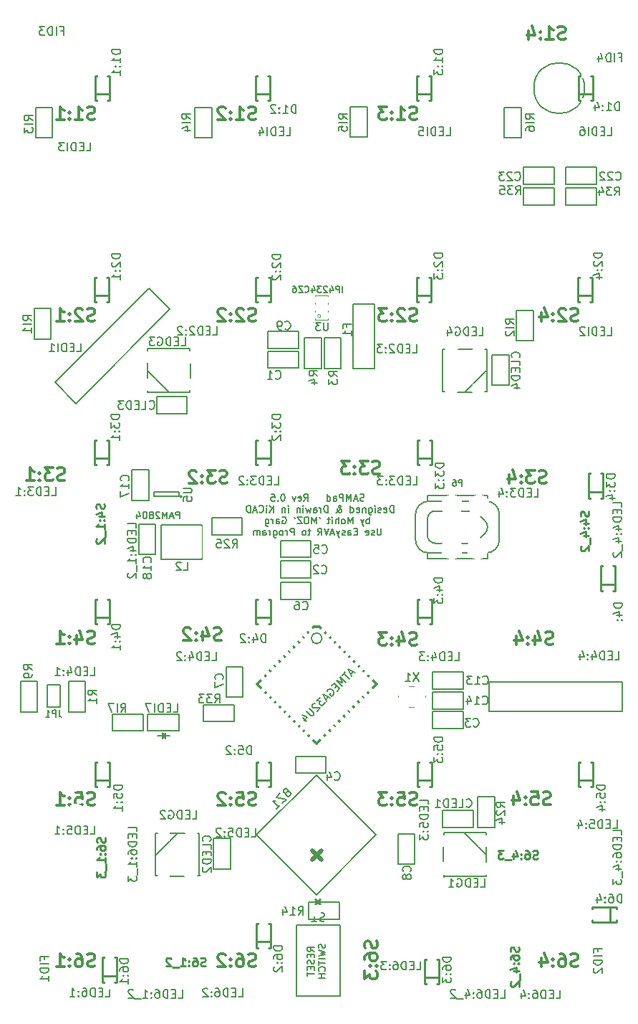
<source format=gbo>
G04 #@! TF.FileFunction,Legend,Bot*
%FSLAX46Y46*%
G04 Gerber Fmt 4.6, Leading zero omitted, Abs format (unit mm)*
G04 Created by KiCad (PCBNEW 4.0.1-stable) date 4/27/2016 11:04:53 AM*
%MOMM*%
G01*
G04 APERTURE LIST*
%ADD10C,0.100000*%
%ADD11C,0.200000*%
%ADD12C,0.150000*%
%ADD13C,0.125000*%
%ADD14C,0.127000*%
%ADD15C,0.203200*%
%ADD16C,0.220980*%
%ADD17C,0.304800*%
%ADD18C,0.152400*%
%ADD19C,0.190500*%
%ADD20C,0.250000*%
%ADD21C,0.500000*%
%ADD22C,0.010000*%
%ADD23C,2.540000*%
%ADD24C,3.479800*%
%ADD25R,1.203200X1.453200*%
%ADD26R,1.603200X1.403200*%
%ADD27R,0.853200X1.263200*%
%ADD28R,1.003200X0.753200*%
%ADD29R,1.453200X1.203200*%
%ADD30C,0.988060*%
%ADD31C,1.191260*%
%ADD32C,1.188720*%
%ADD33C,2.575560*%
%ADD34C,2.573020*%
%ADD35R,1.402080X1.402080*%
%ADD36O,1.603200X1.603200*%
%ADD37R,1.603200X1.603200*%
%ADD38R,1.400000X2.051000*%
%ADD39R,2.051000X1.400000*%
%ADD40R,1.703200X3.803200*%
%ADD41R,1.203200X1.203200*%
%ADD42R,1.203200X0.703200*%
%ADD43C,3.000000*%
%ADD44R,2.232660X2.854960*%
%ADD45R,1.203960X1.054100*%
%ADD46R,1.054100X1.203960*%
%ADD47C,4.191010*%
%ADD48C,1.905010*%
%ADD49C,2.703200*%
%ADD50O,34.203200X1.203200*%
%ADD51C,1.930400*%
%ADD52R,1.930400X2.235200*%
%ADD53O,1.930400X2.235200*%
%ADD54R,0.603200X1.953200*%
%ADD55R,2.203200X1.603200*%
%ADD56R,1.503200X3.453200*%
%ADD57R,2.028200X0.903200*%
%ADD58O,1.503200X2.003200*%
%ADD59R,1.628200X2.703200*%
%ADD60O,1.203200X1.603200*%
%ADD61C,2.235200*%
%ADD62R,1.303200X2.003200*%
%ADD63C,0.609600*%
G04 APERTURE END LIST*
D10*
D11*
X134080714Y-124890805D02*
X133963571Y-124929852D01*
X133768333Y-124929852D01*
X133690237Y-124890805D01*
X133651190Y-124851757D01*
X133612142Y-124773662D01*
X133612142Y-124695567D01*
X133651190Y-124617471D01*
X133690237Y-124578424D01*
X133768333Y-124539376D01*
X133924523Y-124500329D01*
X134002618Y-124461281D01*
X134041666Y-124422233D01*
X134080714Y-124344138D01*
X134080714Y-124266043D01*
X134041666Y-124187948D01*
X134002618Y-124148900D01*
X133924523Y-124109852D01*
X133729285Y-124109852D01*
X133612142Y-124148900D01*
X133299762Y-124695567D02*
X132909285Y-124695567D01*
X133377857Y-124929852D02*
X133104523Y-124109852D01*
X132831190Y-124929852D01*
X132557857Y-124929852D02*
X132557857Y-124109852D01*
X132284524Y-124695567D01*
X132011190Y-124109852D01*
X132011190Y-124929852D01*
X131620714Y-124929852D02*
X131620714Y-124109852D01*
X131308333Y-124109852D01*
X131230238Y-124148900D01*
X131191190Y-124187948D01*
X131152142Y-124266043D01*
X131152142Y-124383186D01*
X131191190Y-124461281D01*
X131230238Y-124500329D01*
X131308333Y-124539376D01*
X131620714Y-124539376D01*
X130449285Y-124929852D02*
X130449285Y-124500329D01*
X130488333Y-124422233D01*
X130566428Y-124383186D01*
X130722619Y-124383186D01*
X130800714Y-124422233D01*
X130449285Y-124890805D02*
X130527381Y-124929852D01*
X130722619Y-124929852D01*
X130800714Y-124890805D01*
X130839762Y-124812710D01*
X130839762Y-124734614D01*
X130800714Y-124656519D01*
X130722619Y-124617471D01*
X130527381Y-124617471D01*
X130449285Y-124578424D01*
X129707380Y-124929852D02*
X129707380Y-124109852D01*
X129707380Y-124890805D02*
X129785476Y-124929852D01*
X129941666Y-124929852D01*
X130019761Y-124890805D01*
X130058809Y-124851757D01*
X130097857Y-124773662D01*
X130097857Y-124539376D01*
X130058809Y-124461281D01*
X130019761Y-124422233D01*
X129941666Y-124383186D01*
X129785476Y-124383186D01*
X129707380Y-124422233D01*
X126974046Y-124929852D02*
X127247380Y-124539376D01*
X127442618Y-124929852D02*
X127442618Y-124109852D01*
X127130237Y-124109852D01*
X127052142Y-124148900D01*
X127013094Y-124187948D01*
X126974046Y-124266043D01*
X126974046Y-124383186D01*
X127013094Y-124461281D01*
X127052142Y-124500329D01*
X127130237Y-124539376D01*
X127442618Y-124539376D01*
X126310237Y-124890805D02*
X126388332Y-124929852D01*
X126544523Y-124929852D01*
X126622618Y-124890805D01*
X126661666Y-124812710D01*
X126661666Y-124500329D01*
X126622618Y-124422233D01*
X126544523Y-124383186D01*
X126388332Y-124383186D01*
X126310237Y-124422233D01*
X126271189Y-124500329D01*
X126271189Y-124578424D01*
X126661666Y-124656519D01*
X125997856Y-124383186D02*
X125802618Y-124929852D01*
X125607380Y-124383186D01*
X124514046Y-124109852D02*
X124435951Y-124109852D01*
X124357856Y-124148900D01*
X124318808Y-124187948D01*
X124279761Y-124266043D01*
X124240713Y-124422233D01*
X124240713Y-124617471D01*
X124279761Y-124773662D01*
X124318808Y-124851757D01*
X124357856Y-124890805D01*
X124435951Y-124929852D01*
X124514046Y-124929852D01*
X124592142Y-124890805D01*
X124631189Y-124851757D01*
X124670237Y-124773662D01*
X124709285Y-124617471D01*
X124709285Y-124422233D01*
X124670237Y-124266043D01*
X124631189Y-124187948D01*
X124592142Y-124148900D01*
X124514046Y-124109852D01*
X123889285Y-124851757D02*
X123850237Y-124890805D01*
X123889285Y-124929852D01*
X123928333Y-124890805D01*
X123889285Y-124851757D01*
X123889285Y-124929852D01*
X123108333Y-124109852D02*
X123498809Y-124109852D01*
X123537857Y-124500329D01*
X123498809Y-124461281D01*
X123420714Y-124422233D01*
X123225476Y-124422233D01*
X123147380Y-124461281D01*
X123108333Y-124500329D01*
X123069285Y-124578424D01*
X123069285Y-124773662D01*
X123108333Y-124851757D01*
X123147380Y-124890805D01*
X123225476Y-124929852D01*
X123420714Y-124929852D01*
X123498809Y-124890805D01*
X123537857Y-124851757D01*
X137575477Y-126277852D02*
X137575477Y-125457852D01*
X137380239Y-125457852D01*
X137263096Y-125496900D01*
X137185001Y-125574995D01*
X137145953Y-125653090D01*
X137106905Y-125809281D01*
X137106905Y-125926424D01*
X137145953Y-126082614D01*
X137185001Y-126160710D01*
X137263096Y-126238805D01*
X137380239Y-126277852D01*
X137575477Y-126277852D01*
X136443096Y-126238805D02*
X136521191Y-126277852D01*
X136677382Y-126277852D01*
X136755477Y-126238805D01*
X136794525Y-126160710D01*
X136794525Y-125848329D01*
X136755477Y-125770233D01*
X136677382Y-125731186D01*
X136521191Y-125731186D01*
X136443096Y-125770233D01*
X136404048Y-125848329D01*
X136404048Y-125926424D01*
X136794525Y-126004519D01*
X136091668Y-126238805D02*
X136013572Y-126277852D01*
X135857382Y-126277852D01*
X135779287Y-126238805D01*
X135740239Y-126160710D01*
X135740239Y-126121662D01*
X135779287Y-126043567D01*
X135857382Y-126004519D01*
X135974525Y-126004519D01*
X136052620Y-125965471D01*
X136091668Y-125887376D01*
X136091668Y-125848329D01*
X136052620Y-125770233D01*
X135974525Y-125731186D01*
X135857382Y-125731186D01*
X135779287Y-125770233D01*
X135388810Y-126277852D02*
X135388810Y-125731186D01*
X135388810Y-125457852D02*
X135427858Y-125496900D01*
X135388810Y-125535948D01*
X135349762Y-125496900D01*
X135388810Y-125457852D01*
X135388810Y-125535948D01*
X134646905Y-125731186D02*
X134646905Y-126394995D01*
X134685953Y-126473090D01*
X134725001Y-126512138D01*
X134803096Y-126551186D01*
X134920239Y-126551186D01*
X134998334Y-126512138D01*
X134646905Y-126238805D02*
X134725001Y-126277852D01*
X134881191Y-126277852D01*
X134959286Y-126238805D01*
X134998334Y-126199757D01*
X135037382Y-126121662D01*
X135037382Y-125887376D01*
X134998334Y-125809281D01*
X134959286Y-125770233D01*
X134881191Y-125731186D01*
X134725001Y-125731186D01*
X134646905Y-125770233D01*
X134256429Y-125731186D02*
X134256429Y-126277852D01*
X134256429Y-125809281D02*
X134217381Y-125770233D01*
X134139286Y-125731186D01*
X134022143Y-125731186D01*
X133944048Y-125770233D01*
X133905000Y-125848329D01*
X133905000Y-126277852D01*
X133202143Y-126238805D02*
X133280238Y-126277852D01*
X133436429Y-126277852D01*
X133514524Y-126238805D01*
X133553572Y-126160710D01*
X133553572Y-125848329D01*
X133514524Y-125770233D01*
X133436429Y-125731186D01*
X133280238Y-125731186D01*
X133202143Y-125770233D01*
X133163095Y-125848329D01*
X133163095Y-125926424D01*
X133553572Y-126004519D01*
X132460238Y-126277852D02*
X132460238Y-125457852D01*
X132460238Y-126238805D02*
X132538334Y-126277852D01*
X132694524Y-126277852D01*
X132772619Y-126238805D01*
X132811667Y-126199757D01*
X132850715Y-126121662D01*
X132850715Y-125887376D01*
X132811667Y-125809281D01*
X132772619Y-125770233D01*
X132694524Y-125731186D01*
X132538334Y-125731186D01*
X132460238Y-125770233D01*
X130781190Y-126277852D02*
X130820238Y-126277852D01*
X130898333Y-126238805D01*
X131015476Y-126121662D01*
X131210714Y-125887376D01*
X131288809Y-125770233D01*
X131327857Y-125653090D01*
X131327857Y-125574995D01*
X131288809Y-125496900D01*
X131210714Y-125457852D01*
X131171667Y-125457852D01*
X131093571Y-125496900D01*
X131054524Y-125574995D01*
X131054524Y-125614043D01*
X131093571Y-125692138D01*
X131132619Y-125731186D01*
X131366905Y-125887376D01*
X131405952Y-125926424D01*
X131445000Y-126004519D01*
X131445000Y-126121662D01*
X131405952Y-126199757D01*
X131366905Y-126238805D01*
X131288809Y-126277852D01*
X131171667Y-126277852D01*
X131093571Y-126238805D01*
X131054524Y-126199757D01*
X130937381Y-126043567D01*
X130898333Y-125926424D01*
X130898333Y-125848329D01*
X129805000Y-126277852D02*
X129805000Y-125457852D01*
X129609762Y-125457852D01*
X129492619Y-125496900D01*
X129414524Y-125574995D01*
X129375476Y-125653090D01*
X129336428Y-125809281D01*
X129336428Y-125926424D01*
X129375476Y-126082614D01*
X129414524Y-126160710D01*
X129492619Y-126238805D01*
X129609762Y-126277852D01*
X129805000Y-126277852D01*
X128985000Y-126277852D02*
X128985000Y-125731186D01*
X128985000Y-125887376D02*
X128945952Y-125809281D01*
X128906905Y-125770233D01*
X128828809Y-125731186D01*
X128750714Y-125731186D01*
X128125952Y-126277852D02*
X128125952Y-125848329D01*
X128165000Y-125770233D01*
X128243095Y-125731186D01*
X128399286Y-125731186D01*
X128477381Y-125770233D01*
X128125952Y-126238805D02*
X128204048Y-126277852D01*
X128399286Y-126277852D01*
X128477381Y-126238805D01*
X128516429Y-126160710D01*
X128516429Y-126082614D01*
X128477381Y-126004519D01*
X128399286Y-125965471D01*
X128204048Y-125965471D01*
X128125952Y-125926424D01*
X127813571Y-125731186D02*
X127657381Y-126277852D01*
X127501190Y-125887376D01*
X127345000Y-126277852D01*
X127188809Y-125731186D01*
X126876428Y-126277852D02*
X126876428Y-125731186D01*
X126876428Y-125457852D02*
X126915476Y-125496900D01*
X126876428Y-125535948D01*
X126837380Y-125496900D01*
X126876428Y-125457852D01*
X126876428Y-125535948D01*
X126485952Y-125731186D02*
X126485952Y-126277852D01*
X126485952Y-125809281D02*
X126446904Y-125770233D01*
X126368809Y-125731186D01*
X126251666Y-125731186D01*
X126173571Y-125770233D01*
X126134523Y-125848329D01*
X126134523Y-126277852D01*
X125119285Y-126277852D02*
X125119285Y-125731186D01*
X125119285Y-125457852D02*
X125158333Y-125496900D01*
X125119285Y-125535948D01*
X125080237Y-125496900D01*
X125119285Y-125457852D01*
X125119285Y-125535948D01*
X124728809Y-125731186D02*
X124728809Y-126277852D01*
X124728809Y-125809281D02*
X124689761Y-125770233D01*
X124611666Y-125731186D01*
X124494523Y-125731186D01*
X124416428Y-125770233D01*
X124377380Y-125848329D01*
X124377380Y-126277852D01*
X123362142Y-126277852D02*
X123362142Y-125457852D01*
X122893570Y-126277852D02*
X123244999Y-125809281D01*
X122893570Y-125457852D02*
X123362142Y-125926424D01*
X122542142Y-126277852D02*
X122542142Y-125731186D01*
X122542142Y-125457852D02*
X122581190Y-125496900D01*
X122542142Y-125535948D01*
X122503094Y-125496900D01*
X122542142Y-125457852D01*
X122542142Y-125535948D01*
X121683094Y-126199757D02*
X121722142Y-126238805D01*
X121839285Y-126277852D01*
X121917380Y-126277852D01*
X122034523Y-126238805D01*
X122112618Y-126160710D01*
X122151666Y-126082614D01*
X122190714Y-125926424D01*
X122190714Y-125809281D01*
X122151666Y-125653090D01*
X122112618Y-125574995D01*
X122034523Y-125496900D01*
X121917380Y-125457852D01*
X121839285Y-125457852D01*
X121722142Y-125496900D01*
X121683094Y-125535948D01*
X121370714Y-126043567D02*
X120980237Y-126043567D01*
X121448809Y-126277852D02*
X121175475Y-125457852D01*
X120902142Y-126277852D01*
X120628809Y-126277852D02*
X120628809Y-125457852D01*
X120433571Y-125457852D01*
X120316428Y-125496900D01*
X120238333Y-125574995D01*
X120199285Y-125653090D01*
X120160237Y-125809281D01*
X120160237Y-125926424D01*
X120199285Y-126082614D01*
X120238333Y-126160710D01*
X120316428Y-126238805D01*
X120433571Y-126277852D01*
X120628809Y-126277852D01*
X134725000Y-127625852D02*
X134725000Y-126805852D01*
X134725000Y-127118233D02*
X134646905Y-127079186D01*
X134490714Y-127079186D01*
X134412619Y-127118233D01*
X134373571Y-127157281D01*
X134334524Y-127235376D01*
X134334524Y-127469662D01*
X134373571Y-127547757D01*
X134412619Y-127586805D01*
X134490714Y-127625852D01*
X134646905Y-127625852D01*
X134725000Y-127586805D01*
X134061190Y-127079186D02*
X133865952Y-127625852D01*
X133670714Y-127079186D02*
X133865952Y-127625852D01*
X133944047Y-127821090D01*
X133983095Y-127860138D01*
X134061190Y-127899186D01*
X132733571Y-127625852D02*
X132733571Y-126805852D01*
X132460238Y-127391567D01*
X132186904Y-126805852D01*
X132186904Y-127625852D01*
X131679285Y-127625852D02*
X131757380Y-127586805D01*
X131796428Y-127547757D01*
X131835476Y-127469662D01*
X131835476Y-127235376D01*
X131796428Y-127157281D01*
X131757380Y-127118233D01*
X131679285Y-127079186D01*
X131562142Y-127079186D01*
X131484047Y-127118233D01*
X131444999Y-127157281D01*
X131405952Y-127235376D01*
X131405952Y-127469662D01*
X131444999Y-127547757D01*
X131484047Y-127586805D01*
X131562142Y-127625852D01*
X131679285Y-127625852D01*
X131054523Y-127625852D02*
X131054523Y-126805852D01*
X130703094Y-127625852D02*
X130703094Y-127196329D01*
X130742142Y-127118233D01*
X130820237Y-127079186D01*
X130937380Y-127079186D01*
X131015475Y-127118233D01*
X131054523Y-127157281D01*
X130312618Y-127625852D02*
X130312618Y-127079186D01*
X130312618Y-126805852D02*
X130351666Y-126844900D01*
X130312618Y-126883948D01*
X130273570Y-126844900D01*
X130312618Y-126805852D01*
X130312618Y-126883948D01*
X130039285Y-127079186D02*
X129726904Y-127079186D01*
X129922142Y-126805852D02*
X129922142Y-127508710D01*
X129883094Y-127586805D01*
X129804999Y-127625852D01*
X129726904Y-127625852D01*
X128789761Y-126805852D02*
X128867857Y-126962043D01*
X128438333Y-127625852D02*
X128438333Y-126805852D01*
X128165000Y-127391567D01*
X127891666Y-126805852D01*
X127891666Y-127625852D01*
X127344999Y-126805852D02*
X127188809Y-126805852D01*
X127110714Y-126844900D01*
X127032618Y-126922995D01*
X126993571Y-127079186D01*
X126993571Y-127352519D01*
X127032618Y-127508710D01*
X127110714Y-127586805D01*
X127188809Y-127625852D01*
X127344999Y-127625852D01*
X127423095Y-127586805D01*
X127501190Y-127508710D01*
X127540238Y-127352519D01*
X127540238Y-127079186D01*
X127501190Y-126922995D01*
X127423095Y-126844900D01*
X127344999Y-126805852D01*
X126720237Y-126805852D02*
X126173570Y-126805852D01*
X126720237Y-127625852D01*
X126173570Y-127625852D01*
X125822142Y-126805852D02*
X125900238Y-126962043D01*
X124416428Y-126844900D02*
X124494523Y-126805852D01*
X124611666Y-126805852D01*
X124728809Y-126844900D01*
X124806904Y-126922995D01*
X124845952Y-127001090D01*
X124885000Y-127157281D01*
X124885000Y-127274424D01*
X124845952Y-127430614D01*
X124806904Y-127508710D01*
X124728809Y-127586805D01*
X124611666Y-127625852D01*
X124533571Y-127625852D01*
X124416428Y-127586805D01*
X124377380Y-127547757D01*
X124377380Y-127274424D01*
X124533571Y-127274424D01*
X123674523Y-127625852D02*
X123674523Y-127196329D01*
X123713571Y-127118233D01*
X123791666Y-127079186D01*
X123947857Y-127079186D01*
X124025952Y-127118233D01*
X123674523Y-127586805D02*
X123752619Y-127625852D01*
X123947857Y-127625852D01*
X124025952Y-127586805D01*
X124065000Y-127508710D01*
X124065000Y-127430614D01*
X124025952Y-127352519D01*
X123947857Y-127313471D01*
X123752619Y-127313471D01*
X123674523Y-127274424D01*
X123284047Y-127625852D02*
X123284047Y-127079186D01*
X123284047Y-127235376D02*
X123244999Y-127157281D01*
X123205952Y-127118233D01*
X123127856Y-127079186D01*
X123049761Y-127079186D01*
X122424999Y-127079186D02*
X122424999Y-127742995D01*
X122464047Y-127821090D01*
X122503095Y-127860138D01*
X122581190Y-127899186D01*
X122698333Y-127899186D01*
X122776428Y-127860138D01*
X122424999Y-127586805D02*
X122503095Y-127625852D01*
X122659285Y-127625852D01*
X122737380Y-127586805D01*
X122776428Y-127547757D01*
X122815476Y-127469662D01*
X122815476Y-127235376D01*
X122776428Y-127157281D01*
X122737380Y-127118233D01*
X122659285Y-127079186D01*
X122503095Y-127079186D01*
X122424999Y-127118233D01*
X136111191Y-128153852D02*
X136111191Y-128817662D01*
X136072143Y-128895757D01*
X136033096Y-128934805D01*
X135955000Y-128973852D01*
X135798810Y-128973852D01*
X135720715Y-128934805D01*
X135681667Y-128895757D01*
X135642619Y-128817662D01*
X135642619Y-128153852D01*
X135291191Y-128934805D02*
X135213095Y-128973852D01*
X135056905Y-128973852D01*
X134978810Y-128934805D01*
X134939762Y-128856710D01*
X134939762Y-128817662D01*
X134978810Y-128739567D01*
X135056905Y-128700519D01*
X135174048Y-128700519D01*
X135252143Y-128661471D01*
X135291191Y-128583376D01*
X135291191Y-128544329D01*
X135252143Y-128466233D01*
X135174048Y-128427186D01*
X135056905Y-128427186D01*
X134978810Y-128466233D01*
X134275952Y-128934805D02*
X134354047Y-128973852D01*
X134510238Y-128973852D01*
X134588333Y-128934805D01*
X134627381Y-128856710D01*
X134627381Y-128544329D01*
X134588333Y-128466233D01*
X134510238Y-128427186D01*
X134354047Y-128427186D01*
X134275952Y-128466233D01*
X134236904Y-128544329D01*
X134236904Y-128622424D01*
X134627381Y-128700519D01*
X133260714Y-128544329D02*
X132987381Y-128544329D01*
X132870238Y-128973852D02*
X133260714Y-128973852D01*
X133260714Y-128153852D01*
X132870238Y-128153852D01*
X132167380Y-128973852D02*
X132167380Y-128544329D01*
X132206428Y-128466233D01*
X132284523Y-128427186D01*
X132440714Y-128427186D01*
X132518809Y-128466233D01*
X132167380Y-128934805D02*
X132245476Y-128973852D01*
X132440714Y-128973852D01*
X132518809Y-128934805D01*
X132557857Y-128856710D01*
X132557857Y-128778614D01*
X132518809Y-128700519D01*
X132440714Y-128661471D01*
X132245476Y-128661471D01*
X132167380Y-128622424D01*
X131815952Y-128934805D02*
X131737856Y-128973852D01*
X131581666Y-128973852D01*
X131503571Y-128934805D01*
X131464523Y-128856710D01*
X131464523Y-128817662D01*
X131503571Y-128739567D01*
X131581666Y-128700519D01*
X131698809Y-128700519D01*
X131776904Y-128661471D01*
X131815952Y-128583376D01*
X131815952Y-128544329D01*
X131776904Y-128466233D01*
X131698809Y-128427186D01*
X131581666Y-128427186D01*
X131503571Y-128466233D01*
X131191189Y-128427186D02*
X130995951Y-128973852D01*
X130800713Y-128427186D02*
X130995951Y-128973852D01*
X131074046Y-129169090D01*
X131113094Y-129208138D01*
X131191189Y-129247186D01*
X130527380Y-128739567D02*
X130136903Y-128739567D01*
X130605475Y-128973852D02*
X130332141Y-128153852D01*
X130058808Y-128973852D01*
X129902618Y-128153852D02*
X129629284Y-128973852D01*
X129355951Y-128153852D01*
X128614046Y-128973852D02*
X128887380Y-128583376D01*
X129082618Y-128973852D02*
X129082618Y-128153852D01*
X128770237Y-128153852D01*
X128692142Y-128192900D01*
X128653094Y-128231948D01*
X128614046Y-128310043D01*
X128614046Y-128427186D01*
X128653094Y-128505281D01*
X128692142Y-128544329D01*
X128770237Y-128583376D01*
X129082618Y-128583376D01*
X127754999Y-128427186D02*
X127442618Y-128427186D01*
X127637856Y-128153852D02*
X127637856Y-128856710D01*
X127598808Y-128934805D01*
X127520713Y-128973852D01*
X127442618Y-128973852D01*
X127052142Y-128973852D02*
X127130237Y-128934805D01*
X127169285Y-128895757D01*
X127208333Y-128817662D01*
X127208333Y-128583376D01*
X127169285Y-128505281D01*
X127130237Y-128466233D01*
X127052142Y-128427186D01*
X126934999Y-128427186D01*
X126856904Y-128466233D01*
X126817856Y-128505281D01*
X126778809Y-128583376D01*
X126778809Y-128817662D01*
X126817856Y-128895757D01*
X126856904Y-128934805D01*
X126934999Y-128973852D01*
X127052142Y-128973852D01*
X125802618Y-128973852D02*
X125802618Y-128153852D01*
X125490237Y-128153852D01*
X125412142Y-128192900D01*
X125373094Y-128231948D01*
X125334046Y-128310043D01*
X125334046Y-128427186D01*
X125373094Y-128505281D01*
X125412142Y-128544329D01*
X125490237Y-128583376D01*
X125802618Y-128583376D01*
X124982618Y-128973852D02*
X124982618Y-128427186D01*
X124982618Y-128583376D02*
X124943570Y-128505281D01*
X124904523Y-128466233D01*
X124826427Y-128427186D01*
X124748332Y-128427186D01*
X124357856Y-128973852D02*
X124435951Y-128934805D01*
X124474999Y-128895757D01*
X124514047Y-128817662D01*
X124514047Y-128583376D01*
X124474999Y-128505281D01*
X124435951Y-128466233D01*
X124357856Y-128427186D01*
X124240713Y-128427186D01*
X124162618Y-128466233D01*
X124123570Y-128505281D01*
X124084523Y-128583376D01*
X124084523Y-128817662D01*
X124123570Y-128895757D01*
X124162618Y-128934805D01*
X124240713Y-128973852D01*
X124357856Y-128973852D01*
X123381665Y-128427186D02*
X123381665Y-129090995D01*
X123420713Y-129169090D01*
X123459761Y-129208138D01*
X123537856Y-129247186D01*
X123654999Y-129247186D01*
X123733094Y-129208138D01*
X123381665Y-128934805D02*
X123459761Y-128973852D01*
X123615951Y-128973852D01*
X123694046Y-128934805D01*
X123733094Y-128895757D01*
X123772142Y-128817662D01*
X123772142Y-128583376D01*
X123733094Y-128505281D01*
X123694046Y-128466233D01*
X123615951Y-128427186D01*
X123459761Y-128427186D01*
X123381665Y-128466233D01*
X122991189Y-128973852D02*
X122991189Y-128427186D01*
X122991189Y-128583376D02*
X122952141Y-128505281D01*
X122913094Y-128466233D01*
X122834998Y-128427186D01*
X122756903Y-128427186D01*
X122132141Y-128973852D02*
X122132141Y-128544329D01*
X122171189Y-128466233D01*
X122249284Y-128427186D01*
X122405475Y-128427186D01*
X122483570Y-128466233D01*
X122132141Y-128934805D02*
X122210237Y-128973852D01*
X122405475Y-128973852D01*
X122483570Y-128934805D01*
X122522618Y-128856710D01*
X122522618Y-128778614D01*
X122483570Y-128700519D01*
X122405475Y-128661471D01*
X122210237Y-128661471D01*
X122132141Y-128622424D01*
X121741665Y-128973852D02*
X121741665Y-128427186D01*
X121741665Y-128505281D02*
X121702617Y-128466233D01*
X121624522Y-128427186D01*
X121507379Y-128427186D01*
X121429284Y-128466233D01*
X121390236Y-128544329D01*
X121390236Y-128973852D01*
X121390236Y-128544329D02*
X121351189Y-128466233D01*
X121273093Y-128427186D01*
X121155951Y-128427186D01*
X121077855Y-128466233D01*
X121038808Y-128544329D01*
X121038808Y-128973852D01*
X128175105Y-178111295D02*
X127794152Y-177844628D01*
X128175105Y-177654152D02*
X127375105Y-177654152D01*
X127375105Y-177958914D01*
X127413200Y-178035105D01*
X127451295Y-178073200D01*
X127527486Y-178111295D01*
X127641771Y-178111295D01*
X127717962Y-178073200D01*
X127756057Y-178035105D01*
X127794152Y-177958914D01*
X127794152Y-177654152D01*
X127756057Y-178454152D02*
X127756057Y-178720819D01*
X128175105Y-178835105D02*
X128175105Y-178454152D01*
X127375105Y-178454152D01*
X127375105Y-178835105D01*
X128137010Y-179139867D02*
X128175105Y-179254153D01*
X128175105Y-179444629D01*
X128137010Y-179520819D01*
X128098914Y-179558915D01*
X128022724Y-179597010D01*
X127946533Y-179597010D01*
X127870343Y-179558915D01*
X127832248Y-179520819D01*
X127794152Y-179444629D01*
X127756057Y-179292248D01*
X127717962Y-179216057D01*
X127679867Y-179177962D01*
X127603676Y-179139867D01*
X127527486Y-179139867D01*
X127451295Y-179177962D01*
X127413200Y-179216057D01*
X127375105Y-179292248D01*
X127375105Y-179482724D01*
X127413200Y-179597010D01*
X127756057Y-179939867D02*
X127756057Y-180206534D01*
X128175105Y-180320820D02*
X128175105Y-179939867D01*
X127375105Y-179939867D01*
X127375105Y-180320820D01*
X127375105Y-180549391D02*
X127375105Y-181006534D01*
X128175105Y-180777963D02*
X127375105Y-180777963D01*
X129457010Y-177273200D02*
X129495105Y-177387486D01*
X129495105Y-177577962D01*
X129457010Y-177654152D01*
X129418914Y-177692248D01*
X129342724Y-177730343D01*
X129266533Y-177730343D01*
X129190343Y-177692248D01*
X129152248Y-177654152D01*
X129114152Y-177577962D01*
X129076057Y-177425581D01*
X129037962Y-177349390D01*
X128999867Y-177311295D01*
X128923676Y-177273200D01*
X128847486Y-177273200D01*
X128771295Y-177311295D01*
X128733200Y-177349390D01*
X128695105Y-177425581D01*
X128695105Y-177616057D01*
X128733200Y-177730343D01*
X128695105Y-177997010D02*
X129495105Y-178187486D01*
X128923676Y-178339867D01*
X129495105Y-178492248D01*
X128695105Y-178682724D01*
X129495105Y-178987486D02*
X128695105Y-178987486D01*
X128695105Y-179254152D02*
X128695105Y-179711295D01*
X129495105Y-179482724D02*
X128695105Y-179482724D01*
X129418914Y-180435105D02*
X129457010Y-180397010D01*
X129495105Y-180282724D01*
X129495105Y-180206534D01*
X129457010Y-180092248D01*
X129380819Y-180016057D01*
X129304629Y-179977962D01*
X129152248Y-179939867D01*
X129037962Y-179939867D01*
X128885581Y-179977962D01*
X128809390Y-180016057D01*
X128733200Y-180092248D01*
X128695105Y-180206534D01*
X128695105Y-180282724D01*
X128733200Y-180397010D01*
X128771295Y-180435105D01*
X129495105Y-180777962D02*
X128695105Y-180777962D01*
X129076057Y-180777962D02*
X129076057Y-181235105D01*
X129495105Y-181235105D02*
X128695105Y-181235105D01*
D12*
X146986400Y-161458400D02*
X143386400Y-161458400D01*
X146986400Y-163458400D02*
X143386400Y-163458400D01*
X146986400Y-161458400D02*
X146986400Y-163458400D01*
X143386400Y-161458400D02*
X143386400Y-163458400D01*
D10*
X138138100Y-147919300D02*
X138138100Y-148219300D01*
X140088100Y-146819300D02*
X139388100Y-146819300D01*
X141338100Y-148219300D02*
X141338100Y-147919300D01*
X140088100Y-149269300D02*
X139388100Y-149269300D01*
D12*
X112510800Y-124419600D02*
G75*
G03X112510800Y-124419600I-100000J0D01*
G01*
X112160800Y-123869600D02*
X112160800Y-124369600D01*
X109260800Y-123869600D02*
X112160800Y-123869600D01*
X109260800Y-124369600D02*
X109260800Y-123869600D01*
X112160800Y-124369600D02*
X109260800Y-124369600D01*
D13*
X128957605Y-103085900D02*
G75*
G03X128957605Y-103085900I-179605J0D01*
G01*
X129807400Y-103545300D02*
X129807400Y-100645300D01*
X129807400Y-100645300D02*
X128307400Y-100645300D01*
X128307400Y-100645300D02*
X128307400Y-103545300D01*
X128307400Y-103545300D02*
X129807400Y-103545300D01*
X128193000Y-103822500D02*
G75*
G03X128193000Y-103822500I-50000J0D01*
G01*
D12*
X107943300Y-150091900D02*
X104343300Y-150091900D01*
X107943300Y-152091900D02*
X104343300Y-152091900D01*
X107943300Y-150091900D02*
X107943300Y-152091900D01*
X104343300Y-150091900D02*
X104343300Y-152091900D01*
X152650700Y-82051300D02*
X152650700Y-78451300D01*
X150650700Y-82051300D02*
X150650700Y-78451300D01*
X152650700Y-82051300D02*
X150650700Y-82051300D01*
X152650700Y-78451300D02*
X150650700Y-78451300D01*
X134426200Y-81987800D02*
X134426200Y-78387800D01*
X132426200Y-81987800D02*
X132426200Y-78387800D01*
X134426200Y-81987800D02*
X132426200Y-81987800D01*
X134426200Y-78387800D02*
X132426200Y-78387800D01*
X116087400Y-82051300D02*
X116087400Y-78451300D01*
X114087400Y-82051300D02*
X114087400Y-78451300D01*
X116087400Y-82051300D02*
X114087400Y-82051300D01*
X116087400Y-78451300D02*
X114087400Y-78451300D01*
X97240600Y-82064000D02*
X97240600Y-78464000D01*
X95240600Y-82064000D02*
X95240600Y-78464000D01*
X97240600Y-82064000D02*
X95240600Y-82064000D01*
X97240600Y-78464000D02*
X95240600Y-78464000D01*
X154073100Y-106016200D02*
X154073100Y-102416200D01*
X152073100Y-106016200D02*
X152073100Y-102416200D01*
X154073100Y-106016200D02*
X152073100Y-106016200D01*
X154073100Y-102416200D02*
X152073100Y-102416200D01*
X97075500Y-105825700D02*
X97075500Y-102225700D01*
X95075500Y-105825700D02*
X95075500Y-102225700D01*
X97075500Y-105825700D02*
X95075500Y-105825700D01*
X97075500Y-102225700D02*
X95075500Y-102225700D01*
X156550000Y-88000000D02*
X152950000Y-88000000D01*
X156550000Y-90000000D02*
X152950000Y-90000000D01*
X156550000Y-88000000D02*
X156550000Y-90000000D01*
X152950000Y-88000000D02*
X152950000Y-90000000D01*
X161550000Y-88000000D02*
X157950000Y-88000000D01*
X161550000Y-90000000D02*
X157950000Y-90000000D01*
X161550000Y-88000000D02*
X161550000Y-90000000D01*
X157950000Y-88000000D02*
X157950000Y-90000000D01*
X116068700Y-128901700D02*
X119668700Y-128901700D01*
X116068700Y-126901700D02*
X119668700Y-126901700D01*
X116068700Y-128901700D02*
X116068700Y-126901700D01*
X119668700Y-128901700D02*
X119668700Y-126901700D01*
X149501100Y-163458300D02*
X149501100Y-159858300D01*
X147501100Y-163458300D02*
X147501100Y-159858300D01*
X149501100Y-163458300D02*
X147501100Y-163458300D01*
X149501100Y-159858300D02*
X147501100Y-159858300D01*
X131156942Y-172289040D02*
X127556942Y-172289040D01*
X131156942Y-174289040D02*
X127556942Y-174289040D01*
X131156942Y-172289040D02*
X131156942Y-174289040D01*
X127556942Y-172289040D02*
X127556942Y-174289040D01*
X95450074Y-149833608D02*
X95450074Y-146233608D01*
X93450074Y-149833608D02*
X93450074Y-146233608D01*
X95450074Y-149833608D02*
X93450074Y-149833608D01*
X95450074Y-146233608D02*
X93450074Y-146233608D01*
X127016000Y-105700000D02*
X127016000Y-109300000D01*
X129016000Y-105700000D02*
X129016000Y-109300000D01*
X127016000Y-105700000D02*
X129016000Y-105700000D01*
X127016000Y-109300000D02*
X129016000Y-109300000D01*
X129365500Y-105700000D02*
X129365500Y-109300000D01*
X131365500Y-105700000D02*
X131365500Y-109300000D01*
X129365500Y-105700000D02*
X131365500Y-105700000D01*
X129365500Y-109300000D02*
X131365500Y-109300000D01*
X101126974Y-149824208D02*
X101126974Y-146224208D01*
X99126974Y-149824208D02*
X99126974Y-146224208D01*
X101126974Y-149824208D02*
X99126974Y-149824208D01*
X101126974Y-146224208D02*
X99126974Y-146224208D01*
D14*
X142519400Y-129921000D02*
X147205700Y-129921000D01*
X142519400Y-126111000D02*
X147205700Y-126111000D01*
X148386800Y-128739900D02*
X147205700Y-129921000D01*
X148386800Y-127292100D02*
X147205700Y-126111000D01*
X148386800Y-127292100D02*
G75*
G02X148386800Y-128739900I-723900J-723900D01*
G01*
X141566900Y-131749800D02*
X141566900Y-131064000D01*
X141566900Y-131749800D02*
X148678900Y-131749800D01*
X148678900Y-131749800D02*
X148678900Y-131064000D01*
X141566900Y-124282200D02*
X141566900Y-124968000D01*
X148678900Y-124282200D02*
X148678900Y-124968000D01*
X141566900Y-124282200D02*
X148678900Y-124282200D01*
X141566900Y-127063500D02*
X141566900Y-128968500D01*
X142519400Y-129921000D02*
G75*
G02X141566900Y-128968500I0J952500D01*
G01*
X141566900Y-127063500D02*
G75*
G02X142519400Y-126111000I952500J0D01*
G01*
X140169900Y-126492000D02*
X140169900Y-129540000D01*
X150075900Y-129540000D02*
X150075900Y-126492000D01*
X148551900Y-124968000D02*
X141693900Y-124968000D01*
X148551900Y-131064000D02*
X141693900Y-131064000D01*
X140169900Y-126492000D02*
G75*
G02X141693900Y-124968000I1524000J0D01*
G01*
X141693900Y-131064000D02*
G75*
G02X140169900Y-129540000I0J1524000D01*
G01*
X150075900Y-129540000D02*
G75*
G02X148551900Y-131064000I-1524000J0D01*
G01*
X148551900Y-124968000D02*
G75*
G02X150075900Y-126492000I0J-1524000D01*
G01*
D12*
X111099600Y-152666700D02*
X109639100Y-152666700D01*
X110310600Y-152816700D02*
X110310600Y-152566700D01*
X110310600Y-152566700D02*
X110460600Y-152716700D01*
X110560600Y-152316700D02*
X110560600Y-153016700D01*
X110560600Y-152666700D02*
X110210600Y-152316700D01*
X110210600Y-152316700D02*
X110210600Y-153016700D01*
X110210600Y-153016700D02*
X110560600Y-152666700D01*
X108437600Y-150129200D02*
X108437600Y-152029200D01*
X108437600Y-152029200D02*
X112237600Y-152029200D01*
X112237600Y-152029200D02*
X112237600Y-150129200D01*
X112237600Y-150129200D02*
X108437600Y-150129200D01*
D15*
X143637800Y-107035800D02*
X143383800Y-107035800D01*
X143383800Y-107035800D02*
X143383800Y-107086600D01*
X143383800Y-107086600D02*
X143388880Y-107086600D01*
X143388880Y-107086600D02*
X143388880Y-112037060D01*
X143388880Y-112037060D02*
X143620020Y-112037060D01*
X148319020Y-107015480D02*
X148590800Y-107015480D01*
X148590800Y-107015480D02*
X148590800Y-107066280D01*
X148590800Y-107066280D02*
X148593340Y-107066280D01*
X148593340Y-107066280D02*
X148593340Y-112034520D01*
X148593340Y-112034520D02*
X148367280Y-112034520D01*
X146889000Y-106985000D02*
X145187200Y-106985000D01*
X145136400Y-112065000D02*
X146000000Y-112065000D01*
X146000000Y-112065000D02*
X146863600Y-112065000D01*
X146000000Y-112065000D02*
X148540000Y-109525000D01*
X113489200Y-107162800D02*
X113489200Y-106908800D01*
X113489200Y-106908800D02*
X113438400Y-106908800D01*
X113438400Y-106908800D02*
X113438400Y-106913880D01*
X113438400Y-106913880D02*
X108487940Y-106913880D01*
X108487940Y-106913880D02*
X108487940Y-107145020D01*
X113509520Y-111844020D02*
X113509520Y-112115800D01*
X113509520Y-112115800D02*
X113458720Y-112115800D01*
X113458720Y-112115800D02*
X113458720Y-112118340D01*
X113458720Y-112118340D02*
X108490480Y-112118340D01*
X108490480Y-112118340D02*
X108490480Y-111892280D01*
X113540000Y-110414000D02*
X113540000Y-108712200D01*
X108460000Y-108661400D02*
X108460000Y-109525000D01*
X108460000Y-109525000D02*
X108460000Y-110388600D01*
X108460000Y-109525000D02*
X111000000Y-112065000D01*
X114362200Y-169164200D02*
X114616200Y-169164200D01*
X114616200Y-169164200D02*
X114616200Y-169113400D01*
X114616200Y-169113400D02*
X114611120Y-169113400D01*
X114611120Y-169113400D02*
X114611120Y-164162940D01*
X114611120Y-164162940D02*
X114379980Y-164162940D01*
X109680980Y-169184520D02*
X109409200Y-169184520D01*
X109409200Y-169184520D02*
X109409200Y-169133720D01*
X109409200Y-169133720D02*
X109406660Y-169133720D01*
X109406660Y-169133720D02*
X109406660Y-164165480D01*
X109406660Y-164165480D02*
X109632720Y-164165480D01*
X111111000Y-169215000D02*
X112812800Y-169215000D01*
X112863600Y-164135000D02*
X112000000Y-164135000D01*
X112000000Y-164135000D02*
X111136400Y-164135000D01*
X112000000Y-164135000D02*
X109460000Y-166675000D01*
X143510800Y-169037200D02*
X143510800Y-169291200D01*
X143510800Y-169291200D02*
X143561600Y-169291200D01*
X143561600Y-169291200D02*
X143561600Y-169286120D01*
X143561600Y-169286120D02*
X148512060Y-169286120D01*
X148512060Y-169286120D02*
X148512060Y-169054980D01*
X143490480Y-164355980D02*
X143490480Y-164084200D01*
X143490480Y-164084200D02*
X143541280Y-164084200D01*
X143541280Y-164084200D02*
X143541280Y-164081660D01*
X143541280Y-164081660D02*
X148509520Y-164081660D01*
X148509520Y-164081660D02*
X148509520Y-164307720D01*
X143460000Y-165786000D02*
X143460000Y-167487800D01*
X148540000Y-167538600D02*
X148540000Y-166675000D01*
X148540000Y-166675000D02*
X148540000Y-165811400D01*
X148540000Y-166675000D02*
X146000000Y-164135000D01*
D12*
X114922000Y-131781300D02*
X114922000Y-127781300D01*
X110122000Y-131781300D02*
X114922000Y-131781300D01*
X110122000Y-127781300D02*
X110122000Y-131781300D01*
X114922000Y-127781300D02*
X110122000Y-127781300D01*
D11*
X96609074Y-146673408D02*
X96609074Y-149273408D01*
X96609074Y-149273408D02*
X98133074Y-149273408D01*
X98133074Y-149273408D02*
X98133074Y-146673408D01*
X98133074Y-146673408D02*
X96609074Y-146673408D01*
D12*
X132791200Y-109283500D02*
X132791200Y-101663500D01*
X135331200Y-109283500D02*
X132791200Y-109283500D01*
X135331200Y-101663500D02*
X135331200Y-109283500D01*
X132791200Y-101663500D02*
X135331200Y-101663500D01*
D16*
X163172140Y-174625000D02*
X163172140Y-172923200D01*
X163921440Y-174625000D02*
X163921440Y-174373540D01*
X163921440Y-172923200D02*
X163921440Y-173174660D01*
X161020760Y-172923200D02*
X161020760Y-173174660D01*
X161020760Y-174625000D02*
X161020760Y-174373540D01*
X161020760Y-174625000D02*
X163921440Y-174625000D01*
X161020760Y-172923200D02*
X163921440Y-172923200D01*
X141236700Y-181193440D02*
X142938500Y-181193440D01*
X141236700Y-181942740D02*
X141488160Y-181942740D01*
X142938500Y-181942740D02*
X142687040Y-181942740D01*
X142938500Y-179042060D02*
X142687040Y-179042060D01*
X141236700Y-179042060D02*
X141488160Y-179042060D01*
X141236700Y-179042060D02*
X141236700Y-181942740D01*
X142938500Y-179042060D02*
X142938500Y-181942740D01*
X121310400Y-176989740D02*
X123012200Y-176989740D01*
X121310400Y-177739040D02*
X121561860Y-177739040D01*
X123012200Y-177739040D02*
X122760740Y-177739040D01*
X123012200Y-174838360D02*
X122760740Y-174838360D01*
X121310400Y-174838360D02*
X121561860Y-174838360D01*
X121310400Y-174838360D02*
X121310400Y-177739040D01*
X123012200Y-174838360D02*
X123012200Y-177739040D01*
X103162100Y-181002940D02*
X104863900Y-181002940D01*
X103162100Y-181752240D02*
X103413560Y-181752240D01*
X104863900Y-181752240D02*
X104612440Y-181752240D01*
X104863900Y-178851560D02*
X104612440Y-178851560D01*
X103162100Y-178851560D02*
X103413560Y-178851560D01*
X103162100Y-178851560D02*
X103162100Y-181752240D01*
X104863900Y-178851560D02*
X104863900Y-181752240D01*
X159461200Y-157901040D02*
X161163000Y-157901040D01*
X159461200Y-158650340D02*
X159712660Y-158650340D01*
X161163000Y-158650340D02*
X160911540Y-158650340D01*
X161163000Y-155749660D02*
X160911540Y-155749660D01*
X159461200Y-155749660D02*
X159712660Y-155749660D01*
X159461200Y-155749660D02*
X159461200Y-158650340D01*
X161163000Y-155749660D02*
X161163000Y-158650340D01*
X140360400Y-157901040D02*
X142062200Y-157901040D01*
X140360400Y-158650340D02*
X140611860Y-158650340D01*
X142062200Y-158650340D02*
X141810740Y-158650340D01*
X142062200Y-155749660D02*
X141810740Y-155749660D01*
X140360400Y-155749660D02*
X140611860Y-155749660D01*
X140360400Y-155749660D02*
X140360400Y-158650340D01*
X142062200Y-155749660D02*
X142062200Y-158650340D01*
X121323100Y-157901040D02*
X123024900Y-157901040D01*
X121323100Y-158650340D02*
X121574560Y-158650340D01*
X123024900Y-158650340D02*
X122773440Y-158650340D01*
X123024900Y-155749660D02*
X122773440Y-155749660D01*
X121323100Y-155749660D02*
X121574560Y-155749660D01*
X121323100Y-155749660D02*
X121323100Y-158650340D01*
X123024900Y-155749660D02*
X123024900Y-158650340D01*
X102260400Y-157901040D02*
X103962200Y-157901040D01*
X102260400Y-158650340D02*
X102511860Y-158650340D01*
X103962200Y-158650340D02*
X103710740Y-158650340D01*
X103962200Y-155749660D02*
X103710740Y-155749660D01*
X102260400Y-155749660D02*
X102511860Y-155749660D01*
X102260400Y-155749660D02*
X102260400Y-158650340D01*
X103962200Y-155749660D02*
X103962200Y-158650340D01*
X162077400Y-134762240D02*
X163779200Y-134762240D01*
X162077400Y-135511540D02*
X162328860Y-135511540D01*
X163779200Y-135511540D02*
X163527740Y-135511540D01*
X163779200Y-132610860D02*
X163527740Y-132610860D01*
X162077400Y-132610860D02*
X162328860Y-132610860D01*
X162077400Y-132610860D02*
X162077400Y-135511540D01*
X163779200Y-132610860D02*
X163779200Y-135511540D01*
X140373100Y-138701040D02*
X142074900Y-138701040D01*
X140373100Y-139450340D02*
X140624560Y-139450340D01*
X142074900Y-139450340D02*
X141823440Y-139450340D01*
X142074900Y-136549660D02*
X141823440Y-136549660D01*
X140373100Y-136549660D02*
X140624560Y-136549660D01*
X140373100Y-136549660D02*
X140373100Y-139450340D01*
X142074900Y-136549660D02*
X142074900Y-139450340D01*
X121297700Y-138701040D02*
X122999500Y-138701040D01*
X121297700Y-139450340D02*
X121549160Y-139450340D01*
X122999500Y-139450340D02*
X122748040Y-139450340D01*
X122999500Y-136549660D02*
X122748040Y-136549660D01*
X121297700Y-136549660D02*
X121549160Y-136549660D01*
X121297700Y-136549660D02*
X121297700Y-139450340D01*
X122999500Y-136549660D02*
X122999500Y-139450340D01*
X102260400Y-138701040D02*
X103962200Y-138701040D01*
X102260400Y-139450340D02*
X102511860Y-139450340D01*
X103962200Y-139450340D02*
X103710740Y-139450340D01*
X103962200Y-136549660D02*
X103710740Y-136549660D01*
X102260400Y-136549660D02*
X102511860Y-136549660D01*
X102260400Y-136549660D02*
X102260400Y-139450340D01*
X103962200Y-136549660D02*
X103962200Y-139450340D01*
X160642300Y-123840240D02*
X162344100Y-123840240D01*
X160642300Y-124589540D02*
X160893760Y-124589540D01*
X162344100Y-124589540D02*
X162092640Y-124589540D01*
X162344100Y-121688860D02*
X162092640Y-121688860D01*
X160642300Y-121688860D02*
X160893760Y-121688860D01*
X160642300Y-121688860D02*
X160642300Y-124589540D01*
X162344100Y-121688860D02*
X162344100Y-124589540D01*
X140385800Y-119901040D02*
X142087600Y-119901040D01*
X140385800Y-120650340D02*
X140637260Y-120650340D01*
X142087600Y-120650340D02*
X141836140Y-120650340D01*
X142087600Y-117749660D02*
X141836140Y-117749660D01*
X140385800Y-117749660D02*
X140637260Y-117749660D01*
X140385800Y-117749660D02*
X140385800Y-120650340D01*
X142087600Y-117749660D02*
X142087600Y-120650340D01*
X121297700Y-119901040D02*
X122999500Y-119901040D01*
X121297700Y-120650340D02*
X121549160Y-120650340D01*
X122999500Y-120650340D02*
X122748040Y-120650340D01*
X122999500Y-117749660D02*
X122748040Y-117749660D01*
X121297700Y-117749660D02*
X121549160Y-117749660D01*
X121297700Y-117749660D02*
X121297700Y-120650340D01*
X122999500Y-117749660D02*
X122999500Y-120650340D01*
X102196900Y-119901040D02*
X103898700Y-119901040D01*
X102196900Y-120650340D02*
X102448360Y-120650340D01*
X103898700Y-120650340D02*
X103647240Y-120650340D01*
X103898700Y-117749660D02*
X103647240Y-117749660D01*
X102196900Y-117749660D02*
X102448360Y-117749660D01*
X102196900Y-117749660D02*
X102196900Y-120650340D01*
X103898700Y-117749660D02*
X103898700Y-120650340D01*
X159372300Y-100701040D02*
X161074100Y-100701040D01*
X159372300Y-101450340D02*
X159623760Y-101450340D01*
X161074100Y-101450340D02*
X160822640Y-101450340D01*
X161074100Y-98549660D02*
X160822640Y-98549660D01*
X159372300Y-98549660D02*
X159623760Y-98549660D01*
X159372300Y-98549660D02*
X159372300Y-101450340D01*
X161074100Y-98549660D02*
X161074100Y-101450340D01*
X140309600Y-100701040D02*
X142011400Y-100701040D01*
X140309600Y-101450340D02*
X140561060Y-101450340D01*
X142011400Y-101450340D02*
X141759940Y-101450340D01*
X142011400Y-98549660D02*
X141759940Y-98549660D01*
X140309600Y-98549660D02*
X140561060Y-98549660D01*
X140309600Y-98549660D02*
X140309600Y-101450340D01*
X142011400Y-98549660D02*
X142011400Y-101450340D01*
X121297700Y-100701040D02*
X122999500Y-100701040D01*
X121297700Y-101450340D02*
X121549160Y-101450340D01*
X122999500Y-101450340D02*
X122748040Y-101450340D01*
X122999500Y-98549660D02*
X122748040Y-98549660D01*
X121297700Y-98549660D02*
X121549160Y-98549660D01*
X121297700Y-98549660D02*
X121297700Y-101450340D01*
X122999500Y-98549660D02*
X122999500Y-101450340D01*
X102209600Y-100701040D02*
X103911400Y-100701040D01*
X102209600Y-101450340D02*
X102461060Y-101450340D01*
X103911400Y-101450340D02*
X103659940Y-101450340D01*
X103911400Y-98549660D02*
X103659940Y-98549660D01*
X102209600Y-98549660D02*
X102461060Y-98549660D01*
X102209600Y-98549660D02*
X102209600Y-101450340D01*
X103911400Y-98549660D02*
X103911400Y-101450340D01*
X159448500Y-76901040D02*
X161150300Y-76901040D01*
X159448500Y-77650340D02*
X159699960Y-77650340D01*
X161150300Y-77650340D02*
X160898840Y-77650340D01*
X161150300Y-74749660D02*
X160898840Y-74749660D01*
X159448500Y-74749660D02*
X159699960Y-74749660D01*
X159448500Y-74749660D02*
X159448500Y-77650340D01*
X161150300Y-74749660D02*
X161150300Y-77650340D01*
X140335000Y-76901040D02*
X142036800Y-76901040D01*
X140335000Y-77650340D02*
X140586460Y-77650340D01*
X142036800Y-77650340D02*
X141785340Y-77650340D01*
X142036800Y-74749660D02*
X141785340Y-74749660D01*
X140335000Y-74749660D02*
X140586460Y-74749660D01*
X140335000Y-74749660D02*
X140335000Y-77650340D01*
X142036800Y-74749660D02*
X142036800Y-77650340D01*
X121285000Y-76901040D02*
X122986800Y-76901040D01*
X121285000Y-77650340D02*
X121536460Y-77650340D01*
X122986800Y-77650340D02*
X122735340Y-77650340D01*
X122986800Y-74749660D02*
X122735340Y-74749660D01*
X121285000Y-74749660D02*
X121536460Y-74749660D01*
X121285000Y-74749660D02*
X121285000Y-77650340D01*
X122986800Y-74749660D02*
X122986800Y-77650340D01*
X102273100Y-76901040D02*
X103974900Y-76901040D01*
X102273100Y-77650340D02*
X102524560Y-77650340D01*
X103974900Y-77650340D02*
X103723440Y-77650340D01*
X103974900Y-74749660D02*
X103723440Y-74749660D01*
X102273100Y-74749660D02*
X102524560Y-74749660D01*
X102273100Y-74749660D02*
X102273100Y-77650340D01*
X103974900Y-74749660D02*
X103974900Y-77650340D01*
D12*
X149190200Y-107661300D02*
X149190200Y-111261300D01*
X151190200Y-107661300D02*
X151190200Y-111261300D01*
X149190200Y-107661300D02*
X151190200Y-107661300D01*
X149190200Y-111261300D02*
X151190200Y-111261300D01*
X113166300Y-112639600D02*
X109566300Y-112639600D01*
X113166300Y-114639600D02*
X109566300Y-114639600D01*
X113166300Y-112639600D02*
X113166300Y-114639600D01*
X109566300Y-112639600D02*
X109566300Y-114639600D01*
X116297200Y-164798600D02*
X116297200Y-168398600D01*
X118297200Y-164798600D02*
X118297200Y-168398600D01*
X116297200Y-164798600D02*
X118297200Y-164798600D01*
X116297200Y-168398600D02*
X118297200Y-168398600D01*
X152950000Y-87500000D02*
X156550000Y-87500000D01*
X152950000Y-85500000D02*
X156550000Y-85500000D01*
X152950000Y-87500000D02*
X152950000Y-85500000D01*
X156550000Y-87500000D02*
X156550000Y-85500000D01*
X161550000Y-85500000D02*
X157950000Y-85500000D01*
X161550000Y-87500000D02*
X157950000Y-87500000D01*
X161550000Y-85500000D02*
X161550000Y-87500000D01*
X157950000Y-85500000D02*
X157950000Y-87500000D01*
X127800000Y-134534400D02*
X124200000Y-134534400D01*
X127800000Y-136534400D02*
X124200000Y-136534400D01*
X127800000Y-134534400D02*
X127800000Y-136534400D01*
X124200000Y-134534400D02*
X124200000Y-136534400D01*
X109419900Y-131238400D02*
X109419900Y-127638400D01*
X107419900Y-131238400D02*
X107419900Y-127638400D01*
X109419900Y-131238400D02*
X107419900Y-131238400D01*
X109419900Y-127638400D02*
X107419900Y-127638400D01*
X106632500Y-121250300D02*
X106632500Y-124850300D01*
X108632500Y-121250300D02*
X108632500Y-124850300D01*
X106632500Y-121250300D02*
X108632500Y-121250300D01*
X106632500Y-124850300D02*
X108632500Y-124850300D01*
X142200000Y-149475700D02*
X145800000Y-149475700D01*
X142200000Y-147475700D02*
X145800000Y-147475700D01*
X142200000Y-149475700D02*
X142200000Y-147475700D01*
X145800000Y-149475700D02*
X145800000Y-147475700D01*
X142200000Y-147151600D02*
X145800000Y-147151600D01*
X142200000Y-145151600D02*
X145800000Y-145151600D01*
X142200000Y-147151600D02*
X142200000Y-145151600D01*
X145800000Y-147151600D02*
X145800000Y-145151600D01*
X126300000Y-104905300D02*
X122700000Y-104905300D01*
X126300000Y-106905300D02*
X122700000Y-106905300D01*
X126300000Y-104905300D02*
X126300000Y-106905300D01*
X122700000Y-104905300D02*
X122700000Y-106905300D01*
X119770400Y-148104000D02*
X119770400Y-144504000D01*
X117770400Y-148104000D02*
X117770400Y-144504000D01*
X119770400Y-148104000D02*
X117770400Y-148104000D01*
X119770400Y-144504000D02*
X117770400Y-144504000D01*
X127800000Y-129581400D02*
X124200000Y-129581400D01*
X127800000Y-131581400D02*
X124200000Y-131581400D01*
X127800000Y-129581400D02*
X127800000Y-131581400D01*
X124200000Y-129581400D02*
X124200000Y-131581400D01*
X125962000Y-157070300D02*
X129562000Y-157070300D01*
X125962000Y-155070300D02*
X129562000Y-155070300D01*
X125962000Y-157070300D02*
X125962000Y-155070300D01*
X129562000Y-157070300D02*
X129562000Y-155070300D01*
X142200000Y-151787100D02*
X145800000Y-151787100D01*
X142200000Y-149787100D02*
X145800000Y-149787100D01*
X142200000Y-151787100D02*
X142200000Y-149787100D01*
X145800000Y-151787100D02*
X145800000Y-149787100D01*
X127800000Y-132007100D02*
X124200000Y-132007100D01*
X127800000Y-134007100D02*
X124200000Y-134007100D01*
X127800000Y-132007100D02*
X127800000Y-134007100D01*
X124200000Y-132007100D02*
X124200000Y-134007100D01*
X126300000Y-107254800D02*
X122700000Y-107254800D01*
X126300000Y-109254800D02*
X122700000Y-109254800D01*
X126300000Y-107254800D02*
X126300000Y-109254800D01*
X122700000Y-107254800D02*
X122700000Y-109254800D01*
X140090400Y-167827100D02*
X140090400Y-164227100D01*
X138090400Y-167827100D02*
X138090400Y-164227100D01*
X140090400Y-167827100D02*
X138090400Y-167827100D01*
X140090400Y-164227100D02*
X138090400Y-164227100D01*
X118678100Y-148987000D02*
X115078100Y-148987000D01*
X118678100Y-150987000D02*
X115078100Y-150987000D01*
X118678100Y-148987000D02*
X118678100Y-150987000D01*
X115078100Y-148987000D02*
X115078100Y-150987000D01*
X111136074Y-102298500D02*
X100020355Y-113414219D01*
X108661200Y-99823626D02*
X97545481Y-110939345D01*
X111136074Y-102298500D02*
X108661200Y-99823626D01*
X100020355Y-113414219D02*
X97545481Y-110939345D01*
X148846600Y-146293900D02*
X164566600Y-146293900D01*
X148846600Y-149793900D02*
X164566600Y-149793900D01*
X148846600Y-146293900D02*
X148846600Y-149793900D01*
X164566600Y-146293900D02*
X164566600Y-149793900D01*
X160150000Y-76187500D02*
G75*
G03X160150000Y-76187500I-3000000J0D01*
G01*
X128422400Y-157292332D02*
X135493468Y-164363400D01*
X135493468Y-164363400D02*
X128422400Y-171434468D01*
X128422400Y-171434468D02*
X121351332Y-164363400D01*
X121351332Y-164363400D02*
X128422400Y-157292332D01*
D14*
X126050942Y-175008440D02*
X126050942Y-183408440D01*
X126050942Y-183408440D02*
X131250942Y-183408440D01*
X131250942Y-183408440D02*
X131250942Y-175008440D01*
X131250942Y-175008440D02*
X126050942Y-175008440D01*
D17*
X121396758Y-146532600D02*
X128473200Y-153609042D01*
X128473200Y-153609042D02*
X135549642Y-146532600D01*
X128814450Y-139797408D02*
X135549642Y-146532600D01*
X128131950Y-139797408D02*
X121396758Y-146532600D01*
X128814450Y-139797408D02*
X128131950Y-139797408D01*
D15*
X129108200Y-141144446D02*
G75*
G03X129108200Y-141144446I-635000J0D01*
G01*
D12*
X146176809Y-161012143D02*
X146224428Y-161059762D01*
X146367285Y-161107381D01*
X146462523Y-161107381D01*
X146605381Y-161059762D01*
X146700619Y-160964524D01*
X146748238Y-160869286D01*
X146795857Y-160678810D01*
X146795857Y-160535952D01*
X146748238Y-160345476D01*
X146700619Y-160250238D01*
X146605381Y-160155000D01*
X146462523Y-160107381D01*
X146367285Y-160107381D01*
X146224428Y-160155000D01*
X146176809Y-160202619D01*
X145272047Y-161107381D02*
X145748238Y-161107381D01*
X145748238Y-160107381D01*
X144938714Y-160583571D02*
X144605380Y-160583571D01*
X144462523Y-161107381D02*
X144938714Y-161107381D01*
X144938714Y-160107381D01*
X144462523Y-160107381D01*
X144033952Y-161107381D02*
X144033952Y-160107381D01*
X143795857Y-160107381D01*
X143652999Y-160155000D01*
X143557761Y-160250238D01*
X143510142Y-160345476D01*
X143462523Y-160535952D01*
X143462523Y-160678810D01*
X143510142Y-160869286D01*
X143557761Y-160964524D01*
X143652999Y-161059762D01*
X143795857Y-161107381D01*
X144033952Y-161107381D01*
X142510142Y-161107381D02*
X143081571Y-161107381D01*
X142795857Y-161107381D02*
X142795857Y-160107381D01*
X142891095Y-160250238D01*
X142986333Y-160345476D01*
X143081571Y-160393095D01*
D11*
X140560324Y-145210281D02*
X139893657Y-146210281D01*
X139893657Y-145210281D02*
X140560324Y-146210281D01*
X138988895Y-146210281D02*
X139560324Y-146210281D01*
X139274610Y-146210281D02*
X139274610Y-145210281D01*
X139369848Y-145353138D01*
X139465086Y-145448376D01*
X139560324Y-145495995D01*
D12*
X112713181Y-123407695D02*
X113522705Y-123407695D01*
X113617943Y-123455314D01*
X113665562Y-123502933D01*
X113713181Y-123598171D01*
X113713181Y-123788648D01*
X113665562Y-123883886D01*
X113617943Y-123931505D01*
X113522705Y-123979124D01*
X112713181Y-123979124D01*
X112713181Y-124931505D02*
X112713181Y-124455314D01*
X113189371Y-124407695D01*
X113141752Y-124455314D01*
X113094133Y-124550552D01*
X113094133Y-124788648D01*
X113141752Y-124883886D01*
X113189371Y-124931505D01*
X113284610Y-124979124D01*
X113522705Y-124979124D01*
X113617943Y-124931505D01*
X113665562Y-124883886D01*
X113713181Y-124788648D01*
X113713181Y-124550552D01*
X113665562Y-124455314D01*
X113617943Y-124407695D01*
X112274034Y-126993605D02*
X112274034Y-126193605D01*
X111969272Y-126193605D01*
X111893081Y-126231700D01*
X111854986Y-126269795D01*
X111816891Y-126345986D01*
X111816891Y-126460271D01*
X111854986Y-126536462D01*
X111893081Y-126574557D01*
X111969272Y-126612652D01*
X112274034Y-126612652D01*
X111512129Y-126765033D02*
X111131177Y-126765033D01*
X111588320Y-126993605D02*
X111321653Y-126193605D01*
X111054986Y-126993605D01*
X110788320Y-126993605D02*
X110788320Y-126193605D01*
X110521653Y-126765033D01*
X110254986Y-126193605D01*
X110254986Y-126993605D01*
X109912129Y-126269795D02*
X109874034Y-126231700D01*
X109797843Y-126193605D01*
X109607367Y-126193605D01*
X109531177Y-126231700D01*
X109493081Y-126269795D01*
X109454986Y-126345986D01*
X109454986Y-126422176D01*
X109493081Y-126536462D01*
X109950224Y-126993605D01*
X109454986Y-126993605D01*
X108997843Y-126536462D02*
X109074034Y-126498367D01*
X109112129Y-126460271D01*
X109150224Y-126384081D01*
X109150224Y-126345986D01*
X109112129Y-126269795D01*
X109074034Y-126231700D01*
X108997843Y-126193605D01*
X108845462Y-126193605D01*
X108769272Y-126231700D01*
X108731176Y-126269795D01*
X108693081Y-126345986D01*
X108693081Y-126384081D01*
X108731176Y-126460271D01*
X108769272Y-126498367D01*
X108845462Y-126536462D01*
X108997843Y-126536462D01*
X109074034Y-126574557D01*
X109112129Y-126612652D01*
X109150224Y-126688843D01*
X109150224Y-126841224D01*
X109112129Y-126917414D01*
X109074034Y-126955510D01*
X108997843Y-126993605D01*
X108845462Y-126993605D01*
X108769272Y-126955510D01*
X108731176Y-126917414D01*
X108693081Y-126841224D01*
X108693081Y-126688843D01*
X108731176Y-126612652D01*
X108769272Y-126574557D01*
X108845462Y-126536462D01*
X108197843Y-126193605D02*
X108121652Y-126193605D01*
X108045462Y-126231700D01*
X108007367Y-126269795D01*
X107969271Y-126345986D01*
X107931176Y-126498367D01*
X107931176Y-126688843D01*
X107969271Y-126841224D01*
X108007367Y-126917414D01*
X108045462Y-126955510D01*
X108121652Y-126993605D01*
X108197843Y-126993605D01*
X108274033Y-126955510D01*
X108312129Y-126917414D01*
X108350224Y-126841224D01*
X108388319Y-126688843D01*
X108388319Y-126498367D01*
X108350224Y-126345986D01*
X108312129Y-126269795D01*
X108274033Y-126231700D01*
X108197843Y-126193605D01*
X107245462Y-126460271D02*
X107245462Y-126993605D01*
X107435938Y-126155510D02*
X107626414Y-126726938D01*
X107131176Y-126726938D01*
D18*
X129793914Y-103875743D02*
X129793914Y-104604314D01*
X129751057Y-104690029D01*
X129708200Y-104732886D01*
X129622486Y-104775743D01*
X129451057Y-104775743D01*
X129365343Y-104732886D01*
X129322486Y-104690029D01*
X129279629Y-104604314D01*
X129279629Y-103875743D01*
X128936772Y-103875743D02*
X128379629Y-103875743D01*
X128679629Y-104218600D01*
X128551057Y-104218600D01*
X128465343Y-104261457D01*
X128422486Y-104304314D01*
X128379629Y-104390029D01*
X128379629Y-104604314D01*
X128422486Y-104690029D01*
X128465343Y-104732886D01*
X128551057Y-104775743D01*
X128808200Y-104775743D01*
X128893914Y-104732886D01*
X128936772Y-104690029D01*
D19*
X131539341Y-100319114D02*
X131539341Y-99557114D01*
X131176484Y-100319114D02*
X131176484Y-99557114D01*
X130886199Y-99557114D01*
X130813627Y-99593400D01*
X130777342Y-99629686D01*
X130741056Y-99702257D01*
X130741056Y-99811114D01*
X130777342Y-99883686D01*
X130813627Y-99919971D01*
X130886199Y-99956257D01*
X131176484Y-99956257D01*
X130087913Y-99811114D02*
X130087913Y-100319114D01*
X130269342Y-99520829D02*
X130450770Y-100065114D01*
X129979056Y-100065114D01*
X129725056Y-99629686D02*
X129688770Y-99593400D01*
X129616199Y-99557114D01*
X129434770Y-99557114D01*
X129362199Y-99593400D01*
X129325913Y-99629686D01*
X129289628Y-99702257D01*
X129289628Y-99774829D01*
X129325913Y-99883686D01*
X129761342Y-100319114D01*
X129289628Y-100319114D01*
X129035628Y-99557114D02*
X128563914Y-99557114D01*
X128817914Y-99847400D01*
X128709056Y-99847400D01*
X128636485Y-99883686D01*
X128600199Y-99919971D01*
X128563914Y-99992543D01*
X128563914Y-100173971D01*
X128600199Y-100246543D01*
X128636485Y-100282829D01*
X128709056Y-100319114D01*
X128926771Y-100319114D01*
X128999342Y-100282829D01*
X129035628Y-100246543D01*
X127910771Y-99811114D02*
X127910771Y-100319114D01*
X128092200Y-99520829D02*
X128273628Y-100065114D01*
X127801914Y-100065114D01*
X127076200Y-100246543D02*
X127112486Y-100282829D01*
X127221343Y-100319114D01*
X127293914Y-100319114D01*
X127402771Y-100282829D01*
X127475343Y-100210257D01*
X127511628Y-100137686D01*
X127547914Y-99992543D01*
X127547914Y-99883686D01*
X127511628Y-99738543D01*
X127475343Y-99665971D01*
X127402771Y-99593400D01*
X127293914Y-99557114D01*
X127221343Y-99557114D01*
X127112486Y-99593400D01*
X127076200Y-99629686D01*
X126822200Y-99557114D02*
X126314200Y-99557114D01*
X126822200Y-100319114D01*
X126314200Y-100319114D01*
X125697343Y-99557114D02*
X125842486Y-99557114D01*
X125915057Y-99593400D01*
X125951343Y-99629686D01*
X126023914Y-99738543D01*
X126060200Y-99883686D01*
X126060200Y-100173971D01*
X126023914Y-100246543D01*
X125987629Y-100282829D01*
X125915057Y-100319114D01*
X125769914Y-100319114D01*
X125697343Y-100282829D01*
X125661057Y-100246543D01*
X125624772Y-100173971D01*
X125624772Y-99992543D01*
X125661057Y-99919971D01*
X125697343Y-99883686D01*
X125769914Y-99847400D01*
X125915057Y-99847400D01*
X125987629Y-99883686D01*
X126023914Y-99919971D01*
X126060200Y-99992543D01*
D12*
X105306761Y-149842481D02*
X105640095Y-149366290D01*
X105878190Y-149842481D02*
X105878190Y-148842481D01*
X105497237Y-148842481D01*
X105401999Y-148890100D01*
X105354380Y-148937719D01*
X105306761Y-149032957D01*
X105306761Y-149175814D01*
X105354380Y-149271052D01*
X105401999Y-149318671D01*
X105497237Y-149366290D01*
X105878190Y-149366290D01*
X104878190Y-149842481D02*
X104878190Y-148842481D01*
X104497238Y-148842481D02*
X103830571Y-148842481D01*
X104259143Y-149842481D01*
X154203081Y-79846539D02*
X153726890Y-79513205D01*
X154203081Y-79275110D02*
X153203081Y-79275110D01*
X153203081Y-79656063D01*
X153250700Y-79751301D01*
X153298319Y-79798920D01*
X153393557Y-79846539D01*
X153536414Y-79846539D01*
X153631652Y-79798920D01*
X153679271Y-79751301D01*
X153726890Y-79656063D01*
X153726890Y-79275110D01*
X154203081Y-80275110D02*
X153203081Y-80275110D01*
X153203081Y-81179872D02*
X153203081Y-80989395D01*
X153250700Y-80894157D01*
X153298319Y-80846538D01*
X153441176Y-80751300D01*
X153631652Y-80703681D01*
X154012605Y-80703681D01*
X154107843Y-80751300D01*
X154155462Y-80798919D01*
X154203081Y-80894157D01*
X154203081Y-81084634D01*
X154155462Y-81179872D01*
X154107843Y-81227491D01*
X154012605Y-81275110D01*
X153774510Y-81275110D01*
X153679271Y-81227491D01*
X153631652Y-81179872D01*
X153584033Y-81084634D01*
X153584033Y-80894157D01*
X153631652Y-80798919D01*
X153679271Y-80751300D01*
X153774510Y-80703681D01*
X132075181Y-79833839D02*
X131598990Y-79500505D01*
X132075181Y-79262410D02*
X131075181Y-79262410D01*
X131075181Y-79643363D01*
X131122800Y-79738601D01*
X131170419Y-79786220D01*
X131265657Y-79833839D01*
X131408514Y-79833839D01*
X131503752Y-79786220D01*
X131551371Y-79738601D01*
X131598990Y-79643363D01*
X131598990Y-79262410D01*
X132075181Y-80262410D02*
X131075181Y-80262410D01*
X131075181Y-81214791D02*
X131075181Y-80738600D01*
X131551371Y-80690981D01*
X131503752Y-80738600D01*
X131456133Y-80833838D01*
X131456133Y-81071934D01*
X131503752Y-81167172D01*
X131551371Y-81214791D01*
X131646610Y-81262410D01*
X131884705Y-81262410D01*
X131979943Y-81214791D01*
X132027562Y-81167172D01*
X132075181Y-81071934D01*
X132075181Y-80833838D01*
X132027562Y-80738600D01*
X131979943Y-80690981D01*
X113558581Y-79833839D02*
X113082390Y-79500505D01*
X113558581Y-79262410D02*
X112558581Y-79262410D01*
X112558581Y-79643363D01*
X112606200Y-79738601D01*
X112653819Y-79786220D01*
X112749057Y-79833839D01*
X112891914Y-79833839D01*
X112987152Y-79786220D01*
X113034771Y-79738601D01*
X113082390Y-79643363D01*
X113082390Y-79262410D01*
X113558581Y-80262410D02*
X112558581Y-80262410D01*
X112891914Y-81167172D02*
X113558581Y-81167172D01*
X112510962Y-80929076D02*
X113225248Y-80690981D01*
X113225248Y-81310029D01*
X94889581Y-80024339D02*
X94413390Y-79691005D01*
X94889581Y-79452910D02*
X93889581Y-79452910D01*
X93889581Y-79833863D01*
X93937200Y-79929101D01*
X93984819Y-79976720D01*
X94080057Y-80024339D01*
X94222914Y-80024339D01*
X94318152Y-79976720D01*
X94365771Y-79929101D01*
X94413390Y-79833863D01*
X94413390Y-79452910D01*
X94889581Y-80452910D02*
X93889581Y-80452910D01*
X93889581Y-80833862D02*
X93889581Y-81452910D01*
X94270533Y-81119576D01*
X94270533Y-81262434D01*
X94318152Y-81357672D01*
X94365771Y-81405291D01*
X94461010Y-81452910D01*
X94699105Y-81452910D01*
X94794343Y-81405291D01*
X94841962Y-81357672D01*
X94889581Y-81262434D01*
X94889581Y-80976719D01*
X94841962Y-80881481D01*
X94794343Y-80833862D01*
X151810981Y-104014639D02*
X151334790Y-103681305D01*
X151810981Y-103443210D02*
X150810981Y-103443210D01*
X150810981Y-103824163D01*
X150858600Y-103919401D01*
X150906219Y-103967020D01*
X151001457Y-104014639D01*
X151144314Y-104014639D01*
X151239552Y-103967020D01*
X151287171Y-103919401D01*
X151334790Y-103824163D01*
X151334790Y-103443210D01*
X151810981Y-104443210D02*
X150810981Y-104443210D01*
X150906219Y-104871781D02*
X150858600Y-104919400D01*
X150810981Y-105014638D01*
X150810981Y-105252734D01*
X150858600Y-105347972D01*
X150906219Y-105395591D01*
X151001457Y-105443210D01*
X151096695Y-105443210D01*
X151239552Y-105395591D01*
X151810981Y-104824162D01*
X151810981Y-105443210D01*
X94775281Y-103633639D02*
X94299090Y-103300305D01*
X94775281Y-103062210D02*
X93775281Y-103062210D01*
X93775281Y-103443163D01*
X93822900Y-103538401D01*
X93870519Y-103586020D01*
X93965757Y-103633639D01*
X94108614Y-103633639D01*
X94203852Y-103586020D01*
X94251471Y-103538401D01*
X94299090Y-103443163D01*
X94299090Y-103062210D01*
X94775281Y-104062210D02*
X93775281Y-104062210D01*
X94775281Y-105062210D02*
X94775281Y-104490781D01*
X94775281Y-104776495D02*
X93775281Y-104776495D01*
X93918138Y-104681257D01*
X94013376Y-104586019D01*
X94060995Y-104490781D01*
X152026857Y-88717381D02*
X152360191Y-88241190D01*
X152598286Y-88717381D02*
X152598286Y-87717381D01*
X152217333Y-87717381D01*
X152122095Y-87765000D01*
X152074476Y-87812619D01*
X152026857Y-87907857D01*
X152026857Y-88050714D01*
X152074476Y-88145952D01*
X152122095Y-88193571D01*
X152217333Y-88241190D01*
X152598286Y-88241190D01*
X151693524Y-87717381D02*
X151074476Y-87717381D01*
X151407810Y-88098333D01*
X151264952Y-88098333D01*
X151169714Y-88145952D01*
X151122095Y-88193571D01*
X151074476Y-88288810D01*
X151074476Y-88526905D01*
X151122095Y-88622143D01*
X151169714Y-88669762D01*
X151264952Y-88717381D01*
X151550667Y-88717381D01*
X151645905Y-88669762D01*
X151693524Y-88622143D01*
X150169714Y-87717381D02*
X150645905Y-87717381D01*
X150693524Y-88193571D01*
X150645905Y-88145952D01*
X150550667Y-88098333D01*
X150312571Y-88098333D01*
X150217333Y-88145952D01*
X150169714Y-88193571D01*
X150122095Y-88288810D01*
X150122095Y-88526905D01*
X150169714Y-88622143D01*
X150217333Y-88669762D01*
X150312571Y-88717381D01*
X150550667Y-88717381D01*
X150645905Y-88669762D01*
X150693524Y-88622143D01*
X163710857Y-88844381D02*
X164044191Y-88368190D01*
X164282286Y-88844381D02*
X164282286Y-87844381D01*
X163901333Y-87844381D01*
X163806095Y-87892000D01*
X163758476Y-87939619D01*
X163710857Y-88034857D01*
X163710857Y-88177714D01*
X163758476Y-88272952D01*
X163806095Y-88320571D01*
X163901333Y-88368190D01*
X164282286Y-88368190D01*
X163377524Y-87844381D02*
X162758476Y-87844381D01*
X163091810Y-88225333D01*
X162948952Y-88225333D01*
X162853714Y-88272952D01*
X162806095Y-88320571D01*
X162758476Y-88415810D01*
X162758476Y-88653905D01*
X162806095Y-88749143D01*
X162853714Y-88796762D01*
X162948952Y-88844381D01*
X163234667Y-88844381D01*
X163329905Y-88796762D01*
X163377524Y-88749143D01*
X161901333Y-88177714D02*
X161901333Y-88844381D01*
X162139429Y-87796762D02*
X162377524Y-88511048D01*
X161758476Y-88511048D01*
X118511557Y-130454081D02*
X118844891Y-129977890D01*
X119082986Y-130454081D02*
X119082986Y-129454081D01*
X118702033Y-129454081D01*
X118606795Y-129501700D01*
X118559176Y-129549319D01*
X118511557Y-129644557D01*
X118511557Y-129787414D01*
X118559176Y-129882652D01*
X118606795Y-129930271D01*
X118702033Y-129977890D01*
X119082986Y-129977890D01*
X118130605Y-129549319D02*
X118082986Y-129501700D01*
X117987748Y-129454081D01*
X117749652Y-129454081D01*
X117654414Y-129501700D01*
X117606795Y-129549319D01*
X117559176Y-129644557D01*
X117559176Y-129739795D01*
X117606795Y-129882652D01*
X118178224Y-130454081D01*
X117559176Y-130454081D01*
X116654414Y-129454081D02*
X117130605Y-129454081D01*
X117178224Y-129930271D01*
X117130605Y-129882652D01*
X117035367Y-129835033D01*
X116797271Y-129835033D01*
X116702033Y-129882652D01*
X116654414Y-129930271D01*
X116606795Y-130025510D01*
X116606795Y-130263605D01*
X116654414Y-130358843D01*
X116702033Y-130406462D01*
X116797271Y-130454081D01*
X117035367Y-130454081D01*
X117130605Y-130406462D01*
X117178224Y-130358843D01*
X150706081Y-161091643D02*
X150229890Y-160758309D01*
X150706081Y-160520214D02*
X149706081Y-160520214D01*
X149706081Y-160901167D01*
X149753700Y-160996405D01*
X149801319Y-161044024D01*
X149896557Y-161091643D01*
X150039414Y-161091643D01*
X150134652Y-161044024D01*
X150182271Y-160996405D01*
X150229890Y-160901167D01*
X150229890Y-160520214D01*
X149801319Y-161472595D02*
X149753700Y-161520214D01*
X149706081Y-161615452D01*
X149706081Y-161853548D01*
X149753700Y-161948786D01*
X149801319Y-161996405D01*
X149896557Y-162044024D01*
X149991795Y-162044024D01*
X150134652Y-161996405D01*
X150706081Y-161424976D01*
X150706081Y-162044024D01*
X150039414Y-162901167D02*
X150706081Y-162901167D01*
X149658462Y-162663071D02*
X150372748Y-162424976D01*
X150372748Y-163044024D01*
X126309357Y-173807381D02*
X126642691Y-173331190D01*
X126880786Y-173807381D02*
X126880786Y-172807381D01*
X126499833Y-172807381D01*
X126404595Y-172855000D01*
X126356976Y-172902619D01*
X126309357Y-172997857D01*
X126309357Y-173140714D01*
X126356976Y-173235952D01*
X126404595Y-173283571D01*
X126499833Y-173331190D01*
X126880786Y-173331190D01*
X125356976Y-173807381D02*
X125928405Y-173807381D01*
X125642691Y-173807381D02*
X125642691Y-172807381D01*
X125737929Y-172950238D01*
X125833167Y-173045476D01*
X125928405Y-173093095D01*
X124499833Y-173140714D02*
X124499833Y-173807381D01*
X124737929Y-172759762D02*
X124976024Y-173474048D01*
X124356976Y-173474048D01*
X94838781Y-144867334D02*
X94362590Y-144534000D01*
X94838781Y-144295905D02*
X93838781Y-144295905D01*
X93838781Y-144676858D01*
X93886400Y-144772096D01*
X93934019Y-144819715D01*
X94029257Y-144867334D01*
X94172114Y-144867334D01*
X94267352Y-144819715D01*
X94314971Y-144772096D01*
X94362590Y-144676858D01*
X94362590Y-144295905D01*
X94838781Y-145343524D02*
X94838781Y-145534000D01*
X94791162Y-145629239D01*
X94743543Y-145676858D01*
X94600686Y-145772096D01*
X94410210Y-145819715D01*
X94029257Y-145819715D01*
X93934019Y-145772096D01*
X93886400Y-145724477D01*
X93838781Y-145629239D01*
X93838781Y-145438762D01*
X93886400Y-145343524D01*
X93934019Y-145295905D01*
X94029257Y-145248286D01*
X94267352Y-145248286D01*
X94362590Y-145295905D01*
X94410210Y-145343524D01*
X94457829Y-145438762D01*
X94457829Y-145629239D01*
X94410210Y-145724477D01*
X94362590Y-145772096D01*
X94267352Y-145819715D01*
X128569981Y-110158234D02*
X128093790Y-109824900D01*
X128569981Y-109586805D02*
X127569981Y-109586805D01*
X127569981Y-109967758D01*
X127617600Y-110062996D01*
X127665219Y-110110615D01*
X127760457Y-110158234D01*
X127903314Y-110158234D01*
X127998552Y-110110615D01*
X128046171Y-110062996D01*
X128093790Y-109967758D01*
X128093790Y-109586805D01*
X127903314Y-111015377D02*
X128569981Y-111015377D01*
X127522362Y-110777281D02*
X128236648Y-110539186D01*
X128236648Y-111158234D01*
X130932181Y-110196334D02*
X130455990Y-109863000D01*
X130932181Y-109624905D02*
X129932181Y-109624905D01*
X129932181Y-110005858D01*
X129979800Y-110101096D01*
X130027419Y-110148715D01*
X130122657Y-110196334D01*
X130265514Y-110196334D01*
X130360752Y-110148715D01*
X130408371Y-110101096D01*
X130455990Y-110005858D01*
X130455990Y-109624905D01*
X129932181Y-110529667D02*
X129932181Y-111148715D01*
X130313133Y-110815381D01*
X130313133Y-110958239D01*
X130360752Y-111053477D01*
X130408371Y-111101096D01*
X130503610Y-111148715D01*
X130741705Y-111148715D01*
X130836943Y-111101096D01*
X130884562Y-111053477D01*
X130932181Y-110958239D01*
X130932181Y-110672524D01*
X130884562Y-110577286D01*
X130836943Y-110529667D01*
X102433381Y-147857542D02*
X101957190Y-147524208D01*
X102433381Y-147286113D02*
X101433381Y-147286113D01*
X101433381Y-147667066D01*
X101481000Y-147762304D01*
X101528619Y-147809923D01*
X101623857Y-147857542D01*
X101766714Y-147857542D01*
X101861952Y-147809923D01*
X101909571Y-147762304D01*
X101957190Y-147667066D01*
X101957190Y-147286113D01*
X102433381Y-148809923D02*
X102433381Y-148238494D01*
X102433381Y-148524208D02*
X101433381Y-148524208D01*
X101576238Y-148428970D01*
X101671476Y-148333732D01*
X101719095Y-148238494D01*
D14*
X145681579Y-123156496D02*
X145681579Y-122399576D01*
X145393228Y-122399576D01*
X145321141Y-122435620D01*
X145285097Y-122471664D01*
X145249053Y-122543751D01*
X145249053Y-122651883D01*
X145285097Y-122723970D01*
X145321141Y-122760014D01*
X145393228Y-122796058D01*
X145681579Y-122796058D01*
X144600265Y-122399576D02*
X144744440Y-122399576D01*
X144816528Y-122435620D01*
X144852571Y-122471664D01*
X144924659Y-122579795D01*
X144960703Y-122723970D01*
X144960703Y-123012321D01*
X144924659Y-123084409D01*
X144888615Y-123120452D01*
X144816528Y-123156496D01*
X144672352Y-123156496D01*
X144600265Y-123120452D01*
X144564221Y-123084409D01*
X144528177Y-123012321D01*
X144528177Y-122832102D01*
X144564221Y-122760014D01*
X144600265Y-122723970D01*
X144672352Y-122687927D01*
X144816528Y-122687927D01*
X144888615Y-122723970D01*
X144924659Y-122760014D01*
X144960703Y-122832102D01*
D12*
X111542342Y-149880581D02*
X112018533Y-149880581D01*
X112018533Y-148880581D01*
X111209009Y-149356771D02*
X110875675Y-149356771D01*
X110732818Y-149880581D02*
X111209009Y-149880581D01*
X111209009Y-148880581D01*
X110732818Y-148880581D01*
X110304247Y-149880581D02*
X110304247Y-148880581D01*
X110066152Y-148880581D01*
X109923294Y-148928200D01*
X109828056Y-149023438D01*
X109780437Y-149118676D01*
X109732818Y-149309152D01*
X109732818Y-149452010D01*
X109780437Y-149642486D01*
X109828056Y-149737724D01*
X109923294Y-149832962D01*
X110066152Y-149880581D01*
X110304247Y-149880581D01*
X109304247Y-149880581D02*
X109304247Y-148880581D01*
X108923295Y-148880581D02*
X108256628Y-148880581D01*
X108685200Y-149880581D01*
D11*
X162837642Y-81757781D02*
X163313833Y-81757781D01*
X163313833Y-80757781D01*
X162504309Y-81233971D02*
X162170975Y-81233971D01*
X162028118Y-81757781D02*
X162504309Y-81757781D01*
X162504309Y-80757781D01*
X162028118Y-80757781D01*
X161599547Y-81757781D02*
X161599547Y-80757781D01*
X161361452Y-80757781D01*
X161218594Y-80805400D01*
X161123356Y-80900638D01*
X161075737Y-80995876D01*
X161028118Y-81186352D01*
X161028118Y-81329210D01*
X161075737Y-81519686D01*
X161123356Y-81614924D01*
X161218594Y-81710162D01*
X161361452Y-81757781D01*
X161599547Y-81757781D01*
X160599547Y-81757781D02*
X160599547Y-80757781D01*
X159694785Y-80757781D02*
X159885262Y-80757781D01*
X159980500Y-80805400D01*
X160028119Y-80853019D01*
X160123357Y-80995876D01*
X160170976Y-81186352D01*
X160170976Y-81567305D01*
X160123357Y-81662543D01*
X160075738Y-81710162D01*
X159980500Y-81757781D01*
X159790023Y-81757781D01*
X159694785Y-81710162D01*
X159647166Y-81662543D01*
X159599547Y-81567305D01*
X159599547Y-81329210D01*
X159647166Y-81233971D01*
X159694785Y-81186352D01*
X159790023Y-81138733D01*
X159980500Y-81138733D01*
X160075738Y-81186352D01*
X160123357Y-81233971D01*
X160170976Y-81329210D01*
X143774942Y-81795881D02*
X144251133Y-81795881D01*
X144251133Y-80795881D01*
X143441609Y-81272071D02*
X143108275Y-81272071D01*
X142965418Y-81795881D02*
X143441609Y-81795881D01*
X143441609Y-80795881D01*
X142965418Y-80795881D01*
X142536847Y-81795881D02*
X142536847Y-80795881D01*
X142298752Y-80795881D01*
X142155894Y-80843500D01*
X142060656Y-80938738D01*
X142013037Y-81033976D01*
X141965418Y-81224452D01*
X141965418Y-81367310D01*
X142013037Y-81557786D01*
X142060656Y-81653024D01*
X142155894Y-81748262D01*
X142298752Y-81795881D01*
X142536847Y-81795881D01*
X141536847Y-81795881D02*
X141536847Y-80795881D01*
X140584466Y-80795881D02*
X141060657Y-80795881D01*
X141108276Y-81272071D01*
X141060657Y-81224452D01*
X140965419Y-81176833D01*
X140727323Y-81176833D01*
X140632085Y-81224452D01*
X140584466Y-81272071D01*
X140536847Y-81367310D01*
X140536847Y-81605405D01*
X140584466Y-81700643D01*
X140632085Y-81748262D01*
X140727323Y-81795881D01*
X140965419Y-81795881D01*
X141060657Y-81748262D01*
X141108276Y-81700643D01*
X124877342Y-81795881D02*
X125353533Y-81795881D01*
X125353533Y-80795881D01*
X124544009Y-81272071D02*
X124210675Y-81272071D01*
X124067818Y-81795881D02*
X124544009Y-81795881D01*
X124544009Y-80795881D01*
X124067818Y-80795881D01*
X123639247Y-81795881D02*
X123639247Y-80795881D01*
X123401152Y-80795881D01*
X123258294Y-80843500D01*
X123163056Y-80938738D01*
X123115437Y-81033976D01*
X123067818Y-81224452D01*
X123067818Y-81367310D01*
X123115437Y-81557786D01*
X123163056Y-81653024D01*
X123258294Y-81748262D01*
X123401152Y-81795881D01*
X123639247Y-81795881D01*
X122639247Y-81795881D02*
X122639247Y-80795881D01*
X121734485Y-81129214D02*
X121734485Y-81795881D01*
X121972581Y-80748262D02*
X122210676Y-81462548D01*
X121591628Y-81462548D01*
X147656347Y-105392481D02*
X148132538Y-105392481D01*
X148132538Y-104392481D01*
X147323014Y-104868671D02*
X146989680Y-104868671D01*
X146846823Y-105392481D02*
X147323014Y-105392481D01*
X147323014Y-104392481D01*
X146846823Y-104392481D01*
X146418252Y-105392481D02*
X146418252Y-104392481D01*
X146180157Y-104392481D01*
X146037299Y-104440100D01*
X145942061Y-104535338D01*
X145894442Y-104630576D01*
X145846823Y-104821052D01*
X145846823Y-104963910D01*
X145894442Y-105154386D01*
X145942061Y-105249624D01*
X146037299Y-105344862D01*
X146180157Y-105392481D01*
X146418252Y-105392481D01*
X144894442Y-104440100D02*
X144989680Y-104392481D01*
X145132537Y-104392481D01*
X145275395Y-104440100D01*
X145370633Y-104535338D01*
X145418252Y-104630576D01*
X145465871Y-104821052D01*
X145465871Y-104963910D01*
X145418252Y-105154386D01*
X145370633Y-105249624D01*
X145275395Y-105344862D01*
X145132537Y-105392481D01*
X145037299Y-105392481D01*
X144894442Y-105344862D01*
X144846823Y-105297243D01*
X144846823Y-104963910D01*
X145037299Y-104963910D01*
X143989680Y-104725814D02*
X143989680Y-105392481D01*
X144227776Y-104344862D02*
X144465871Y-105059148D01*
X143846823Y-105059148D01*
X112451947Y-106586281D02*
X112928138Y-106586281D01*
X112928138Y-105586281D01*
X112118614Y-106062471D02*
X111785280Y-106062471D01*
X111642423Y-106586281D02*
X112118614Y-106586281D01*
X112118614Y-105586281D01*
X111642423Y-105586281D01*
X111213852Y-106586281D02*
X111213852Y-105586281D01*
X110975757Y-105586281D01*
X110832899Y-105633900D01*
X110737661Y-105729138D01*
X110690042Y-105824376D01*
X110642423Y-106014852D01*
X110642423Y-106157710D01*
X110690042Y-106348186D01*
X110737661Y-106443424D01*
X110832899Y-106538662D01*
X110975757Y-106586281D01*
X111213852Y-106586281D01*
X109690042Y-105633900D02*
X109785280Y-105586281D01*
X109928137Y-105586281D01*
X110070995Y-105633900D01*
X110166233Y-105729138D01*
X110213852Y-105824376D01*
X110261471Y-106014852D01*
X110261471Y-106157710D01*
X110213852Y-106348186D01*
X110166233Y-106443424D01*
X110070995Y-106538662D01*
X109928137Y-106586281D01*
X109832899Y-106586281D01*
X109690042Y-106538662D01*
X109642423Y-106491043D01*
X109642423Y-106157710D01*
X109832899Y-106157710D01*
X109309090Y-105586281D02*
X108690042Y-105586281D01*
X109023376Y-105967233D01*
X108880518Y-105967233D01*
X108785280Y-106014852D01*
X108737661Y-106062471D01*
X108690042Y-106157710D01*
X108690042Y-106395805D01*
X108737661Y-106491043D01*
X108785280Y-106538662D01*
X108880518Y-106586281D01*
X109166233Y-106586281D01*
X109261471Y-106538662D01*
X109309090Y-106491043D01*
X113772747Y-162466281D02*
X114248938Y-162466281D01*
X114248938Y-161466281D01*
X113439414Y-161942471D02*
X113106080Y-161942471D01*
X112963223Y-162466281D02*
X113439414Y-162466281D01*
X113439414Y-161466281D01*
X112963223Y-161466281D01*
X112534652Y-162466281D02*
X112534652Y-161466281D01*
X112296557Y-161466281D01*
X112153699Y-161513900D01*
X112058461Y-161609138D01*
X112010842Y-161704376D01*
X111963223Y-161894852D01*
X111963223Y-162037710D01*
X112010842Y-162228186D01*
X112058461Y-162323424D01*
X112153699Y-162418662D01*
X112296557Y-162466281D01*
X112534652Y-162466281D01*
X111010842Y-161513900D02*
X111106080Y-161466281D01*
X111248937Y-161466281D01*
X111391795Y-161513900D01*
X111487033Y-161609138D01*
X111534652Y-161704376D01*
X111582271Y-161894852D01*
X111582271Y-162037710D01*
X111534652Y-162228186D01*
X111487033Y-162323424D01*
X111391795Y-162418662D01*
X111248937Y-162466281D01*
X111153699Y-162466281D01*
X111010842Y-162418662D01*
X110963223Y-162371043D01*
X110963223Y-162037710D01*
X111153699Y-162037710D01*
X110582271Y-161561519D02*
X110534652Y-161513900D01*
X110439414Y-161466281D01*
X110201318Y-161466281D01*
X110106080Y-161513900D01*
X110058461Y-161561519D01*
X110010842Y-161656757D01*
X110010842Y-161751995D01*
X110058461Y-161894852D01*
X110629890Y-162466281D01*
X110010842Y-162466281D01*
X147859547Y-170518081D02*
X148335738Y-170518081D01*
X148335738Y-169518081D01*
X147526214Y-169994271D02*
X147192880Y-169994271D01*
X147050023Y-170518081D02*
X147526214Y-170518081D01*
X147526214Y-169518081D01*
X147050023Y-169518081D01*
X146621452Y-170518081D02*
X146621452Y-169518081D01*
X146383357Y-169518081D01*
X146240499Y-169565700D01*
X146145261Y-169660938D01*
X146097642Y-169756176D01*
X146050023Y-169946652D01*
X146050023Y-170089510D01*
X146097642Y-170279986D01*
X146145261Y-170375224D01*
X146240499Y-170470462D01*
X146383357Y-170518081D01*
X146621452Y-170518081D01*
X145097642Y-169565700D02*
X145192880Y-169518081D01*
X145335737Y-169518081D01*
X145478595Y-169565700D01*
X145573833Y-169660938D01*
X145621452Y-169756176D01*
X145669071Y-169946652D01*
X145669071Y-170089510D01*
X145621452Y-170279986D01*
X145573833Y-170375224D01*
X145478595Y-170470462D01*
X145335737Y-170518081D01*
X145240499Y-170518081D01*
X145097642Y-170470462D01*
X145050023Y-170422843D01*
X145050023Y-170089510D01*
X145240499Y-170089510D01*
X144097642Y-170518081D02*
X144669071Y-170518081D01*
X144383357Y-170518081D02*
X144383357Y-169518081D01*
X144478595Y-169660938D01*
X144573833Y-169756176D01*
X144669071Y-169803795D01*
X164523681Y-164301824D02*
X164523681Y-163825633D01*
X163523681Y-163825633D01*
X163999871Y-164635157D02*
X163999871Y-164968491D01*
X164523681Y-165111348D02*
X164523681Y-164635157D01*
X163523681Y-164635157D01*
X163523681Y-165111348D01*
X164523681Y-165539919D02*
X163523681Y-165539919D01*
X163523681Y-165778014D01*
X163571300Y-165920872D01*
X163666538Y-166016110D01*
X163761776Y-166063729D01*
X163952252Y-166111348D01*
X164095110Y-166111348D01*
X164285586Y-166063729D01*
X164380824Y-166016110D01*
X164476062Y-165920872D01*
X164523681Y-165778014D01*
X164523681Y-165539919D01*
X163523681Y-166968491D02*
X163523681Y-166778014D01*
X163571300Y-166682776D01*
X163618919Y-166635157D01*
X163761776Y-166539919D01*
X163952252Y-166492300D01*
X164333205Y-166492300D01*
X164428443Y-166539919D01*
X164476062Y-166587538D01*
X164523681Y-166682776D01*
X164523681Y-166873253D01*
X164476062Y-166968491D01*
X164428443Y-167016110D01*
X164333205Y-167063729D01*
X164095110Y-167063729D01*
X163999871Y-167016110D01*
X163952252Y-166968491D01*
X163904633Y-166873253D01*
X163904633Y-166682776D01*
X163952252Y-166587538D01*
X163999871Y-166539919D01*
X164095110Y-166492300D01*
X164428443Y-167492300D02*
X164476062Y-167539919D01*
X164523681Y-167492300D01*
X164476062Y-167444681D01*
X164428443Y-167492300D01*
X164523681Y-167492300D01*
X163904633Y-167492300D02*
X163952252Y-167539919D01*
X163999871Y-167492300D01*
X163952252Y-167444681D01*
X163904633Y-167492300D01*
X163999871Y-167492300D01*
X163857014Y-168397062D02*
X164523681Y-168397062D01*
X163476062Y-168158966D02*
X164190348Y-167920871D01*
X164190348Y-168539919D01*
X164618919Y-168682776D02*
X164618919Y-169444681D01*
X163523681Y-169587538D02*
X163523681Y-170206586D01*
X163904633Y-169873252D01*
X163904633Y-170016110D01*
X163952252Y-170111348D01*
X163999871Y-170158967D01*
X164095110Y-170206586D01*
X164333205Y-170206586D01*
X164428443Y-170158967D01*
X164476062Y-170111348D01*
X164523681Y-170016110D01*
X164523681Y-169730395D01*
X164476062Y-169635157D01*
X164428443Y-169587538D01*
X150213876Y-183611981D02*
X150690067Y-183611981D01*
X150690067Y-182611981D01*
X149880543Y-183088171D02*
X149547209Y-183088171D01*
X149404352Y-183611981D02*
X149880543Y-183611981D01*
X149880543Y-182611981D01*
X149404352Y-182611981D01*
X148975781Y-183611981D02*
X148975781Y-182611981D01*
X148737686Y-182611981D01*
X148594828Y-182659600D01*
X148499590Y-182754838D01*
X148451971Y-182850076D01*
X148404352Y-183040552D01*
X148404352Y-183183410D01*
X148451971Y-183373886D01*
X148499590Y-183469124D01*
X148594828Y-183564362D01*
X148737686Y-183611981D01*
X148975781Y-183611981D01*
X147547209Y-182611981D02*
X147737686Y-182611981D01*
X147832924Y-182659600D01*
X147880543Y-182707219D01*
X147975781Y-182850076D01*
X148023400Y-183040552D01*
X148023400Y-183421505D01*
X147975781Y-183516743D01*
X147928162Y-183564362D01*
X147832924Y-183611981D01*
X147642447Y-183611981D01*
X147547209Y-183564362D01*
X147499590Y-183516743D01*
X147451971Y-183421505D01*
X147451971Y-183183410D01*
X147499590Y-183088171D01*
X147547209Y-183040552D01*
X147642447Y-182992933D01*
X147832924Y-182992933D01*
X147928162Y-183040552D01*
X147975781Y-183088171D01*
X148023400Y-183183410D01*
X147023400Y-183516743D02*
X146975781Y-183564362D01*
X147023400Y-183611981D01*
X147071019Y-183564362D01*
X147023400Y-183516743D01*
X147023400Y-183611981D01*
X147023400Y-182992933D02*
X146975781Y-183040552D01*
X147023400Y-183088171D01*
X147071019Y-183040552D01*
X147023400Y-182992933D01*
X147023400Y-183088171D01*
X146118638Y-182945314D02*
X146118638Y-183611981D01*
X146356734Y-182564362D02*
X146594829Y-183278648D01*
X145975781Y-183278648D01*
X145832924Y-183707219D02*
X145071019Y-183707219D01*
X144880543Y-182707219D02*
X144832924Y-182659600D01*
X144737686Y-182611981D01*
X144499590Y-182611981D01*
X144404352Y-182659600D01*
X144356733Y-182707219D01*
X144309114Y-182802457D01*
X144309114Y-182897695D01*
X144356733Y-183040552D01*
X144928162Y-183611981D01*
X144309114Y-183611981D01*
X156786033Y-183675281D02*
X157262224Y-183675281D01*
X157262224Y-182675281D01*
X156452700Y-183151471D02*
X156119366Y-183151471D01*
X155976509Y-183675281D02*
X156452700Y-183675281D01*
X156452700Y-182675281D01*
X155976509Y-182675281D01*
X155547938Y-183675281D02*
X155547938Y-182675281D01*
X155309843Y-182675281D01*
X155166985Y-182722900D01*
X155071747Y-182818138D01*
X155024128Y-182913376D01*
X154976509Y-183103852D01*
X154976509Y-183246710D01*
X155024128Y-183437186D01*
X155071747Y-183532424D01*
X155166985Y-183627662D01*
X155309843Y-183675281D01*
X155547938Y-183675281D01*
X154119366Y-182675281D02*
X154309843Y-182675281D01*
X154405081Y-182722900D01*
X154452700Y-182770519D01*
X154547938Y-182913376D01*
X154595557Y-183103852D01*
X154595557Y-183484805D01*
X154547938Y-183580043D01*
X154500319Y-183627662D01*
X154405081Y-183675281D01*
X154214604Y-183675281D01*
X154119366Y-183627662D01*
X154071747Y-183580043D01*
X154024128Y-183484805D01*
X154024128Y-183246710D01*
X154071747Y-183151471D01*
X154119366Y-183103852D01*
X154214604Y-183056233D01*
X154405081Y-183056233D01*
X154500319Y-183103852D01*
X154547938Y-183151471D01*
X154595557Y-183246710D01*
X153595557Y-183580043D02*
X153547938Y-183627662D01*
X153595557Y-183675281D01*
X153643176Y-183627662D01*
X153595557Y-183580043D01*
X153595557Y-183675281D01*
X153595557Y-183056233D02*
X153547938Y-183103852D01*
X153595557Y-183151471D01*
X153643176Y-183103852D01*
X153595557Y-183056233D01*
X153595557Y-183151471D01*
X152690795Y-183008614D02*
X152690795Y-183675281D01*
X152928891Y-182627662D02*
X153166986Y-183341948D01*
X152547938Y-183341948D01*
X140288733Y-180284381D02*
X140764924Y-180284381D01*
X140764924Y-179284381D01*
X139955400Y-179760571D02*
X139622066Y-179760571D01*
X139479209Y-180284381D02*
X139955400Y-180284381D01*
X139955400Y-179284381D01*
X139479209Y-179284381D01*
X139050638Y-180284381D02*
X139050638Y-179284381D01*
X138812543Y-179284381D01*
X138669685Y-179332000D01*
X138574447Y-179427238D01*
X138526828Y-179522476D01*
X138479209Y-179712952D01*
X138479209Y-179855810D01*
X138526828Y-180046286D01*
X138574447Y-180141524D01*
X138669685Y-180236762D01*
X138812543Y-180284381D01*
X139050638Y-180284381D01*
X137622066Y-179284381D02*
X137812543Y-179284381D01*
X137907781Y-179332000D01*
X137955400Y-179379619D01*
X138050638Y-179522476D01*
X138098257Y-179712952D01*
X138098257Y-180093905D01*
X138050638Y-180189143D01*
X138003019Y-180236762D01*
X137907781Y-180284381D01*
X137717304Y-180284381D01*
X137622066Y-180236762D01*
X137574447Y-180189143D01*
X137526828Y-180093905D01*
X137526828Y-179855810D01*
X137574447Y-179760571D01*
X137622066Y-179712952D01*
X137717304Y-179665333D01*
X137907781Y-179665333D01*
X138003019Y-179712952D01*
X138050638Y-179760571D01*
X138098257Y-179855810D01*
X137098257Y-180189143D02*
X137050638Y-180236762D01*
X137098257Y-180284381D01*
X137145876Y-180236762D01*
X137098257Y-180189143D01*
X137098257Y-180284381D01*
X137098257Y-179665333D02*
X137050638Y-179712952D01*
X137098257Y-179760571D01*
X137145876Y-179712952D01*
X137098257Y-179665333D01*
X137098257Y-179760571D01*
X136717305Y-179284381D02*
X136098257Y-179284381D01*
X136431591Y-179665333D01*
X136288733Y-179665333D01*
X136193495Y-179712952D01*
X136145876Y-179760571D01*
X136098257Y-179855810D01*
X136098257Y-180093905D01*
X136145876Y-180189143D01*
X136193495Y-180236762D01*
X136288733Y-180284381D01*
X136574448Y-180284381D01*
X136669686Y-180236762D01*
X136717305Y-180189143D01*
X119219433Y-183472081D02*
X119695624Y-183472081D01*
X119695624Y-182472081D01*
X118886100Y-182948271D02*
X118552766Y-182948271D01*
X118409909Y-183472081D02*
X118886100Y-183472081D01*
X118886100Y-182472081D01*
X118409909Y-182472081D01*
X117981338Y-183472081D02*
X117981338Y-182472081D01*
X117743243Y-182472081D01*
X117600385Y-182519700D01*
X117505147Y-182614938D01*
X117457528Y-182710176D01*
X117409909Y-182900652D01*
X117409909Y-183043510D01*
X117457528Y-183233986D01*
X117505147Y-183329224D01*
X117600385Y-183424462D01*
X117743243Y-183472081D01*
X117981338Y-183472081D01*
X116552766Y-182472081D02*
X116743243Y-182472081D01*
X116838481Y-182519700D01*
X116886100Y-182567319D01*
X116981338Y-182710176D01*
X117028957Y-182900652D01*
X117028957Y-183281605D01*
X116981338Y-183376843D01*
X116933719Y-183424462D01*
X116838481Y-183472081D01*
X116648004Y-183472081D01*
X116552766Y-183424462D01*
X116505147Y-183376843D01*
X116457528Y-183281605D01*
X116457528Y-183043510D01*
X116505147Y-182948271D01*
X116552766Y-182900652D01*
X116648004Y-182853033D01*
X116838481Y-182853033D01*
X116933719Y-182900652D01*
X116981338Y-182948271D01*
X117028957Y-183043510D01*
X116028957Y-183376843D02*
X115981338Y-183424462D01*
X116028957Y-183472081D01*
X116076576Y-183424462D01*
X116028957Y-183376843D01*
X116028957Y-183472081D01*
X116028957Y-182853033D02*
X115981338Y-182900652D01*
X116028957Y-182948271D01*
X116076576Y-182900652D01*
X116028957Y-182853033D01*
X116028957Y-182948271D01*
X115600386Y-182567319D02*
X115552767Y-182519700D01*
X115457529Y-182472081D01*
X115219433Y-182472081D01*
X115124195Y-182519700D01*
X115076576Y-182567319D01*
X115028957Y-182662557D01*
X115028957Y-182757795D01*
X115076576Y-182900652D01*
X115648005Y-183472081D01*
X115028957Y-183472081D01*
X107183181Y-163933524D02*
X107183181Y-163457333D01*
X106183181Y-163457333D01*
X106659371Y-164266857D02*
X106659371Y-164600191D01*
X107183181Y-164743048D02*
X107183181Y-164266857D01*
X106183181Y-164266857D01*
X106183181Y-164743048D01*
X107183181Y-165171619D02*
X106183181Y-165171619D01*
X106183181Y-165409714D01*
X106230800Y-165552572D01*
X106326038Y-165647810D01*
X106421276Y-165695429D01*
X106611752Y-165743048D01*
X106754610Y-165743048D01*
X106945086Y-165695429D01*
X107040324Y-165647810D01*
X107135562Y-165552572D01*
X107183181Y-165409714D01*
X107183181Y-165171619D01*
X106183181Y-166600191D02*
X106183181Y-166409714D01*
X106230800Y-166314476D01*
X106278419Y-166266857D01*
X106421276Y-166171619D01*
X106611752Y-166124000D01*
X106992705Y-166124000D01*
X107087943Y-166171619D01*
X107135562Y-166219238D01*
X107183181Y-166314476D01*
X107183181Y-166504953D01*
X107135562Y-166600191D01*
X107087943Y-166647810D01*
X106992705Y-166695429D01*
X106754610Y-166695429D01*
X106659371Y-166647810D01*
X106611752Y-166600191D01*
X106564133Y-166504953D01*
X106564133Y-166314476D01*
X106611752Y-166219238D01*
X106659371Y-166171619D01*
X106754610Y-166124000D01*
X107087943Y-167124000D02*
X107135562Y-167171619D01*
X107183181Y-167124000D01*
X107135562Y-167076381D01*
X107087943Y-167124000D01*
X107183181Y-167124000D01*
X106564133Y-167124000D02*
X106611752Y-167171619D01*
X106659371Y-167124000D01*
X106611752Y-167076381D01*
X106564133Y-167124000D01*
X106659371Y-167124000D01*
X107183181Y-168124000D02*
X107183181Y-167552571D01*
X107183181Y-167838285D02*
X106183181Y-167838285D01*
X106326038Y-167743047D01*
X106421276Y-167647809D01*
X106468895Y-167552571D01*
X107278419Y-168314476D02*
X107278419Y-169076381D01*
X106183181Y-169219238D02*
X106183181Y-169838286D01*
X106564133Y-169504952D01*
X106564133Y-169647810D01*
X106611752Y-169743048D01*
X106659371Y-169790667D01*
X106754610Y-169838286D01*
X106992705Y-169838286D01*
X107087943Y-169790667D01*
X107135562Y-169743048D01*
X107183181Y-169647810D01*
X107183181Y-169362095D01*
X107135562Y-169266857D01*
X107087943Y-169219238D01*
X112113876Y-183611981D02*
X112590067Y-183611981D01*
X112590067Y-182611981D01*
X111780543Y-183088171D02*
X111447209Y-183088171D01*
X111304352Y-183611981D02*
X111780543Y-183611981D01*
X111780543Y-182611981D01*
X111304352Y-182611981D01*
X110875781Y-183611981D02*
X110875781Y-182611981D01*
X110637686Y-182611981D01*
X110494828Y-182659600D01*
X110399590Y-182754838D01*
X110351971Y-182850076D01*
X110304352Y-183040552D01*
X110304352Y-183183410D01*
X110351971Y-183373886D01*
X110399590Y-183469124D01*
X110494828Y-183564362D01*
X110637686Y-183611981D01*
X110875781Y-183611981D01*
X109447209Y-182611981D02*
X109637686Y-182611981D01*
X109732924Y-182659600D01*
X109780543Y-182707219D01*
X109875781Y-182850076D01*
X109923400Y-183040552D01*
X109923400Y-183421505D01*
X109875781Y-183516743D01*
X109828162Y-183564362D01*
X109732924Y-183611981D01*
X109542447Y-183611981D01*
X109447209Y-183564362D01*
X109399590Y-183516743D01*
X109351971Y-183421505D01*
X109351971Y-183183410D01*
X109399590Y-183088171D01*
X109447209Y-183040552D01*
X109542447Y-182992933D01*
X109732924Y-182992933D01*
X109828162Y-183040552D01*
X109875781Y-183088171D01*
X109923400Y-183183410D01*
X108923400Y-183516743D02*
X108875781Y-183564362D01*
X108923400Y-183611981D01*
X108971019Y-183564362D01*
X108923400Y-183516743D01*
X108923400Y-183611981D01*
X108923400Y-182992933D02*
X108875781Y-183040552D01*
X108923400Y-183088171D01*
X108971019Y-183040552D01*
X108923400Y-182992933D01*
X108923400Y-183088171D01*
X107923400Y-183611981D02*
X108494829Y-183611981D01*
X108209115Y-183611981D02*
X108209115Y-182611981D01*
X108304353Y-182754838D01*
X108399591Y-182850076D01*
X108494829Y-182897695D01*
X107732924Y-183707219D02*
X106971019Y-183707219D01*
X106780543Y-182707219D02*
X106732924Y-182659600D01*
X106637686Y-182611981D01*
X106399590Y-182611981D01*
X106304352Y-182659600D01*
X106256733Y-182707219D01*
X106209114Y-182802457D01*
X106209114Y-182897695D01*
X106256733Y-183040552D01*
X106828162Y-183611981D01*
X106209114Y-183611981D01*
X103496833Y-183433981D02*
X103973024Y-183433981D01*
X103973024Y-182433981D01*
X103163500Y-182910171D02*
X102830166Y-182910171D01*
X102687309Y-183433981D02*
X103163500Y-183433981D01*
X103163500Y-182433981D01*
X102687309Y-182433981D01*
X102258738Y-183433981D02*
X102258738Y-182433981D01*
X102020643Y-182433981D01*
X101877785Y-182481600D01*
X101782547Y-182576838D01*
X101734928Y-182672076D01*
X101687309Y-182862552D01*
X101687309Y-183005410D01*
X101734928Y-183195886D01*
X101782547Y-183291124D01*
X101877785Y-183386362D01*
X102020643Y-183433981D01*
X102258738Y-183433981D01*
X100830166Y-182433981D02*
X101020643Y-182433981D01*
X101115881Y-182481600D01*
X101163500Y-182529219D01*
X101258738Y-182672076D01*
X101306357Y-182862552D01*
X101306357Y-183243505D01*
X101258738Y-183338743D01*
X101211119Y-183386362D01*
X101115881Y-183433981D01*
X100925404Y-183433981D01*
X100830166Y-183386362D01*
X100782547Y-183338743D01*
X100734928Y-183243505D01*
X100734928Y-183005410D01*
X100782547Y-182910171D01*
X100830166Y-182862552D01*
X100925404Y-182814933D01*
X101115881Y-182814933D01*
X101211119Y-182862552D01*
X101258738Y-182910171D01*
X101306357Y-183005410D01*
X100306357Y-183338743D02*
X100258738Y-183386362D01*
X100306357Y-183433981D01*
X100353976Y-183386362D01*
X100306357Y-183338743D01*
X100306357Y-183433981D01*
X100306357Y-182814933D02*
X100258738Y-182862552D01*
X100306357Y-182910171D01*
X100353976Y-182862552D01*
X100306357Y-182814933D01*
X100306357Y-182910171D01*
X99306357Y-183433981D02*
X99877786Y-183433981D01*
X99592072Y-183433981D02*
X99592072Y-182433981D01*
X99687310Y-182576838D01*
X99782548Y-182672076D01*
X99877786Y-182719695D01*
X163504333Y-163596581D02*
X163980524Y-163596581D01*
X163980524Y-162596581D01*
X163171000Y-163072771D02*
X162837666Y-163072771D01*
X162694809Y-163596581D02*
X163171000Y-163596581D01*
X163171000Y-162596581D01*
X162694809Y-162596581D01*
X162266238Y-163596581D02*
X162266238Y-162596581D01*
X162028143Y-162596581D01*
X161885285Y-162644200D01*
X161790047Y-162739438D01*
X161742428Y-162834676D01*
X161694809Y-163025152D01*
X161694809Y-163168010D01*
X161742428Y-163358486D01*
X161790047Y-163453724D01*
X161885285Y-163548962D01*
X162028143Y-163596581D01*
X162266238Y-163596581D01*
X160790047Y-162596581D02*
X161266238Y-162596581D01*
X161313857Y-163072771D01*
X161266238Y-163025152D01*
X161171000Y-162977533D01*
X160932904Y-162977533D01*
X160837666Y-163025152D01*
X160790047Y-163072771D01*
X160742428Y-163168010D01*
X160742428Y-163406105D01*
X160790047Y-163501343D01*
X160837666Y-163548962D01*
X160932904Y-163596581D01*
X161171000Y-163596581D01*
X161266238Y-163548962D01*
X161313857Y-163501343D01*
X160313857Y-163501343D02*
X160266238Y-163548962D01*
X160313857Y-163596581D01*
X160361476Y-163548962D01*
X160313857Y-163501343D01*
X160313857Y-163596581D01*
X160313857Y-162977533D02*
X160266238Y-163025152D01*
X160313857Y-163072771D01*
X160361476Y-163025152D01*
X160313857Y-162977533D01*
X160313857Y-163072771D01*
X159409095Y-162929914D02*
X159409095Y-163596581D01*
X159647191Y-162548962D02*
X159885286Y-163263248D01*
X159266238Y-163263248D01*
X141663681Y-160726667D02*
X141663681Y-160250476D01*
X140663681Y-160250476D01*
X141139871Y-161060000D02*
X141139871Y-161393334D01*
X141663681Y-161536191D02*
X141663681Y-161060000D01*
X140663681Y-161060000D01*
X140663681Y-161536191D01*
X141663681Y-161964762D02*
X140663681Y-161964762D01*
X140663681Y-162202857D01*
X140711300Y-162345715D01*
X140806538Y-162440953D01*
X140901776Y-162488572D01*
X141092252Y-162536191D01*
X141235110Y-162536191D01*
X141425586Y-162488572D01*
X141520824Y-162440953D01*
X141616062Y-162345715D01*
X141663681Y-162202857D01*
X141663681Y-161964762D01*
X140663681Y-163440953D02*
X140663681Y-162964762D01*
X141139871Y-162917143D01*
X141092252Y-162964762D01*
X141044633Y-163060000D01*
X141044633Y-163298096D01*
X141092252Y-163393334D01*
X141139871Y-163440953D01*
X141235110Y-163488572D01*
X141473205Y-163488572D01*
X141568443Y-163440953D01*
X141616062Y-163393334D01*
X141663681Y-163298096D01*
X141663681Y-163060000D01*
X141616062Y-162964762D01*
X141568443Y-162917143D01*
X141568443Y-163917143D02*
X141616062Y-163964762D01*
X141663681Y-163917143D01*
X141616062Y-163869524D01*
X141568443Y-163917143D01*
X141663681Y-163917143D01*
X141044633Y-163917143D02*
X141092252Y-163964762D01*
X141139871Y-163917143D01*
X141092252Y-163869524D01*
X141044633Y-163917143D01*
X141139871Y-163917143D01*
X140663681Y-164298095D02*
X140663681Y-164917143D01*
X141044633Y-164583809D01*
X141044633Y-164726667D01*
X141092252Y-164821905D01*
X141139871Y-164869524D01*
X141235110Y-164917143D01*
X141473205Y-164917143D01*
X141568443Y-164869524D01*
X141616062Y-164821905D01*
X141663681Y-164726667D01*
X141663681Y-164440952D01*
X141616062Y-164345714D01*
X141568443Y-164298095D01*
X120781733Y-164561981D02*
X121257924Y-164561981D01*
X121257924Y-163561981D01*
X120448400Y-164038171D02*
X120115066Y-164038171D01*
X119972209Y-164561981D02*
X120448400Y-164561981D01*
X120448400Y-163561981D01*
X119972209Y-163561981D01*
X119543638Y-164561981D02*
X119543638Y-163561981D01*
X119305543Y-163561981D01*
X119162685Y-163609600D01*
X119067447Y-163704838D01*
X119019828Y-163800076D01*
X118972209Y-163990552D01*
X118972209Y-164133410D01*
X119019828Y-164323886D01*
X119067447Y-164419124D01*
X119162685Y-164514362D01*
X119305543Y-164561981D01*
X119543638Y-164561981D01*
X118067447Y-163561981D02*
X118543638Y-163561981D01*
X118591257Y-164038171D01*
X118543638Y-163990552D01*
X118448400Y-163942933D01*
X118210304Y-163942933D01*
X118115066Y-163990552D01*
X118067447Y-164038171D01*
X118019828Y-164133410D01*
X118019828Y-164371505D01*
X118067447Y-164466743D01*
X118115066Y-164514362D01*
X118210304Y-164561981D01*
X118448400Y-164561981D01*
X118543638Y-164514362D01*
X118591257Y-164466743D01*
X117591257Y-164466743D02*
X117543638Y-164514362D01*
X117591257Y-164561981D01*
X117638876Y-164514362D01*
X117591257Y-164466743D01*
X117591257Y-164561981D01*
X117591257Y-163942933D02*
X117543638Y-163990552D01*
X117591257Y-164038171D01*
X117638876Y-163990552D01*
X117591257Y-163942933D01*
X117591257Y-164038171D01*
X117162686Y-163657219D02*
X117115067Y-163609600D01*
X117019829Y-163561981D01*
X116781733Y-163561981D01*
X116686495Y-163609600D01*
X116638876Y-163657219D01*
X116591257Y-163752457D01*
X116591257Y-163847695D01*
X116638876Y-163990552D01*
X117210305Y-164561981D01*
X116591257Y-164561981D01*
X101718833Y-164282381D02*
X102195024Y-164282381D01*
X102195024Y-163282381D01*
X101385500Y-163758571D02*
X101052166Y-163758571D01*
X100909309Y-164282381D02*
X101385500Y-164282381D01*
X101385500Y-163282381D01*
X100909309Y-163282381D01*
X100480738Y-164282381D02*
X100480738Y-163282381D01*
X100242643Y-163282381D01*
X100099785Y-163330000D01*
X100004547Y-163425238D01*
X99956928Y-163520476D01*
X99909309Y-163710952D01*
X99909309Y-163853810D01*
X99956928Y-164044286D01*
X100004547Y-164139524D01*
X100099785Y-164234762D01*
X100242643Y-164282381D01*
X100480738Y-164282381D01*
X99004547Y-163282381D02*
X99480738Y-163282381D01*
X99528357Y-163758571D01*
X99480738Y-163710952D01*
X99385500Y-163663333D01*
X99147404Y-163663333D01*
X99052166Y-163710952D01*
X99004547Y-163758571D01*
X98956928Y-163853810D01*
X98956928Y-164091905D01*
X99004547Y-164187143D01*
X99052166Y-164234762D01*
X99147404Y-164282381D01*
X99385500Y-164282381D01*
X99480738Y-164234762D01*
X99528357Y-164187143D01*
X98528357Y-164187143D02*
X98480738Y-164234762D01*
X98528357Y-164282381D01*
X98575976Y-164234762D01*
X98528357Y-164187143D01*
X98528357Y-164282381D01*
X98528357Y-163663333D02*
X98480738Y-163710952D01*
X98528357Y-163758571D01*
X98575976Y-163710952D01*
X98528357Y-163663333D01*
X98528357Y-163758571D01*
X97528357Y-164282381D02*
X98099786Y-164282381D01*
X97814072Y-164282381D02*
X97814072Y-163282381D01*
X97909310Y-163425238D01*
X98004548Y-163520476D01*
X98099786Y-163568095D01*
X164523681Y-125630324D02*
X164523681Y-125154133D01*
X163523681Y-125154133D01*
X163999871Y-125963657D02*
X163999871Y-126296991D01*
X164523681Y-126439848D02*
X164523681Y-125963657D01*
X163523681Y-125963657D01*
X163523681Y-126439848D01*
X164523681Y-126868419D02*
X163523681Y-126868419D01*
X163523681Y-127106514D01*
X163571300Y-127249372D01*
X163666538Y-127344610D01*
X163761776Y-127392229D01*
X163952252Y-127439848D01*
X164095110Y-127439848D01*
X164285586Y-127392229D01*
X164380824Y-127344610D01*
X164476062Y-127249372D01*
X164523681Y-127106514D01*
X164523681Y-126868419D01*
X163857014Y-128296991D02*
X164523681Y-128296991D01*
X163476062Y-128058895D02*
X164190348Y-127820800D01*
X164190348Y-128439848D01*
X164428443Y-128820800D02*
X164476062Y-128868419D01*
X164523681Y-128820800D01*
X164476062Y-128773181D01*
X164428443Y-128820800D01*
X164523681Y-128820800D01*
X163904633Y-128820800D02*
X163952252Y-128868419D01*
X163999871Y-128820800D01*
X163952252Y-128773181D01*
X163904633Y-128820800D01*
X163999871Y-128820800D01*
X163857014Y-129725562D02*
X164523681Y-129725562D01*
X163476062Y-129487466D02*
X164190348Y-129249371D01*
X164190348Y-129868419D01*
X164618919Y-130011276D02*
X164618919Y-130773181D01*
X163618919Y-130963657D02*
X163571300Y-131011276D01*
X163523681Y-131106514D01*
X163523681Y-131344610D01*
X163571300Y-131439848D01*
X163618919Y-131487467D01*
X163714157Y-131535086D01*
X163809395Y-131535086D01*
X163952252Y-131487467D01*
X164523681Y-130916038D01*
X164523681Y-131535086D01*
X163720233Y-143657581D02*
X164196424Y-143657581D01*
X164196424Y-142657581D01*
X163386900Y-143133771D02*
X163053566Y-143133771D01*
X162910709Y-143657581D02*
X163386900Y-143657581D01*
X163386900Y-142657581D01*
X162910709Y-142657581D01*
X162482138Y-143657581D02*
X162482138Y-142657581D01*
X162244043Y-142657581D01*
X162101185Y-142705200D01*
X162005947Y-142800438D01*
X161958328Y-142895676D01*
X161910709Y-143086152D01*
X161910709Y-143229010D01*
X161958328Y-143419486D01*
X162005947Y-143514724D01*
X162101185Y-143609962D01*
X162244043Y-143657581D01*
X162482138Y-143657581D01*
X161053566Y-142990914D02*
X161053566Y-143657581D01*
X161291662Y-142609962D02*
X161529757Y-143324248D01*
X160910709Y-143324248D01*
X160529757Y-143562343D02*
X160482138Y-143609962D01*
X160529757Y-143657581D01*
X160577376Y-143609962D01*
X160529757Y-143562343D01*
X160529757Y-143657581D01*
X160529757Y-143038533D02*
X160482138Y-143086152D01*
X160529757Y-143133771D01*
X160577376Y-143086152D01*
X160529757Y-143038533D01*
X160529757Y-143133771D01*
X159624995Y-142990914D02*
X159624995Y-143657581D01*
X159863091Y-142609962D02*
X160101186Y-143324248D01*
X159482138Y-143324248D01*
X144822633Y-143784581D02*
X145298824Y-143784581D01*
X145298824Y-142784581D01*
X144489300Y-143260771D02*
X144155966Y-143260771D01*
X144013109Y-143784581D02*
X144489300Y-143784581D01*
X144489300Y-142784581D01*
X144013109Y-142784581D01*
X143584538Y-143784581D02*
X143584538Y-142784581D01*
X143346443Y-142784581D01*
X143203585Y-142832200D01*
X143108347Y-142927438D01*
X143060728Y-143022676D01*
X143013109Y-143213152D01*
X143013109Y-143356010D01*
X143060728Y-143546486D01*
X143108347Y-143641724D01*
X143203585Y-143736962D01*
X143346443Y-143784581D01*
X143584538Y-143784581D01*
X142155966Y-143117914D02*
X142155966Y-143784581D01*
X142394062Y-142736962D02*
X142632157Y-143451248D01*
X142013109Y-143451248D01*
X141632157Y-143689343D02*
X141584538Y-143736962D01*
X141632157Y-143784581D01*
X141679776Y-143736962D01*
X141632157Y-143689343D01*
X141632157Y-143784581D01*
X141632157Y-143165533D02*
X141584538Y-143213152D01*
X141632157Y-143260771D01*
X141679776Y-143213152D01*
X141632157Y-143165533D01*
X141632157Y-143260771D01*
X141251205Y-142784581D02*
X140632157Y-142784581D01*
X140965491Y-143165533D01*
X140822633Y-143165533D01*
X140727395Y-143213152D01*
X140679776Y-143260771D01*
X140632157Y-143356010D01*
X140632157Y-143594105D01*
X140679776Y-143689343D01*
X140727395Y-143736962D01*
X140822633Y-143784581D01*
X141108348Y-143784581D01*
X141203586Y-143736962D01*
X141251205Y-143689343D01*
X116095233Y-143746481D02*
X116571424Y-143746481D01*
X116571424Y-142746481D01*
X115761900Y-143222671D02*
X115428566Y-143222671D01*
X115285709Y-143746481D02*
X115761900Y-143746481D01*
X115761900Y-142746481D01*
X115285709Y-142746481D01*
X114857138Y-143746481D02*
X114857138Y-142746481D01*
X114619043Y-142746481D01*
X114476185Y-142794100D01*
X114380947Y-142889338D01*
X114333328Y-142984576D01*
X114285709Y-143175052D01*
X114285709Y-143317910D01*
X114333328Y-143508386D01*
X114380947Y-143603624D01*
X114476185Y-143698862D01*
X114619043Y-143746481D01*
X114857138Y-143746481D01*
X113428566Y-143079814D02*
X113428566Y-143746481D01*
X113666662Y-142698862D02*
X113904757Y-143413148D01*
X113285709Y-143413148D01*
X112904757Y-143651243D02*
X112857138Y-143698862D01*
X112904757Y-143746481D01*
X112952376Y-143698862D01*
X112904757Y-143651243D01*
X112904757Y-143746481D01*
X112904757Y-143127433D02*
X112857138Y-143175052D01*
X112904757Y-143222671D01*
X112952376Y-143175052D01*
X112904757Y-143127433D01*
X112904757Y-143222671D01*
X112476186Y-142841719D02*
X112428567Y-142794100D01*
X112333329Y-142746481D01*
X112095233Y-142746481D01*
X111999995Y-142794100D01*
X111952376Y-142841719D01*
X111904757Y-142936957D01*
X111904757Y-143032195D01*
X111952376Y-143175052D01*
X112523805Y-143746481D01*
X111904757Y-143746481D01*
X107145081Y-128106824D02*
X107145081Y-127630633D01*
X106145081Y-127630633D01*
X106621271Y-128440157D02*
X106621271Y-128773491D01*
X107145081Y-128916348D02*
X107145081Y-128440157D01*
X106145081Y-128440157D01*
X106145081Y-128916348D01*
X107145081Y-129344919D02*
X106145081Y-129344919D01*
X106145081Y-129583014D01*
X106192700Y-129725872D01*
X106287938Y-129821110D01*
X106383176Y-129868729D01*
X106573652Y-129916348D01*
X106716510Y-129916348D01*
X106906986Y-129868729D01*
X107002224Y-129821110D01*
X107097462Y-129725872D01*
X107145081Y-129583014D01*
X107145081Y-129344919D01*
X106478414Y-130773491D02*
X107145081Y-130773491D01*
X106097462Y-130535395D02*
X106811748Y-130297300D01*
X106811748Y-130916348D01*
X107049843Y-131297300D02*
X107097462Y-131344919D01*
X107145081Y-131297300D01*
X107097462Y-131249681D01*
X107049843Y-131297300D01*
X107145081Y-131297300D01*
X106526033Y-131297300D02*
X106573652Y-131344919D01*
X106621271Y-131297300D01*
X106573652Y-131249681D01*
X106526033Y-131297300D01*
X106621271Y-131297300D01*
X107145081Y-132297300D02*
X107145081Y-131725871D01*
X107145081Y-132011585D02*
X106145081Y-132011585D01*
X106287938Y-131916347D01*
X106383176Y-131821109D01*
X106430795Y-131725871D01*
X107240319Y-132487776D02*
X107240319Y-133249681D01*
X106240319Y-133440157D02*
X106192700Y-133487776D01*
X106145081Y-133583014D01*
X106145081Y-133821110D01*
X106192700Y-133916348D01*
X106240319Y-133963967D01*
X106335557Y-134011586D01*
X106430795Y-134011586D01*
X106573652Y-133963967D01*
X107145081Y-133392538D01*
X107145081Y-134011586D01*
X101731733Y-145511981D02*
X102207924Y-145511981D01*
X102207924Y-144511981D01*
X101398400Y-144988171D02*
X101065066Y-144988171D01*
X100922209Y-145511981D02*
X101398400Y-145511981D01*
X101398400Y-144511981D01*
X100922209Y-144511981D01*
X100493638Y-145511981D02*
X100493638Y-144511981D01*
X100255543Y-144511981D01*
X100112685Y-144559600D01*
X100017447Y-144654838D01*
X99969828Y-144750076D01*
X99922209Y-144940552D01*
X99922209Y-145083410D01*
X99969828Y-145273886D01*
X100017447Y-145369124D01*
X100112685Y-145464362D01*
X100255543Y-145511981D01*
X100493638Y-145511981D01*
X99065066Y-144845314D02*
X99065066Y-145511981D01*
X99303162Y-144464362D02*
X99541257Y-145178648D01*
X98922209Y-145178648D01*
X98541257Y-145416743D02*
X98493638Y-145464362D01*
X98541257Y-145511981D01*
X98588876Y-145464362D01*
X98541257Y-145416743D01*
X98541257Y-145511981D01*
X98541257Y-144892933D02*
X98493638Y-144940552D01*
X98541257Y-144988171D01*
X98588876Y-144940552D01*
X98541257Y-144892933D01*
X98541257Y-144988171D01*
X97541257Y-145511981D02*
X98112686Y-145511981D01*
X97826972Y-145511981D02*
X97826972Y-144511981D01*
X97922210Y-144654838D01*
X98017448Y-144750076D01*
X98112686Y-144797695D01*
X154157133Y-124429781D02*
X154633324Y-124429781D01*
X154633324Y-123429781D01*
X153823800Y-123905971D02*
X153490466Y-123905971D01*
X153347609Y-124429781D02*
X153823800Y-124429781D01*
X153823800Y-123429781D01*
X153347609Y-123429781D01*
X152919038Y-124429781D02*
X152919038Y-123429781D01*
X152680943Y-123429781D01*
X152538085Y-123477400D01*
X152442847Y-123572638D01*
X152395228Y-123667876D01*
X152347609Y-123858352D01*
X152347609Y-124001210D01*
X152395228Y-124191686D01*
X152442847Y-124286924D01*
X152538085Y-124382162D01*
X152680943Y-124429781D01*
X152919038Y-124429781D01*
X152014276Y-123429781D02*
X151395228Y-123429781D01*
X151728562Y-123810733D01*
X151585704Y-123810733D01*
X151490466Y-123858352D01*
X151442847Y-123905971D01*
X151395228Y-124001210D01*
X151395228Y-124239305D01*
X151442847Y-124334543D01*
X151490466Y-124382162D01*
X151585704Y-124429781D01*
X151871419Y-124429781D01*
X151966657Y-124382162D01*
X152014276Y-124334543D01*
X150966657Y-124334543D02*
X150919038Y-124382162D01*
X150966657Y-124429781D01*
X151014276Y-124382162D01*
X150966657Y-124334543D01*
X150966657Y-124429781D01*
X150966657Y-123810733D02*
X150919038Y-123858352D01*
X150966657Y-123905971D01*
X151014276Y-123858352D01*
X150966657Y-123810733D01*
X150966657Y-123905971D01*
X150061895Y-123763114D02*
X150061895Y-124429781D01*
X150299991Y-123382162D02*
X150538086Y-124096448D01*
X149919038Y-124096448D01*
X139869633Y-123032781D02*
X140345824Y-123032781D01*
X140345824Y-122032781D01*
X139536300Y-122508971D02*
X139202966Y-122508971D01*
X139060109Y-123032781D02*
X139536300Y-123032781D01*
X139536300Y-122032781D01*
X139060109Y-122032781D01*
X138631538Y-123032781D02*
X138631538Y-122032781D01*
X138393443Y-122032781D01*
X138250585Y-122080400D01*
X138155347Y-122175638D01*
X138107728Y-122270876D01*
X138060109Y-122461352D01*
X138060109Y-122604210D01*
X138107728Y-122794686D01*
X138155347Y-122889924D01*
X138250585Y-122985162D01*
X138393443Y-123032781D01*
X138631538Y-123032781D01*
X137726776Y-122032781D02*
X137107728Y-122032781D01*
X137441062Y-122413733D01*
X137298204Y-122413733D01*
X137202966Y-122461352D01*
X137155347Y-122508971D01*
X137107728Y-122604210D01*
X137107728Y-122842305D01*
X137155347Y-122937543D01*
X137202966Y-122985162D01*
X137298204Y-123032781D01*
X137583919Y-123032781D01*
X137679157Y-122985162D01*
X137726776Y-122937543D01*
X136679157Y-122937543D02*
X136631538Y-122985162D01*
X136679157Y-123032781D01*
X136726776Y-122985162D01*
X136679157Y-122937543D01*
X136679157Y-123032781D01*
X136679157Y-122413733D02*
X136631538Y-122461352D01*
X136679157Y-122508971D01*
X136726776Y-122461352D01*
X136679157Y-122413733D01*
X136679157Y-122508971D01*
X136298205Y-122032781D02*
X135679157Y-122032781D01*
X136012491Y-122413733D01*
X135869633Y-122413733D01*
X135774395Y-122461352D01*
X135726776Y-122508971D01*
X135679157Y-122604210D01*
X135679157Y-122842305D01*
X135726776Y-122937543D01*
X135774395Y-122985162D01*
X135869633Y-123032781D01*
X136155348Y-123032781D01*
X136250586Y-122985162D01*
X136298205Y-122937543D01*
X123461233Y-123020081D02*
X123937424Y-123020081D01*
X123937424Y-122020081D01*
X123127900Y-122496271D02*
X122794566Y-122496271D01*
X122651709Y-123020081D02*
X123127900Y-123020081D01*
X123127900Y-122020081D01*
X122651709Y-122020081D01*
X122223138Y-123020081D02*
X122223138Y-122020081D01*
X121985043Y-122020081D01*
X121842185Y-122067700D01*
X121746947Y-122162938D01*
X121699328Y-122258176D01*
X121651709Y-122448652D01*
X121651709Y-122591510D01*
X121699328Y-122781986D01*
X121746947Y-122877224D01*
X121842185Y-122972462D01*
X121985043Y-123020081D01*
X122223138Y-123020081D01*
X121318376Y-122020081D02*
X120699328Y-122020081D01*
X121032662Y-122401033D01*
X120889804Y-122401033D01*
X120794566Y-122448652D01*
X120746947Y-122496271D01*
X120699328Y-122591510D01*
X120699328Y-122829605D01*
X120746947Y-122924843D01*
X120794566Y-122972462D01*
X120889804Y-123020081D01*
X121175519Y-123020081D01*
X121270757Y-122972462D01*
X121318376Y-122924843D01*
X120270757Y-122924843D02*
X120223138Y-122972462D01*
X120270757Y-123020081D01*
X120318376Y-122972462D01*
X120270757Y-122924843D01*
X120270757Y-123020081D01*
X120270757Y-122401033D02*
X120223138Y-122448652D01*
X120270757Y-122496271D01*
X120318376Y-122448652D01*
X120270757Y-122401033D01*
X120270757Y-122496271D01*
X119842186Y-122115319D02*
X119794567Y-122067700D01*
X119699329Y-122020081D01*
X119461233Y-122020081D01*
X119365995Y-122067700D01*
X119318376Y-122115319D01*
X119270757Y-122210557D01*
X119270757Y-122305795D01*
X119318376Y-122448652D01*
X119889805Y-123020081D01*
X119270757Y-123020081D01*
X97121433Y-124277381D02*
X97597624Y-124277381D01*
X97597624Y-123277381D01*
X96788100Y-123753571D02*
X96454766Y-123753571D01*
X96311909Y-124277381D02*
X96788100Y-124277381D01*
X96788100Y-123277381D01*
X96311909Y-123277381D01*
X95883338Y-124277381D02*
X95883338Y-123277381D01*
X95645243Y-123277381D01*
X95502385Y-123325000D01*
X95407147Y-123420238D01*
X95359528Y-123515476D01*
X95311909Y-123705952D01*
X95311909Y-123848810D01*
X95359528Y-124039286D01*
X95407147Y-124134524D01*
X95502385Y-124229762D01*
X95645243Y-124277381D01*
X95883338Y-124277381D01*
X94978576Y-123277381D02*
X94359528Y-123277381D01*
X94692862Y-123658333D01*
X94550004Y-123658333D01*
X94454766Y-123705952D01*
X94407147Y-123753571D01*
X94359528Y-123848810D01*
X94359528Y-124086905D01*
X94407147Y-124182143D01*
X94454766Y-124229762D01*
X94550004Y-124277381D01*
X94835719Y-124277381D01*
X94930957Y-124229762D01*
X94978576Y-124182143D01*
X93930957Y-124182143D02*
X93883338Y-124229762D01*
X93930957Y-124277381D01*
X93978576Y-124229762D01*
X93930957Y-124182143D01*
X93930957Y-124277381D01*
X93930957Y-123658333D02*
X93883338Y-123705952D01*
X93930957Y-123753571D01*
X93978576Y-123705952D01*
X93930957Y-123658333D01*
X93930957Y-123753571D01*
X92930957Y-124277381D02*
X93502386Y-124277381D01*
X93216672Y-124277381D02*
X93216672Y-123277381D01*
X93311910Y-123420238D01*
X93407148Y-123515476D01*
X93502386Y-123563095D01*
X139831733Y-107411981D02*
X140307924Y-107411981D01*
X140307924Y-106411981D01*
X139498400Y-106888171D02*
X139165066Y-106888171D01*
X139022209Y-107411981D02*
X139498400Y-107411981D01*
X139498400Y-106411981D01*
X139022209Y-106411981D01*
X138593638Y-107411981D02*
X138593638Y-106411981D01*
X138355543Y-106411981D01*
X138212685Y-106459600D01*
X138117447Y-106554838D01*
X138069828Y-106650076D01*
X138022209Y-106840552D01*
X138022209Y-106983410D01*
X138069828Y-107173886D01*
X138117447Y-107269124D01*
X138212685Y-107364362D01*
X138355543Y-107411981D01*
X138593638Y-107411981D01*
X137641257Y-106507219D02*
X137593638Y-106459600D01*
X137498400Y-106411981D01*
X137260304Y-106411981D01*
X137165066Y-106459600D01*
X137117447Y-106507219D01*
X137069828Y-106602457D01*
X137069828Y-106697695D01*
X137117447Y-106840552D01*
X137688876Y-107411981D01*
X137069828Y-107411981D01*
X136641257Y-107316743D02*
X136593638Y-107364362D01*
X136641257Y-107411981D01*
X136688876Y-107364362D01*
X136641257Y-107316743D01*
X136641257Y-107411981D01*
X136641257Y-106792933D02*
X136593638Y-106840552D01*
X136641257Y-106888171D01*
X136688876Y-106840552D01*
X136641257Y-106792933D01*
X136641257Y-106888171D01*
X136260305Y-106411981D02*
X135641257Y-106411981D01*
X135974591Y-106792933D01*
X135831733Y-106792933D01*
X135736495Y-106840552D01*
X135688876Y-106888171D01*
X135641257Y-106983410D01*
X135641257Y-107221505D01*
X135688876Y-107316743D01*
X135736495Y-107364362D01*
X135831733Y-107411981D01*
X136117448Y-107411981D01*
X136212686Y-107364362D01*
X136260305Y-107316743D01*
X116209533Y-105328981D02*
X116685724Y-105328981D01*
X116685724Y-104328981D01*
X115876200Y-104805171D02*
X115542866Y-104805171D01*
X115400009Y-105328981D02*
X115876200Y-105328981D01*
X115876200Y-104328981D01*
X115400009Y-104328981D01*
X114971438Y-105328981D02*
X114971438Y-104328981D01*
X114733343Y-104328981D01*
X114590485Y-104376600D01*
X114495247Y-104471838D01*
X114447628Y-104567076D01*
X114400009Y-104757552D01*
X114400009Y-104900410D01*
X114447628Y-105090886D01*
X114495247Y-105186124D01*
X114590485Y-105281362D01*
X114733343Y-105328981D01*
X114971438Y-105328981D01*
X114019057Y-104424219D02*
X113971438Y-104376600D01*
X113876200Y-104328981D01*
X113638104Y-104328981D01*
X113542866Y-104376600D01*
X113495247Y-104424219D01*
X113447628Y-104519457D01*
X113447628Y-104614695D01*
X113495247Y-104757552D01*
X114066676Y-105328981D01*
X113447628Y-105328981D01*
X113019057Y-105233743D02*
X112971438Y-105281362D01*
X113019057Y-105328981D01*
X113066676Y-105281362D01*
X113019057Y-105233743D01*
X113019057Y-105328981D01*
X113019057Y-104709933D02*
X112971438Y-104757552D01*
X113019057Y-104805171D01*
X113066676Y-104757552D01*
X113019057Y-104709933D01*
X113019057Y-104805171D01*
X112590486Y-104424219D02*
X112542867Y-104376600D01*
X112447629Y-104328981D01*
X112209533Y-104328981D01*
X112114295Y-104376600D01*
X112066676Y-104424219D01*
X112019057Y-104519457D01*
X112019057Y-104614695D01*
X112066676Y-104757552D01*
X112638105Y-105328981D01*
X112019057Y-105328981D01*
D12*
X112726766Y-133129281D02*
X113202957Y-133129281D01*
X113202957Y-132129281D01*
X112441052Y-132224519D02*
X112393433Y-132176900D01*
X112298195Y-132129281D01*
X112060099Y-132129281D01*
X111964861Y-132176900D01*
X111917242Y-132224519D01*
X111869623Y-132319757D01*
X111869623Y-132414995D01*
X111917242Y-132557852D01*
X112488671Y-133129281D01*
X111869623Y-133129281D01*
D11*
X98050266Y-149637805D02*
X98050266Y-150209233D01*
X98088362Y-150323519D01*
X98164552Y-150399710D01*
X98278838Y-150437805D01*
X98355028Y-150437805D01*
X97669314Y-150437805D02*
X97669314Y-149637805D01*
X97364552Y-149637805D01*
X97288361Y-149675900D01*
X97250266Y-149713995D01*
X97212171Y-149790186D01*
X97212171Y-149904471D01*
X97250266Y-149980662D01*
X97288361Y-150018757D01*
X97364552Y-150056852D01*
X97669314Y-150056852D01*
X96450266Y-150437805D02*
X96907409Y-150437805D01*
X96678838Y-150437805D02*
X96678838Y-149637805D01*
X96755028Y-149752090D01*
X96831219Y-149828281D01*
X96907409Y-149866376D01*
X164228328Y-72547171D02*
X164561662Y-72547171D01*
X164561662Y-73070981D02*
X164561662Y-72070981D01*
X164085471Y-72070981D01*
X163704519Y-73070981D02*
X163704519Y-72070981D01*
X163228329Y-73070981D02*
X163228329Y-72070981D01*
X162990234Y-72070981D01*
X162847376Y-72118600D01*
X162752138Y-72213838D01*
X162704519Y-72309076D01*
X162656900Y-72499552D01*
X162656900Y-72642410D01*
X162704519Y-72832886D01*
X162752138Y-72928124D01*
X162847376Y-73023362D01*
X162990234Y-73070981D01*
X163228329Y-73070981D01*
X161799757Y-72404314D02*
X161799757Y-73070981D01*
X162037853Y-72023362D02*
X162275948Y-72737648D01*
X161656900Y-72737648D01*
X98226428Y-69422971D02*
X98559762Y-69422971D01*
X98559762Y-69946781D02*
X98559762Y-68946781D01*
X98083571Y-68946781D01*
X97702619Y-69946781D02*
X97702619Y-68946781D01*
X97226429Y-69946781D02*
X97226429Y-68946781D01*
X96988334Y-68946781D01*
X96845476Y-68994400D01*
X96750238Y-69089638D01*
X96702619Y-69184876D01*
X96655000Y-69375352D01*
X96655000Y-69518210D01*
X96702619Y-69708686D01*
X96750238Y-69803924D01*
X96845476Y-69899162D01*
X96988334Y-69946781D01*
X97226429Y-69946781D01*
X96321667Y-68946781D02*
X95702619Y-68946781D01*
X96035953Y-69327733D01*
X95893095Y-69327733D01*
X95797857Y-69375352D01*
X95750238Y-69422971D01*
X95702619Y-69518210D01*
X95702619Y-69756305D01*
X95750238Y-69851543D01*
X95797857Y-69899162D01*
X95893095Y-69946781D01*
X96178810Y-69946781D01*
X96274048Y-69899162D01*
X96321667Y-69851543D01*
X161688471Y-178138272D02*
X161688471Y-177804938D01*
X162212281Y-177804938D02*
X161212281Y-177804938D01*
X161212281Y-178281129D01*
X162212281Y-178662081D02*
X161212281Y-178662081D01*
X162212281Y-179138271D02*
X161212281Y-179138271D01*
X161212281Y-179376366D01*
X161259900Y-179519224D01*
X161355138Y-179614462D01*
X161450376Y-179662081D01*
X161640852Y-179709700D01*
X161783710Y-179709700D01*
X161974186Y-179662081D01*
X162069424Y-179614462D01*
X162164662Y-179519224D01*
X162212281Y-179376366D01*
X162212281Y-179138271D01*
X161307519Y-180090652D02*
X161259900Y-180138271D01*
X161212281Y-180233509D01*
X161212281Y-180471605D01*
X161259900Y-180566843D01*
X161307519Y-180614462D01*
X161402757Y-180662081D01*
X161497995Y-180662081D01*
X161640852Y-180614462D01*
X162212281Y-180043033D01*
X162212281Y-180662081D01*
X96270771Y-179090772D02*
X96270771Y-178757438D01*
X96794581Y-178757438D02*
X95794581Y-178757438D01*
X95794581Y-179233629D01*
X96794581Y-179614581D02*
X95794581Y-179614581D01*
X96794581Y-180090771D02*
X95794581Y-180090771D01*
X95794581Y-180328866D01*
X95842200Y-180471724D01*
X95937438Y-180566962D01*
X96032676Y-180614581D01*
X96223152Y-180662200D01*
X96366010Y-180662200D01*
X96556486Y-180614581D01*
X96651724Y-180566962D01*
X96746962Y-180471724D01*
X96794581Y-180328866D01*
X96794581Y-180090771D01*
X96794581Y-181614581D02*
X96794581Y-181043152D01*
X96794581Y-181328866D02*
X95794581Y-181328866D01*
X95937438Y-181233628D01*
X96032676Y-181138390D01*
X96080295Y-181043152D01*
D12*
X132046671Y-104378167D02*
X132046671Y-104044833D01*
X132570481Y-104044833D02*
X131570481Y-104044833D01*
X131570481Y-104521024D01*
X132570481Y-105425786D02*
X132570481Y-104854357D01*
X132570481Y-105140071D02*
X131570481Y-105140071D01*
X131713338Y-105044833D01*
X131808576Y-104949595D01*
X131856195Y-104854357D01*
D15*
X164556319Y-172366819D02*
X164556319Y-171350819D01*
X164314414Y-171350819D01*
X164169272Y-171399200D01*
X164072510Y-171495962D01*
X164024129Y-171592724D01*
X163975748Y-171786248D01*
X163975748Y-171931390D01*
X164024129Y-172124914D01*
X164072510Y-172221676D01*
X164169272Y-172318438D01*
X164314414Y-172366819D01*
X164556319Y-172366819D01*
X163104891Y-171350819D02*
X163298414Y-171350819D01*
X163395176Y-171399200D01*
X163443557Y-171447581D01*
X163540319Y-171592724D01*
X163588700Y-171786248D01*
X163588700Y-172173295D01*
X163540319Y-172270057D01*
X163491938Y-172318438D01*
X163395176Y-172366819D01*
X163201653Y-172366819D01*
X163104891Y-172318438D01*
X163056510Y-172270057D01*
X163008129Y-172173295D01*
X163008129Y-171931390D01*
X163056510Y-171834629D01*
X163104891Y-171786248D01*
X163201653Y-171737867D01*
X163395176Y-171737867D01*
X163491938Y-171786248D01*
X163540319Y-171834629D01*
X163588700Y-171931390D01*
X162572700Y-172270057D02*
X162524319Y-172318438D01*
X162572700Y-172366819D01*
X162621081Y-172318438D01*
X162572700Y-172270057D01*
X162572700Y-172366819D01*
X162572700Y-171737867D02*
X162524319Y-171786248D01*
X162572700Y-171834629D01*
X162621081Y-171786248D01*
X162572700Y-171737867D01*
X162572700Y-171834629D01*
X161653462Y-171689486D02*
X161653462Y-172366819D01*
X161895366Y-171302438D02*
X162137271Y-172028152D01*
X161508319Y-172028152D01*
X144376019Y-178800881D02*
X143360019Y-178800881D01*
X143360019Y-179042786D01*
X143408400Y-179187928D01*
X143505162Y-179284690D01*
X143601924Y-179333071D01*
X143795448Y-179381452D01*
X143940590Y-179381452D01*
X144134114Y-179333071D01*
X144230876Y-179284690D01*
X144327638Y-179187928D01*
X144376019Y-179042786D01*
X144376019Y-178800881D01*
X143360019Y-180252309D02*
X143360019Y-180058786D01*
X143408400Y-179962024D01*
X143456781Y-179913643D01*
X143601924Y-179816881D01*
X143795448Y-179768500D01*
X144182495Y-179768500D01*
X144279257Y-179816881D01*
X144327638Y-179865262D01*
X144376019Y-179962024D01*
X144376019Y-180155547D01*
X144327638Y-180252309D01*
X144279257Y-180300690D01*
X144182495Y-180349071D01*
X143940590Y-180349071D01*
X143843829Y-180300690D01*
X143795448Y-180252309D01*
X143747067Y-180155547D01*
X143747067Y-179962024D01*
X143795448Y-179865262D01*
X143843829Y-179816881D01*
X143940590Y-179768500D01*
X144279257Y-180784500D02*
X144327638Y-180832881D01*
X144376019Y-180784500D01*
X144327638Y-180736119D01*
X144279257Y-180784500D01*
X144376019Y-180784500D01*
X143747067Y-180784500D02*
X143795448Y-180832881D01*
X143843829Y-180784500D01*
X143795448Y-180736119D01*
X143747067Y-180784500D01*
X143843829Y-180784500D01*
X143360019Y-181171548D02*
X143360019Y-181800500D01*
X143747067Y-181461834D01*
X143747067Y-181606976D01*
X143795448Y-181703738D01*
X143843829Y-181752119D01*
X143940590Y-181800500D01*
X144182495Y-181800500D01*
X144279257Y-181752119D01*
X144327638Y-181703738D01*
X144376019Y-181606976D01*
X144376019Y-181316691D01*
X144327638Y-181219929D01*
X144279257Y-181171548D01*
X124398919Y-177492781D02*
X123382919Y-177492781D01*
X123382919Y-177734686D01*
X123431300Y-177879828D01*
X123528062Y-177976590D01*
X123624824Y-178024971D01*
X123818348Y-178073352D01*
X123963490Y-178073352D01*
X124157014Y-178024971D01*
X124253776Y-177976590D01*
X124350538Y-177879828D01*
X124398919Y-177734686D01*
X124398919Y-177492781D01*
X123382919Y-178944209D02*
X123382919Y-178750686D01*
X123431300Y-178653924D01*
X123479681Y-178605543D01*
X123624824Y-178508781D01*
X123818348Y-178460400D01*
X124205395Y-178460400D01*
X124302157Y-178508781D01*
X124350538Y-178557162D01*
X124398919Y-178653924D01*
X124398919Y-178847447D01*
X124350538Y-178944209D01*
X124302157Y-178992590D01*
X124205395Y-179040971D01*
X123963490Y-179040971D01*
X123866729Y-178992590D01*
X123818348Y-178944209D01*
X123769967Y-178847447D01*
X123769967Y-178653924D01*
X123818348Y-178557162D01*
X123866729Y-178508781D01*
X123963490Y-178460400D01*
X124302157Y-179476400D02*
X124350538Y-179524781D01*
X124398919Y-179476400D01*
X124350538Y-179428019D01*
X124302157Y-179476400D01*
X124398919Y-179476400D01*
X123769967Y-179476400D02*
X123818348Y-179524781D01*
X123866729Y-179476400D01*
X123818348Y-179428019D01*
X123769967Y-179476400D01*
X123866729Y-179476400D01*
X123479681Y-179911829D02*
X123431300Y-179960210D01*
X123382919Y-180056972D01*
X123382919Y-180298876D01*
X123431300Y-180395638D01*
X123479681Y-180444019D01*
X123576443Y-180492400D01*
X123673205Y-180492400D01*
X123818348Y-180444019D01*
X124398919Y-179863448D01*
X124398919Y-180492400D01*
X106212519Y-178965981D02*
X105196519Y-178965981D01*
X105196519Y-179207886D01*
X105244900Y-179353028D01*
X105341662Y-179449790D01*
X105438424Y-179498171D01*
X105631948Y-179546552D01*
X105777090Y-179546552D01*
X105970614Y-179498171D01*
X106067376Y-179449790D01*
X106164138Y-179353028D01*
X106212519Y-179207886D01*
X106212519Y-178965981D01*
X105196519Y-180417409D02*
X105196519Y-180223886D01*
X105244900Y-180127124D01*
X105293281Y-180078743D01*
X105438424Y-179981981D01*
X105631948Y-179933600D01*
X106018995Y-179933600D01*
X106115757Y-179981981D01*
X106164138Y-180030362D01*
X106212519Y-180127124D01*
X106212519Y-180320647D01*
X106164138Y-180417409D01*
X106115757Y-180465790D01*
X106018995Y-180514171D01*
X105777090Y-180514171D01*
X105680329Y-180465790D01*
X105631948Y-180417409D01*
X105583567Y-180320647D01*
X105583567Y-180127124D01*
X105631948Y-180030362D01*
X105680329Y-179981981D01*
X105777090Y-179933600D01*
X106115757Y-180949600D02*
X106164138Y-180997981D01*
X106212519Y-180949600D01*
X106164138Y-180901219D01*
X106115757Y-180949600D01*
X106212519Y-180949600D01*
X105583567Y-180949600D02*
X105631948Y-180997981D01*
X105680329Y-180949600D01*
X105631948Y-180901219D01*
X105583567Y-180949600D01*
X105680329Y-180949600D01*
X106212519Y-181965600D02*
X106212519Y-181385029D01*
X106212519Y-181675315D02*
X105196519Y-181675315D01*
X105341662Y-181578553D01*
X105438424Y-181481791D01*
X105486805Y-181385029D01*
X162613219Y-158468181D02*
X161597219Y-158468181D01*
X161597219Y-158710086D01*
X161645600Y-158855228D01*
X161742362Y-158951990D01*
X161839124Y-159000371D01*
X162032648Y-159048752D01*
X162177790Y-159048752D01*
X162371314Y-159000371D01*
X162468076Y-158951990D01*
X162564838Y-158855228D01*
X162613219Y-158710086D01*
X162613219Y-158468181D01*
X161597219Y-159967990D02*
X161597219Y-159484181D01*
X162081029Y-159435800D01*
X162032648Y-159484181D01*
X161984267Y-159580943D01*
X161984267Y-159822847D01*
X162032648Y-159919609D01*
X162081029Y-159967990D01*
X162177790Y-160016371D01*
X162419695Y-160016371D01*
X162516457Y-159967990D01*
X162564838Y-159919609D01*
X162613219Y-159822847D01*
X162613219Y-159580943D01*
X162564838Y-159484181D01*
X162516457Y-159435800D01*
X162516457Y-160451800D02*
X162564838Y-160500181D01*
X162613219Y-160451800D01*
X162564838Y-160403419D01*
X162516457Y-160451800D01*
X162613219Y-160451800D01*
X161984267Y-160451800D02*
X162032648Y-160500181D01*
X162081029Y-160451800D01*
X162032648Y-160403419D01*
X161984267Y-160451800D01*
X162081029Y-160451800D01*
X161935886Y-161371038D02*
X162613219Y-161371038D01*
X161548838Y-161129134D02*
X162274552Y-160887229D01*
X162274552Y-161516181D01*
X143385419Y-152816681D02*
X142369419Y-152816681D01*
X142369419Y-153058586D01*
X142417800Y-153203728D01*
X142514562Y-153300490D01*
X142611324Y-153348871D01*
X142804848Y-153397252D01*
X142949990Y-153397252D01*
X143143514Y-153348871D01*
X143240276Y-153300490D01*
X143337038Y-153203728D01*
X143385419Y-153058586D01*
X143385419Y-152816681D01*
X142369419Y-154316490D02*
X142369419Y-153832681D01*
X142853229Y-153784300D01*
X142804848Y-153832681D01*
X142756467Y-153929443D01*
X142756467Y-154171347D01*
X142804848Y-154268109D01*
X142853229Y-154316490D01*
X142949990Y-154364871D01*
X143191895Y-154364871D01*
X143288657Y-154316490D01*
X143337038Y-154268109D01*
X143385419Y-154171347D01*
X143385419Y-153929443D01*
X143337038Y-153832681D01*
X143288657Y-153784300D01*
X143288657Y-154800300D02*
X143337038Y-154848681D01*
X143385419Y-154800300D01*
X143337038Y-154751919D01*
X143288657Y-154800300D01*
X143385419Y-154800300D01*
X142756467Y-154800300D02*
X142804848Y-154848681D01*
X142853229Y-154800300D01*
X142804848Y-154751919D01*
X142756467Y-154800300D01*
X142853229Y-154800300D01*
X142369419Y-155187348D02*
X142369419Y-155816300D01*
X142756467Y-155477634D01*
X142756467Y-155622776D01*
X142804848Y-155719538D01*
X142853229Y-155767919D01*
X142949990Y-155816300D01*
X143191895Y-155816300D01*
X143288657Y-155767919D01*
X143337038Y-155719538D01*
X143385419Y-155622776D01*
X143385419Y-155332491D01*
X143337038Y-155235729D01*
X143288657Y-155187348D01*
X120754019Y-154853519D02*
X120754019Y-153837519D01*
X120512114Y-153837519D01*
X120366972Y-153885900D01*
X120270210Y-153982662D01*
X120221829Y-154079424D01*
X120173448Y-154272948D01*
X120173448Y-154418090D01*
X120221829Y-154611614D01*
X120270210Y-154708376D01*
X120366972Y-154805138D01*
X120512114Y-154853519D01*
X120754019Y-154853519D01*
X119254210Y-153837519D02*
X119738019Y-153837519D01*
X119786400Y-154321329D01*
X119738019Y-154272948D01*
X119641257Y-154224567D01*
X119399353Y-154224567D01*
X119302591Y-154272948D01*
X119254210Y-154321329D01*
X119205829Y-154418090D01*
X119205829Y-154659995D01*
X119254210Y-154756757D01*
X119302591Y-154805138D01*
X119399353Y-154853519D01*
X119641257Y-154853519D01*
X119738019Y-154805138D01*
X119786400Y-154756757D01*
X118770400Y-154756757D02*
X118722019Y-154805138D01*
X118770400Y-154853519D01*
X118818781Y-154805138D01*
X118770400Y-154756757D01*
X118770400Y-154853519D01*
X118770400Y-154224567D02*
X118722019Y-154272948D01*
X118770400Y-154321329D01*
X118818781Y-154272948D01*
X118770400Y-154224567D01*
X118770400Y-154321329D01*
X118334971Y-153934281D02*
X118286590Y-153885900D01*
X118189828Y-153837519D01*
X117947924Y-153837519D01*
X117851162Y-153885900D01*
X117802781Y-153934281D01*
X117754400Y-154031043D01*
X117754400Y-154127805D01*
X117802781Y-154272948D01*
X118383352Y-154853519D01*
X117754400Y-154853519D01*
X105475919Y-158506281D02*
X104459919Y-158506281D01*
X104459919Y-158748186D01*
X104508300Y-158893328D01*
X104605062Y-158990090D01*
X104701824Y-159038471D01*
X104895348Y-159086852D01*
X105040490Y-159086852D01*
X105234014Y-159038471D01*
X105330776Y-158990090D01*
X105427538Y-158893328D01*
X105475919Y-158748186D01*
X105475919Y-158506281D01*
X104459919Y-160006090D02*
X104459919Y-159522281D01*
X104943729Y-159473900D01*
X104895348Y-159522281D01*
X104846967Y-159619043D01*
X104846967Y-159860947D01*
X104895348Y-159957709D01*
X104943729Y-160006090D01*
X105040490Y-160054471D01*
X105282395Y-160054471D01*
X105379157Y-160006090D01*
X105427538Y-159957709D01*
X105475919Y-159860947D01*
X105475919Y-159619043D01*
X105427538Y-159522281D01*
X105379157Y-159473900D01*
X105379157Y-160489900D02*
X105427538Y-160538281D01*
X105475919Y-160489900D01*
X105427538Y-160441519D01*
X105379157Y-160489900D01*
X105475919Y-160489900D01*
X104846967Y-160489900D02*
X104895348Y-160538281D01*
X104943729Y-160489900D01*
X104895348Y-160441519D01*
X104846967Y-160489900D01*
X104943729Y-160489900D01*
X105475919Y-161505900D02*
X105475919Y-160925329D01*
X105475919Y-161215615D02*
X104459919Y-161215615D01*
X104605062Y-161118853D01*
X104701824Y-161022091D01*
X104750205Y-160925329D01*
X164607119Y-137005181D02*
X163591119Y-137005181D01*
X163591119Y-137247086D01*
X163639500Y-137392228D01*
X163736262Y-137488990D01*
X163833024Y-137537371D01*
X164026548Y-137585752D01*
X164171690Y-137585752D01*
X164365214Y-137537371D01*
X164461976Y-137488990D01*
X164558738Y-137392228D01*
X164607119Y-137247086D01*
X164607119Y-137005181D01*
X163929786Y-138456609D02*
X164607119Y-138456609D01*
X163542738Y-138214705D02*
X164268452Y-137972800D01*
X164268452Y-138601752D01*
X164510357Y-138988800D02*
X164558738Y-139037181D01*
X164607119Y-138988800D01*
X164558738Y-138940419D01*
X164510357Y-138988800D01*
X164607119Y-138988800D01*
X163978167Y-138988800D02*
X164026548Y-139037181D01*
X164074929Y-138988800D01*
X164026548Y-138940419D01*
X163978167Y-138988800D01*
X164074929Y-138988800D01*
X163929786Y-139908038D02*
X164607119Y-139908038D01*
X163542738Y-139666134D02*
X164268452Y-139424229D01*
X164268452Y-140053181D01*
X143385419Y-134007981D02*
X142369419Y-134007981D01*
X142369419Y-134249886D01*
X142417800Y-134395028D01*
X142514562Y-134491790D01*
X142611324Y-134540171D01*
X142804848Y-134588552D01*
X142949990Y-134588552D01*
X143143514Y-134540171D01*
X143240276Y-134491790D01*
X143337038Y-134395028D01*
X143385419Y-134249886D01*
X143385419Y-134007981D01*
X142708086Y-135459409D02*
X143385419Y-135459409D01*
X142321038Y-135217505D02*
X143046752Y-134975600D01*
X143046752Y-135604552D01*
X143288657Y-135991600D02*
X143337038Y-136039981D01*
X143385419Y-135991600D01*
X143337038Y-135943219D01*
X143288657Y-135991600D01*
X143385419Y-135991600D01*
X142756467Y-135991600D02*
X142804848Y-136039981D01*
X142853229Y-135991600D01*
X142804848Y-135943219D01*
X142756467Y-135991600D01*
X142853229Y-135991600D01*
X142369419Y-136378648D02*
X142369419Y-137007600D01*
X142756467Y-136668934D01*
X142756467Y-136814076D01*
X142804848Y-136910838D01*
X142853229Y-136959219D01*
X142949990Y-137007600D01*
X143191895Y-137007600D01*
X143288657Y-136959219D01*
X143337038Y-136910838D01*
X143385419Y-136814076D01*
X143385419Y-136523791D01*
X143337038Y-136427029D01*
X143288657Y-136378648D01*
X122443119Y-141632819D02*
X122443119Y-140616819D01*
X122201214Y-140616819D01*
X122056072Y-140665200D01*
X121959310Y-140761962D01*
X121910929Y-140858724D01*
X121862548Y-141052248D01*
X121862548Y-141197390D01*
X121910929Y-141390914D01*
X121959310Y-141487676D01*
X122056072Y-141584438D01*
X122201214Y-141632819D01*
X122443119Y-141632819D01*
X120991691Y-140955486D02*
X120991691Y-141632819D01*
X121233595Y-140568438D02*
X121475500Y-141294152D01*
X120846548Y-141294152D01*
X120459500Y-141536057D02*
X120411119Y-141584438D01*
X120459500Y-141632819D01*
X120507881Y-141584438D01*
X120459500Y-141536057D01*
X120459500Y-141632819D01*
X120459500Y-141003867D02*
X120411119Y-141052248D01*
X120459500Y-141100629D01*
X120507881Y-141052248D01*
X120459500Y-141003867D01*
X120459500Y-141100629D01*
X120024071Y-140713581D02*
X119975690Y-140665200D01*
X119878928Y-140616819D01*
X119637024Y-140616819D01*
X119540262Y-140665200D01*
X119491881Y-140713581D01*
X119443500Y-140810343D01*
X119443500Y-140907105D01*
X119491881Y-141052248D01*
X120072452Y-141632819D01*
X119443500Y-141632819D01*
X105260019Y-139532481D02*
X104244019Y-139532481D01*
X104244019Y-139774386D01*
X104292400Y-139919528D01*
X104389162Y-140016290D01*
X104485924Y-140064671D01*
X104679448Y-140113052D01*
X104824590Y-140113052D01*
X105018114Y-140064671D01*
X105114876Y-140016290D01*
X105211638Y-139919528D01*
X105260019Y-139774386D01*
X105260019Y-139532481D01*
X104582686Y-140983909D02*
X105260019Y-140983909D01*
X104195638Y-140742005D02*
X104921352Y-140500100D01*
X104921352Y-141129052D01*
X105163257Y-141516100D02*
X105211638Y-141564481D01*
X105260019Y-141516100D01*
X105211638Y-141467719D01*
X105163257Y-141516100D01*
X105260019Y-141516100D01*
X104631067Y-141516100D02*
X104679448Y-141564481D01*
X104727829Y-141516100D01*
X104679448Y-141467719D01*
X104631067Y-141516100D01*
X104727829Y-141516100D01*
X105260019Y-142532100D02*
X105260019Y-141951529D01*
X105260019Y-142241815D02*
X104244019Y-142241815D01*
X104389162Y-142145053D01*
X104485924Y-142048291D01*
X104534305Y-141951529D01*
X163743519Y-121752481D02*
X162727519Y-121752481D01*
X162727519Y-121994386D01*
X162775900Y-122139528D01*
X162872662Y-122236290D01*
X162969424Y-122284671D01*
X163162948Y-122333052D01*
X163308090Y-122333052D01*
X163501614Y-122284671D01*
X163598376Y-122236290D01*
X163695138Y-122139528D01*
X163743519Y-121994386D01*
X163743519Y-121752481D01*
X162727519Y-122671719D02*
X162727519Y-123300671D01*
X163114567Y-122962005D01*
X163114567Y-123107147D01*
X163162948Y-123203909D01*
X163211329Y-123252290D01*
X163308090Y-123300671D01*
X163549995Y-123300671D01*
X163646757Y-123252290D01*
X163695138Y-123203909D01*
X163743519Y-123107147D01*
X163743519Y-122816862D01*
X163695138Y-122720100D01*
X163646757Y-122671719D01*
X163646757Y-123736100D02*
X163695138Y-123784481D01*
X163743519Y-123736100D01*
X163695138Y-123687719D01*
X163646757Y-123736100D01*
X163743519Y-123736100D01*
X163114567Y-123736100D02*
X163162948Y-123784481D01*
X163211329Y-123736100D01*
X163162948Y-123687719D01*
X163114567Y-123736100D01*
X163211329Y-123736100D01*
X163066186Y-124655338D02*
X163743519Y-124655338D01*
X162679138Y-124413434D02*
X163404852Y-124171529D01*
X163404852Y-124800481D01*
X143499719Y-120457081D02*
X142483719Y-120457081D01*
X142483719Y-120698986D01*
X142532100Y-120844128D01*
X142628862Y-120940890D01*
X142725624Y-120989271D01*
X142919148Y-121037652D01*
X143064290Y-121037652D01*
X143257814Y-120989271D01*
X143354576Y-120940890D01*
X143451338Y-120844128D01*
X143499719Y-120698986D01*
X143499719Y-120457081D01*
X142483719Y-121376319D02*
X142483719Y-122005271D01*
X142870767Y-121666605D01*
X142870767Y-121811747D01*
X142919148Y-121908509D01*
X142967529Y-121956890D01*
X143064290Y-122005271D01*
X143306195Y-122005271D01*
X143402957Y-121956890D01*
X143451338Y-121908509D01*
X143499719Y-121811747D01*
X143499719Y-121521462D01*
X143451338Y-121424700D01*
X143402957Y-121376319D01*
X143402957Y-122440700D02*
X143451338Y-122489081D01*
X143499719Y-122440700D01*
X143451338Y-122392319D01*
X143402957Y-122440700D01*
X143499719Y-122440700D01*
X142870767Y-122440700D02*
X142919148Y-122489081D01*
X142967529Y-122440700D01*
X142919148Y-122392319D01*
X142870767Y-122440700D01*
X142967529Y-122440700D01*
X142483719Y-122827748D02*
X142483719Y-123456700D01*
X142870767Y-123118034D01*
X142870767Y-123263176D01*
X142919148Y-123359938D01*
X142967529Y-123408319D01*
X143064290Y-123456700D01*
X143306195Y-123456700D01*
X143402957Y-123408319D01*
X143451338Y-123359938D01*
X143499719Y-123263176D01*
X143499719Y-122972891D01*
X143451338Y-122876129D01*
X143402957Y-122827748D01*
X124208419Y-114754781D02*
X123192419Y-114754781D01*
X123192419Y-114996686D01*
X123240800Y-115141828D01*
X123337562Y-115238590D01*
X123434324Y-115286971D01*
X123627848Y-115335352D01*
X123772990Y-115335352D01*
X123966514Y-115286971D01*
X124063276Y-115238590D01*
X124160038Y-115141828D01*
X124208419Y-114996686D01*
X124208419Y-114754781D01*
X123192419Y-115674019D02*
X123192419Y-116302971D01*
X123579467Y-115964305D01*
X123579467Y-116109447D01*
X123627848Y-116206209D01*
X123676229Y-116254590D01*
X123772990Y-116302971D01*
X124014895Y-116302971D01*
X124111657Y-116254590D01*
X124160038Y-116206209D01*
X124208419Y-116109447D01*
X124208419Y-115819162D01*
X124160038Y-115722400D01*
X124111657Y-115674019D01*
X124111657Y-116738400D02*
X124160038Y-116786781D01*
X124208419Y-116738400D01*
X124160038Y-116690019D01*
X124111657Y-116738400D01*
X124208419Y-116738400D01*
X123579467Y-116738400D02*
X123627848Y-116786781D01*
X123676229Y-116738400D01*
X123627848Y-116690019D01*
X123579467Y-116738400D01*
X123676229Y-116738400D01*
X123289181Y-117173829D02*
X123240800Y-117222210D01*
X123192419Y-117318972D01*
X123192419Y-117560876D01*
X123240800Y-117657638D01*
X123289181Y-117706019D01*
X123385943Y-117754400D01*
X123482705Y-117754400D01*
X123627848Y-117706019D01*
X124208419Y-117125448D01*
X124208419Y-117754400D01*
X105171119Y-114754781D02*
X104155119Y-114754781D01*
X104155119Y-114996686D01*
X104203500Y-115141828D01*
X104300262Y-115238590D01*
X104397024Y-115286971D01*
X104590548Y-115335352D01*
X104735690Y-115335352D01*
X104929214Y-115286971D01*
X105025976Y-115238590D01*
X105122738Y-115141828D01*
X105171119Y-114996686D01*
X105171119Y-114754781D01*
X104155119Y-115674019D02*
X104155119Y-116302971D01*
X104542167Y-115964305D01*
X104542167Y-116109447D01*
X104590548Y-116206209D01*
X104638929Y-116254590D01*
X104735690Y-116302971D01*
X104977595Y-116302971D01*
X105074357Y-116254590D01*
X105122738Y-116206209D01*
X105171119Y-116109447D01*
X105171119Y-115819162D01*
X105122738Y-115722400D01*
X105074357Y-115674019D01*
X105074357Y-116738400D02*
X105122738Y-116786781D01*
X105171119Y-116738400D01*
X105122738Y-116690019D01*
X105074357Y-116738400D01*
X105171119Y-116738400D01*
X104542167Y-116738400D02*
X104590548Y-116786781D01*
X104638929Y-116738400D01*
X104590548Y-116690019D01*
X104542167Y-116738400D01*
X104638929Y-116738400D01*
X105171119Y-117754400D02*
X105171119Y-117173829D01*
X105171119Y-117464115D02*
X104155119Y-117464115D01*
X104300262Y-117367353D01*
X104397024Y-117270591D01*
X104445405Y-117173829D01*
X162232219Y-95653981D02*
X161216219Y-95653981D01*
X161216219Y-95895886D01*
X161264600Y-96041028D01*
X161361362Y-96137790D01*
X161458124Y-96186171D01*
X161651648Y-96234552D01*
X161796790Y-96234552D01*
X161990314Y-96186171D01*
X162087076Y-96137790D01*
X162183838Y-96041028D01*
X162232219Y-95895886D01*
X162232219Y-95653981D01*
X161312981Y-96621600D02*
X161264600Y-96669981D01*
X161216219Y-96766743D01*
X161216219Y-97008647D01*
X161264600Y-97105409D01*
X161312981Y-97153790D01*
X161409743Y-97202171D01*
X161506505Y-97202171D01*
X161651648Y-97153790D01*
X162232219Y-96573219D01*
X162232219Y-97202171D01*
X162135457Y-97637600D02*
X162183838Y-97685981D01*
X162232219Y-97637600D01*
X162183838Y-97589219D01*
X162135457Y-97637600D01*
X162232219Y-97637600D01*
X161603267Y-97637600D02*
X161651648Y-97685981D01*
X161700029Y-97637600D01*
X161651648Y-97589219D01*
X161603267Y-97637600D01*
X161700029Y-97637600D01*
X161554886Y-98556838D02*
X162232219Y-98556838D01*
X161167838Y-98314934D02*
X161893552Y-98073029D01*
X161893552Y-98701981D01*
X143372719Y-95704781D02*
X142356719Y-95704781D01*
X142356719Y-95946686D01*
X142405100Y-96091828D01*
X142501862Y-96188590D01*
X142598624Y-96236971D01*
X142792148Y-96285352D01*
X142937290Y-96285352D01*
X143130814Y-96236971D01*
X143227576Y-96188590D01*
X143324338Y-96091828D01*
X143372719Y-95946686D01*
X143372719Y-95704781D01*
X142453481Y-96672400D02*
X142405100Y-96720781D01*
X142356719Y-96817543D01*
X142356719Y-97059447D01*
X142405100Y-97156209D01*
X142453481Y-97204590D01*
X142550243Y-97252971D01*
X142647005Y-97252971D01*
X142792148Y-97204590D01*
X143372719Y-96624019D01*
X143372719Y-97252971D01*
X143275957Y-97688400D02*
X143324338Y-97736781D01*
X143372719Y-97688400D01*
X143324338Y-97640019D01*
X143275957Y-97688400D01*
X143372719Y-97688400D01*
X142743767Y-97688400D02*
X142792148Y-97736781D01*
X142840529Y-97688400D01*
X142792148Y-97640019D01*
X142743767Y-97688400D01*
X142840529Y-97688400D01*
X142356719Y-98075448D02*
X142356719Y-98704400D01*
X142743767Y-98365734D01*
X142743767Y-98510876D01*
X142792148Y-98607638D01*
X142840529Y-98656019D01*
X142937290Y-98704400D01*
X143179195Y-98704400D01*
X143275957Y-98656019D01*
X143324338Y-98607638D01*
X143372719Y-98510876D01*
X143372719Y-98220591D01*
X143324338Y-98123829D01*
X143275957Y-98075448D01*
X124221119Y-95844481D02*
X123205119Y-95844481D01*
X123205119Y-96086386D01*
X123253500Y-96231528D01*
X123350262Y-96328290D01*
X123447024Y-96376671D01*
X123640548Y-96425052D01*
X123785690Y-96425052D01*
X123979214Y-96376671D01*
X124075976Y-96328290D01*
X124172738Y-96231528D01*
X124221119Y-96086386D01*
X124221119Y-95844481D01*
X123301881Y-96812100D02*
X123253500Y-96860481D01*
X123205119Y-96957243D01*
X123205119Y-97199147D01*
X123253500Y-97295909D01*
X123301881Y-97344290D01*
X123398643Y-97392671D01*
X123495405Y-97392671D01*
X123640548Y-97344290D01*
X124221119Y-96763719D01*
X124221119Y-97392671D01*
X124124357Y-97828100D02*
X124172738Y-97876481D01*
X124221119Y-97828100D01*
X124172738Y-97779719D01*
X124124357Y-97828100D01*
X124221119Y-97828100D01*
X123592167Y-97828100D02*
X123640548Y-97876481D01*
X123688929Y-97828100D01*
X123640548Y-97779719D01*
X123592167Y-97828100D01*
X123688929Y-97828100D01*
X123301881Y-98263529D02*
X123253500Y-98311910D01*
X123205119Y-98408672D01*
X123205119Y-98650576D01*
X123253500Y-98747338D01*
X123301881Y-98795719D01*
X123398643Y-98844100D01*
X123495405Y-98844100D01*
X123640548Y-98795719D01*
X124221119Y-98215148D01*
X124221119Y-98844100D01*
X105260019Y-95768281D02*
X104244019Y-95768281D01*
X104244019Y-96010186D01*
X104292400Y-96155328D01*
X104389162Y-96252090D01*
X104485924Y-96300471D01*
X104679448Y-96348852D01*
X104824590Y-96348852D01*
X105018114Y-96300471D01*
X105114876Y-96252090D01*
X105211638Y-96155328D01*
X105260019Y-96010186D01*
X105260019Y-95768281D01*
X104340781Y-96735900D02*
X104292400Y-96784281D01*
X104244019Y-96881043D01*
X104244019Y-97122947D01*
X104292400Y-97219709D01*
X104340781Y-97268090D01*
X104437543Y-97316471D01*
X104534305Y-97316471D01*
X104679448Y-97268090D01*
X105260019Y-96687519D01*
X105260019Y-97316471D01*
X105163257Y-97751900D02*
X105211638Y-97800281D01*
X105260019Y-97751900D01*
X105211638Y-97703519D01*
X105163257Y-97751900D01*
X105260019Y-97751900D01*
X104631067Y-97751900D02*
X104679448Y-97800281D01*
X104727829Y-97751900D01*
X104679448Y-97703519D01*
X104631067Y-97751900D01*
X104727829Y-97751900D01*
X105260019Y-98767900D02*
X105260019Y-98187329D01*
X105260019Y-98477615D02*
X104244019Y-98477615D01*
X104389162Y-98380853D01*
X104485924Y-98284091D01*
X104534305Y-98187329D01*
X164276919Y-78844019D02*
X164276919Y-77828019D01*
X164035014Y-77828019D01*
X163889872Y-77876400D01*
X163793110Y-77973162D01*
X163744729Y-78069924D01*
X163696348Y-78263448D01*
X163696348Y-78408590D01*
X163744729Y-78602114D01*
X163793110Y-78698876D01*
X163889872Y-78795638D01*
X164035014Y-78844019D01*
X164276919Y-78844019D01*
X162728729Y-78844019D02*
X163309300Y-78844019D01*
X163019014Y-78844019D02*
X163019014Y-77828019D01*
X163115776Y-77973162D01*
X163212538Y-78069924D01*
X163309300Y-78118305D01*
X162293300Y-78747257D02*
X162244919Y-78795638D01*
X162293300Y-78844019D01*
X162341681Y-78795638D01*
X162293300Y-78747257D01*
X162293300Y-78844019D01*
X162293300Y-78215067D02*
X162244919Y-78263448D01*
X162293300Y-78311829D01*
X162341681Y-78263448D01*
X162293300Y-78215067D01*
X162293300Y-78311829D01*
X161374062Y-78166686D02*
X161374062Y-78844019D01*
X161615966Y-77779638D02*
X161857871Y-78505352D01*
X161228919Y-78505352D01*
X143398119Y-71612881D02*
X142382119Y-71612881D01*
X142382119Y-71854786D01*
X142430500Y-71999928D01*
X142527262Y-72096690D01*
X142624024Y-72145071D01*
X142817548Y-72193452D01*
X142962690Y-72193452D01*
X143156214Y-72145071D01*
X143252976Y-72096690D01*
X143349738Y-71999928D01*
X143398119Y-71854786D01*
X143398119Y-71612881D01*
X143398119Y-73161071D02*
X143398119Y-72580500D01*
X143398119Y-72870786D02*
X142382119Y-72870786D01*
X142527262Y-72774024D01*
X142624024Y-72677262D01*
X142672405Y-72580500D01*
X143301357Y-73596500D02*
X143349738Y-73644881D01*
X143398119Y-73596500D01*
X143349738Y-73548119D01*
X143301357Y-73596500D01*
X143398119Y-73596500D01*
X142769167Y-73596500D02*
X142817548Y-73644881D01*
X142865929Y-73596500D01*
X142817548Y-73548119D01*
X142769167Y-73596500D01*
X142865929Y-73596500D01*
X142382119Y-73983548D02*
X142382119Y-74612500D01*
X142769167Y-74273834D01*
X142769167Y-74418976D01*
X142817548Y-74515738D01*
X142865929Y-74564119D01*
X142962690Y-74612500D01*
X143204595Y-74612500D01*
X143301357Y-74564119D01*
X143349738Y-74515738D01*
X143398119Y-74418976D01*
X143398119Y-74128691D01*
X143349738Y-74031929D01*
X143301357Y-73983548D01*
X126037219Y-79148819D02*
X126037219Y-78132819D01*
X125795314Y-78132819D01*
X125650172Y-78181200D01*
X125553410Y-78277962D01*
X125505029Y-78374724D01*
X125456648Y-78568248D01*
X125456648Y-78713390D01*
X125505029Y-78906914D01*
X125553410Y-79003676D01*
X125650172Y-79100438D01*
X125795314Y-79148819D01*
X126037219Y-79148819D01*
X124489029Y-79148819D02*
X125069600Y-79148819D01*
X124779314Y-79148819D02*
X124779314Y-78132819D01*
X124876076Y-78277962D01*
X124972838Y-78374724D01*
X125069600Y-78423105D01*
X124053600Y-79052057D02*
X124005219Y-79100438D01*
X124053600Y-79148819D01*
X124101981Y-79100438D01*
X124053600Y-79052057D01*
X124053600Y-79148819D01*
X124053600Y-78519867D02*
X124005219Y-78568248D01*
X124053600Y-78616629D01*
X124101981Y-78568248D01*
X124053600Y-78519867D01*
X124053600Y-78616629D01*
X123618171Y-78229581D02*
X123569790Y-78181200D01*
X123473028Y-78132819D01*
X123231124Y-78132819D01*
X123134362Y-78181200D01*
X123085981Y-78229581D01*
X123037600Y-78326343D01*
X123037600Y-78423105D01*
X123085981Y-78568248D01*
X123666552Y-79148819D01*
X123037600Y-79148819D01*
X105285419Y-71638281D02*
X104269419Y-71638281D01*
X104269419Y-71880186D01*
X104317800Y-72025328D01*
X104414562Y-72122090D01*
X104511324Y-72170471D01*
X104704848Y-72218852D01*
X104849990Y-72218852D01*
X105043514Y-72170471D01*
X105140276Y-72122090D01*
X105237038Y-72025328D01*
X105285419Y-71880186D01*
X105285419Y-71638281D01*
X105285419Y-73186471D02*
X105285419Y-72605900D01*
X105285419Y-72896186D02*
X104269419Y-72896186D01*
X104414562Y-72799424D01*
X104511324Y-72702662D01*
X104559705Y-72605900D01*
X105188657Y-73621900D02*
X105237038Y-73670281D01*
X105285419Y-73621900D01*
X105237038Y-73573519D01*
X105188657Y-73621900D01*
X105285419Y-73621900D01*
X104656467Y-73621900D02*
X104704848Y-73670281D01*
X104753229Y-73621900D01*
X104704848Y-73573519D01*
X104656467Y-73621900D01*
X104753229Y-73621900D01*
X105285419Y-74637900D02*
X105285419Y-74057329D01*
X105285419Y-74347615D02*
X104269419Y-74347615D01*
X104414562Y-74250853D01*
X104511324Y-74154091D01*
X104559705Y-74057329D01*
D12*
X152414243Y-107988291D02*
X152461862Y-107940672D01*
X152509481Y-107797815D01*
X152509481Y-107702577D01*
X152461862Y-107559719D01*
X152366624Y-107464481D01*
X152271386Y-107416862D01*
X152080910Y-107369243D01*
X151938052Y-107369243D01*
X151747576Y-107416862D01*
X151652338Y-107464481D01*
X151557100Y-107559719D01*
X151509481Y-107702577D01*
X151509481Y-107797815D01*
X151557100Y-107940672D01*
X151604719Y-107988291D01*
X152509481Y-108893053D02*
X152509481Y-108416862D01*
X151509481Y-108416862D01*
X151985671Y-109226386D02*
X151985671Y-109559720D01*
X152509481Y-109702577D02*
X152509481Y-109226386D01*
X151509481Y-109226386D01*
X151509481Y-109702577D01*
X152509481Y-110131148D02*
X151509481Y-110131148D01*
X151509481Y-110369243D01*
X151557100Y-110512101D01*
X151652338Y-110607339D01*
X151747576Y-110654958D01*
X151938052Y-110702577D01*
X152080910Y-110702577D01*
X152271386Y-110654958D01*
X152366624Y-110607339D01*
X152461862Y-110512101D01*
X152509481Y-110369243D01*
X152509481Y-110131148D01*
X151842814Y-111559720D02*
X152509481Y-111559720D01*
X151461862Y-111321624D02*
X152176148Y-111083529D01*
X152176148Y-111702577D01*
X108686409Y-113996743D02*
X108734028Y-114044362D01*
X108876885Y-114091981D01*
X108972123Y-114091981D01*
X109114981Y-114044362D01*
X109210219Y-113949124D01*
X109257838Y-113853886D01*
X109305457Y-113663410D01*
X109305457Y-113520552D01*
X109257838Y-113330076D01*
X109210219Y-113234838D01*
X109114981Y-113139600D01*
X108972123Y-113091981D01*
X108876885Y-113091981D01*
X108734028Y-113139600D01*
X108686409Y-113187219D01*
X107781647Y-114091981D02*
X108257838Y-114091981D01*
X108257838Y-113091981D01*
X107448314Y-113568171D02*
X107114980Y-113568171D01*
X106972123Y-114091981D02*
X107448314Y-114091981D01*
X107448314Y-113091981D01*
X106972123Y-113091981D01*
X106543552Y-114091981D02*
X106543552Y-113091981D01*
X106305457Y-113091981D01*
X106162599Y-113139600D01*
X106067361Y-113234838D01*
X106019742Y-113330076D01*
X105972123Y-113520552D01*
X105972123Y-113663410D01*
X106019742Y-113853886D01*
X106067361Y-113949124D01*
X106162599Y-114044362D01*
X106305457Y-114091981D01*
X106543552Y-114091981D01*
X105638790Y-113091981D02*
X105019742Y-113091981D01*
X105353076Y-113472933D01*
X105210218Y-113472933D01*
X105114980Y-113520552D01*
X105067361Y-113568171D01*
X105019742Y-113663410D01*
X105019742Y-113901505D01*
X105067361Y-113996743D01*
X105114980Y-114044362D01*
X105210218Y-114091981D01*
X105495933Y-114091981D01*
X105591171Y-114044362D01*
X105638790Y-113996743D01*
X115876343Y-165087491D02*
X115923962Y-165039872D01*
X115971581Y-164897015D01*
X115971581Y-164801777D01*
X115923962Y-164658919D01*
X115828724Y-164563681D01*
X115733486Y-164516062D01*
X115543010Y-164468443D01*
X115400152Y-164468443D01*
X115209676Y-164516062D01*
X115114438Y-164563681D01*
X115019200Y-164658919D01*
X114971581Y-164801777D01*
X114971581Y-164897015D01*
X115019200Y-165039872D01*
X115066819Y-165087491D01*
X115971581Y-165992253D02*
X115971581Y-165516062D01*
X114971581Y-165516062D01*
X115447771Y-166325586D02*
X115447771Y-166658920D01*
X115971581Y-166801777D02*
X115971581Y-166325586D01*
X114971581Y-166325586D01*
X114971581Y-166801777D01*
X115971581Y-167230348D02*
X114971581Y-167230348D01*
X114971581Y-167468443D01*
X115019200Y-167611301D01*
X115114438Y-167706539D01*
X115209676Y-167754158D01*
X115400152Y-167801777D01*
X115543010Y-167801777D01*
X115733486Y-167754158D01*
X115828724Y-167706539D01*
X115923962Y-167611301D01*
X115971581Y-167468443D01*
X115971581Y-167230348D01*
X115066819Y-168182729D02*
X115019200Y-168230348D01*
X114971581Y-168325586D01*
X114971581Y-168563682D01*
X115019200Y-168658920D01*
X115066819Y-168706539D01*
X115162057Y-168754158D01*
X115257295Y-168754158D01*
X115400152Y-168706539D01*
X115971581Y-168135110D01*
X115971581Y-168754158D01*
X151950657Y-86983843D02*
X151998276Y-87031462D01*
X152141133Y-87079081D01*
X152236371Y-87079081D01*
X152379229Y-87031462D01*
X152474467Y-86936224D01*
X152522086Y-86840986D01*
X152569705Y-86650510D01*
X152569705Y-86507652D01*
X152522086Y-86317176D01*
X152474467Y-86221938D01*
X152379229Y-86126700D01*
X152236371Y-86079081D01*
X152141133Y-86079081D01*
X151998276Y-86126700D01*
X151950657Y-86174319D01*
X151569705Y-86174319D02*
X151522086Y-86126700D01*
X151426848Y-86079081D01*
X151188752Y-86079081D01*
X151093514Y-86126700D01*
X151045895Y-86174319D01*
X150998276Y-86269557D01*
X150998276Y-86364795D01*
X151045895Y-86507652D01*
X151617324Y-87079081D01*
X150998276Y-87079081D01*
X150664943Y-86079081D02*
X150045895Y-86079081D01*
X150379229Y-86460033D01*
X150236371Y-86460033D01*
X150141133Y-86507652D01*
X150093514Y-86555271D01*
X150045895Y-86650510D01*
X150045895Y-86888605D01*
X150093514Y-86983843D01*
X150141133Y-87031462D01*
X150236371Y-87079081D01*
X150522086Y-87079081D01*
X150617324Y-87031462D01*
X150664943Y-86983843D01*
X163850557Y-86971143D02*
X163898176Y-87018762D01*
X164041033Y-87066381D01*
X164136271Y-87066381D01*
X164279129Y-87018762D01*
X164374367Y-86923524D01*
X164421986Y-86828286D01*
X164469605Y-86637810D01*
X164469605Y-86494952D01*
X164421986Y-86304476D01*
X164374367Y-86209238D01*
X164279129Y-86114000D01*
X164136271Y-86066381D01*
X164041033Y-86066381D01*
X163898176Y-86114000D01*
X163850557Y-86161619D01*
X163469605Y-86161619D02*
X163421986Y-86114000D01*
X163326748Y-86066381D01*
X163088652Y-86066381D01*
X162993414Y-86114000D01*
X162945795Y-86161619D01*
X162898176Y-86256857D01*
X162898176Y-86352095D01*
X162945795Y-86494952D01*
X163517224Y-87066381D01*
X162898176Y-87066381D01*
X162517224Y-86161619D02*
X162469605Y-86114000D01*
X162374367Y-86066381D01*
X162136271Y-86066381D01*
X162041033Y-86114000D01*
X161993414Y-86161619D01*
X161945795Y-86256857D01*
X161945795Y-86352095D01*
X161993414Y-86494952D01*
X162564843Y-87066381D01*
X161945795Y-87066381D01*
X126823766Y-137682243D02*
X126871385Y-137729862D01*
X127014242Y-137777481D01*
X127109480Y-137777481D01*
X127252338Y-137729862D01*
X127347576Y-137634624D01*
X127395195Y-137539386D01*
X127442814Y-137348910D01*
X127442814Y-137206052D01*
X127395195Y-137015576D01*
X127347576Y-136920338D01*
X127252338Y-136825100D01*
X127109480Y-136777481D01*
X127014242Y-136777481D01*
X126871385Y-136825100D01*
X126823766Y-136872719D01*
X125966623Y-136777481D02*
X126157100Y-136777481D01*
X126252338Y-136825100D01*
X126299957Y-136872719D01*
X126395195Y-137015576D01*
X126442814Y-137206052D01*
X126442814Y-137587005D01*
X126395195Y-137682243D01*
X126347576Y-137729862D01*
X126252338Y-137777481D01*
X126061861Y-137777481D01*
X125966623Y-137729862D01*
X125919004Y-137682243D01*
X125871385Y-137587005D01*
X125871385Y-137348910D01*
X125919004Y-137253671D01*
X125966623Y-137206052D01*
X126061861Y-137158433D01*
X126252338Y-137158433D01*
X126347576Y-137206052D01*
X126395195Y-137253671D01*
X126442814Y-137348910D01*
X108840543Y-132173743D02*
X108888162Y-132126124D01*
X108935781Y-131983267D01*
X108935781Y-131888029D01*
X108888162Y-131745171D01*
X108792924Y-131649933D01*
X108697686Y-131602314D01*
X108507210Y-131554695D01*
X108364352Y-131554695D01*
X108173876Y-131602314D01*
X108078638Y-131649933D01*
X107983400Y-131745171D01*
X107935781Y-131888029D01*
X107935781Y-131983267D01*
X107983400Y-132126124D01*
X108031019Y-132173743D01*
X108935781Y-133126124D02*
X108935781Y-132554695D01*
X108935781Y-132840409D02*
X107935781Y-132840409D01*
X108078638Y-132745171D01*
X108173876Y-132649933D01*
X108221495Y-132554695D01*
X108364352Y-133697552D02*
X108316733Y-133602314D01*
X108269114Y-133554695D01*
X108173876Y-133507076D01*
X108126257Y-133507076D01*
X108031019Y-133554695D01*
X107983400Y-133602314D01*
X107935781Y-133697552D01*
X107935781Y-133888029D01*
X107983400Y-133983267D01*
X108031019Y-134030886D01*
X108126257Y-134078505D01*
X108173876Y-134078505D01*
X108269114Y-134030886D01*
X108316733Y-133983267D01*
X108364352Y-133888029D01*
X108364352Y-133697552D01*
X108411971Y-133602314D01*
X108459590Y-133554695D01*
X108554829Y-133507076D01*
X108745305Y-133507076D01*
X108840543Y-133554695D01*
X108888162Y-133602314D01*
X108935781Y-133697552D01*
X108935781Y-133888029D01*
X108888162Y-133983267D01*
X108840543Y-134030886D01*
X108745305Y-134078505D01*
X108554829Y-134078505D01*
X108459590Y-134030886D01*
X108411971Y-133983267D01*
X108364352Y-133888029D01*
X106198943Y-122521743D02*
X106246562Y-122474124D01*
X106294181Y-122331267D01*
X106294181Y-122236029D01*
X106246562Y-122093171D01*
X106151324Y-121997933D01*
X106056086Y-121950314D01*
X105865610Y-121902695D01*
X105722752Y-121902695D01*
X105532276Y-121950314D01*
X105437038Y-121997933D01*
X105341800Y-122093171D01*
X105294181Y-122236029D01*
X105294181Y-122331267D01*
X105341800Y-122474124D01*
X105389419Y-122521743D01*
X106294181Y-123474124D02*
X106294181Y-122902695D01*
X106294181Y-123188409D02*
X105294181Y-123188409D01*
X105437038Y-123093171D01*
X105532276Y-122997933D01*
X105579895Y-122902695D01*
X105294181Y-123807457D02*
X105294181Y-124474124D01*
X106294181Y-124045552D01*
X148089857Y-148858243D02*
X148137476Y-148905862D01*
X148280333Y-148953481D01*
X148375571Y-148953481D01*
X148518429Y-148905862D01*
X148613667Y-148810624D01*
X148661286Y-148715386D01*
X148708905Y-148524910D01*
X148708905Y-148382052D01*
X148661286Y-148191576D01*
X148613667Y-148096338D01*
X148518429Y-148001100D01*
X148375571Y-147953481D01*
X148280333Y-147953481D01*
X148137476Y-148001100D01*
X148089857Y-148048719D01*
X147137476Y-148953481D02*
X147708905Y-148953481D01*
X147423191Y-148953481D02*
X147423191Y-147953481D01*
X147518429Y-148096338D01*
X147613667Y-148191576D01*
X147708905Y-148239195D01*
X146280333Y-148286814D02*
X146280333Y-148953481D01*
X146518429Y-147905862D02*
X146756524Y-148620148D01*
X146137476Y-148620148D01*
X148140657Y-146496043D02*
X148188276Y-146543662D01*
X148331133Y-146591281D01*
X148426371Y-146591281D01*
X148569229Y-146543662D01*
X148664467Y-146448424D01*
X148712086Y-146353186D01*
X148759705Y-146162710D01*
X148759705Y-146019852D01*
X148712086Y-145829376D01*
X148664467Y-145734138D01*
X148569229Y-145638900D01*
X148426371Y-145591281D01*
X148331133Y-145591281D01*
X148188276Y-145638900D01*
X148140657Y-145686519D01*
X147188276Y-146591281D02*
X147759705Y-146591281D01*
X147473991Y-146591281D02*
X147473991Y-145591281D01*
X147569229Y-145734138D01*
X147664467Y-145829376D01*
X147759705Y-145876995D01*
X146854943Y-145591281D02*
X146235895Y-145591281D01*
X146569229Y-145972233D01*
X146426371Y-145972233D01*
X146331133Y-146019852D01*
X146283514Y-146067471D01*
X146235895Y-146162710D01*
X146235895Y-146400805D01*
X146283514Y-146496043D01*
X146331133Y-146543662D01*
X146426371Y-146591281D01*
X146712086Y-146591281D01*
X146807324Y-146543662D01*
X146854943Y-146496043D01*
X124753666Y-104611443D02*
X124801285Y-104659062D01*
X124944142Y-104706681D01*
X125039380Y-104706681D01*
X125182238Y-104659062D01*
X125277476Y-104563824D01*
X125325095Y-104468586D01*
X125372714Y-104278110D01*
X125372714Y-104135252D01*
X125325095Y-103944776D01*
X125277476Y-103849538D01*
X125182238Y-103754300D01*
X125039380Y-103706681D01*
X124944142Y-103706681D01*
X124801285Y-103754300D01*
X124753666Y-103801919D01*
X124277476Y-104706681D02*
X124087000Y-104706681D01*
X123991761Y-104659062D01*
X123944142Y-104611443D01*
X123848904Y-104468586D01*
X123801285Y-104278110D01*
X123801285Y-103897157D01*
X123848904Y-103801919D01*
X123896523Y-103754300D01*
X123991761Y-103706681D01*
X124182238Y-103706681D01*
X124277476Y-103754300D01*
X124325095Y-103801919D01*
X124372714Y-103897157D01*
X124372714Y-104135252D01*
X124325095Y-104230490D01*
X124277476Y-104278110D01*
X124182238Y-104325729D01*
X123991761Y-104325729D01*
X123896523Y-104278110D01*
X123848904Y-104230490D01*
X123801285Y-104135252D01*
X117349543Y-145972234D02*
X117397162Y-145924615D01*
X117444781Y-145781758D01*
X117444781Y-145686520D01*
X117397162Y-145543662D01*
X117301924Y-145448424D01*
X117206686Y-145400805D01*
X117016210Y-145353186D01*
X116873352Y-145353186D01*
X116682876Y-145400805D01*
X116587638Y-145448424D01*
X116492400Y-145543662D01*
X116444781Y-145686520D01*
X116444781Y-145781758D01*
X116492400Y-145924615D01*
X116540019Y-145972234D01*
X116444781Y-146305567D02*
X116444781Y-146972234D01*
X117444781Y-146543662D01*
X129097066Y-131027443D02*
X129144685Y-131075062D01*
X129287542Y-131122681D01*
X129382780Y-131122681D01*
X129525638Y-131075062D01*
X129620876Y-130979824D01*
X129668495Y-130884586D01*
X129716114Y-130694110D01*
X129716114Y-130551252D01*
X129668495Y-130360776D01*
X129620876Y-130265538D01*
X129525638Y-130170300D01*
X129382780Y-130122681D01*
X129287542Y-130122681D01*
X129144685Y-130170300D01*
X129097066Y-130217919D01*
X128192304Y-130122681D02*
X128668495Y-130122681D01*
X128716114Y-130598871D01*
X128668495Y-130551252D01*
X128573257Y-130503633D01*
X128335161Y-130503633D01*
X128239923Y-130551252D01*
X128192304Y-130598871D01*
X128144685Y-130694110D01*
X128144685Y-130932205D01*
X128192304Y-131027443D01*
X128239923Y-131075062D01*
X128335161Y-131122681D01*
X128573257Y-131122681D01*
X128668495Y-131075062D01*
X128716114Y-131027443D01*
X130608366Y-157811743D02*
X130655985Y-157859362D01*
X130798842Y-157906981D01*
X130894080Y-157906981D01*
X131036938Y-157859362D01*
X131132176Y-157764124D01*
X131179795Y-157668886D01*
X131227414Y-157478410D01*
X131227414Y-157335552D01*
X131179795Y-157145076D01*
X131132176Y-157049838D01*
X131036938Y-156954600D01*
X130894080Y-156906981D01*
X130798842Y-156906981D01*
X130655985Y-156954600D01*
X130608366Y-157002219D01*
X129751223Y-157240314D02*
X129751223Y-157906981D01*
X129989319Y-156859362D02*
X130227414Y-157573648D01*
X129608366Y-157573648D01*
X147016766Y-151499843D02*
X147064385Y-151547462D01*
X147207242Y-151595081D01*
X147302480Y-151595081D01*
X147445338Y-151547462D01*
X147540576Y-151452224D01*
X147588195Y-151356986D01*
X147635814Y-151166510D01*
X147635814Y-151023652D01*
X147588195Y-150833176D01*
X147540576Y-150737938D01*
X147445338Y-150642700D01*
X147302480Y-150595081D01*
X147207242Y-150595081D01*
X147064385Y-150642700D01*
X147016766Y-150690319D01*
X146683433Y-150595081D02*
X146064385Y-150595081D01*
X146397719Y-150976033D01*
X146254861Y-150976033D01*
X146159623Y-151023652D01*
X146112004Y-151071271D01*
X146064385Y-151166510D01*
X146064385Y-151404605D01*
X146112004Y-151499843D01*
X146159623Y-151547462D01*
X146254861Y-151595081D01*
X146540576Y-151595081D01*
X146635814Y-151547462D01*
X146683433Y-151499843D01*
X129058966Y-133427743D02*
X129106585Y-133475362D01*
X129249442Y-133522981D01*
X129344680Y-133522981D01*
X129487538Y-133475362D01*
X129582776Y-133380124D01*
X129630395Y-133284886D01*
X129678014Y-133094410D01*
X129678014Y-132951552D01*
X129630395Y-132761076D01*
X129582776Y-132665838D01*
X129487538Y-132570600D01*
X129344680Y-132522981D01*
X129249442Y-132522981D01*
X129106585Y-132570600D01*
X129058966Y-132618219D01*
X128678014Y-132618219D02*
X128630395Y-132570600D01*
X128535157Y-132522981D01*
X128297061Y-132522981D01*
X128201823Y-132570600D01*
X128154204Y-132618219D01*
X128106585Y-132713457D01*
X128106585Y-132808695D01*
X128154204Y-132951552D01*
X128725633Y-133522981D01*
X128106585Y-133522981D01*
X123623366Y-110440743D02*
X123670985Y-110488362D01*
X123813842Y-110535981D01*
X123909080Y-110535981D01*
X124051938Y-110488362D01*
X124147176Y-110393124D01*
X124194795Y-110297886D01*
X124242414Y-110107410D01*
X124242414Y-109964552D01*
X124194795Y-109774076D01*
X124147176Y-109678838D01*
X124051938Y-109583600D01*
X123909080Y-109535981D01*
X123813842Y-109535981D01*
X123670985Y-109583600D01*
X123623366Y-109631219D01*
X122670985Y-110535981D02*
X123242414Y-110535981D01*
X122956700Y-110535981D02*
X122956700Y-109535981D01*
X123051938Y-109678838D01*
X123147176Y-109774076D01*
X123242414Y-109821695D01*
D11*
X100112342Y-107310181D02*
X100588533Y-107310181D01*
X100588533Y-106310181D01*
X99779009Y-106786371D02*
X99445675Y-106786371D01*
X99302818Y-107310181D02*
X99779009Y-107310181D01*
X99779009Y-106310181D01*
X99302818Y-106310181D01*
X98874247Y-107310181D02*
X98874247Y-106310181D01*
X98636152Y-106310181D01*
X98493294Y-106357800D01*
X98398056Y-106453038D01*
X98350437Y-106548276D01*
X98302818Y-106738752D01*
X98302818Y-106881610D01*
X98350437Y-107072086D01*
X98398056Y-107167324D01*
X98493294Y-107262562D01*
X98636152Y-107310181D01*
X98874247Y-107310181D01*
X97874247Y-107310181D02*
X97874247Y-106310181D01*
X96874247Y-107310181D02*
X97445676Y-107310181D01*
X97159962Y-107310181D02*
X97159962Y-106310181D01*
X97255200Y-106453038D01*
X97350438Y-106548276D01*
X97445676Y-106595895D01*
X162837642Y-105367081D02*
X163313833Y-105367081D01*
X163313833Y-104367081D01*
X162504309Y-104843271D02*
X162170975Y-104843271D01*
X162028118Y-105367081D02*
X162504309Y-105367081D01*
X162504309Y-104367081D01*
X162028118Y-104367081D01*
X161599547Y-105367081D02*
X161599547Y-104367081D01*
X161361452Y-104367081D01*
X161218594Y-104414700D01*
X161123356Y-104509938D01*
X161075737Y-104605176D01*
X161028118Y-104795652D01*
X161028118Y-104938510D01*
X161075737Y-105128986D01*
X161123356Y-105224224D01*
X161218594Y-105319462D01*
X161361452Y-105367081D01*
X161599547Y-105367081D01*
X160599547Y-105367081D02*
X160599547Y-104367081D01*
X160170976Y-104462319D02*
X160123357Y-104414700D01*
X160028119Y-104367081D01*
X159790023Y-104367081D01*
X159694785Y-104414700D01*
X159647166Y-104462319D01*
X159599547Y-104557557D01*
X159599547Y-104652795D01*
X159647166Y-104795652D01*
X160218595Y-105367081D01*
X159599547Y-105367081D01*
X101255542Y-83599481D02*
X101731733Y-83599481D01*
X101731733Y-82599481D01*
X100922209Y-83075671D02*
X100588875Y-83075671D01*
X100446018Y-83599481D02*
X100922209Y-83599481D01*
X100922209Y-82599481D01*
X100446018Y-82599481D01*
X100017447Y-83599481D02*
X100017447Y-82599481D01*
X99779352Y-82599481D01*
X99636494Y-82647100D01*
X99541256Y-82742338D01*
X99493637Y-82837576D01*
X99446018Y-83028052D01*
X99446018Y-83170910D01*
X99493637Y-83361386D01*
X99541256Y-83456624D01*
X99636494Y-83551862D01*
X99779352Y-83599481D01*
X100017447Y-83599481D01*
X99017447Y-83599481D02*
X99017447Y-82599481D01*
X98636495Y-82599481D02*
X98017447Y-82599481D01*
X98350781Y-82980433D01*
X98207923Y-82980433D01*
X98112685Y-83028052D01*
X98065066Y-83075671D01*
X98017447Y-83170910D01*
X98017447Y-83409005D01*
X98065066Y-83504243D01*
X98112685Y-83551862D01*
X98207923Y-83599481D01*
X98493638Y-83599481D01*
X98588876Y-83551862D01*
X98636495Y-83504243D01*
D17*
X135942614Y-121711357D02*
X135724900Y-121783929D01*
X135362043Y-121783929D01*
X135216900Y-121711357D01*
X135144329Y-121638786D01*
X135071757Y-121493643D01*
X135071757Y-121348500D01*
X135144329Y-121203357D01*
X135216900Y-121130786D01*
X135362043Y-121058214D01*
X135652329Y-120985643D01*
X135797471Y-120913071D01*
X135870043Y-120840500D01*
X135942614Y-120695357D01*
X135942614Y-120550214D01*
X135870043Y-120405071D01*
X135797471Y-120332500D01*
X135652329Y-120259929D01*
X135289471Y-120259929D01*
X135071757Y-120332500D01*
X134563757Y-120259929D02*
X133620328Y-120259929D01*
X134128328Y-120840500D01*
X133910614Y-120840500D01*
X133765471Y-120913071D01*
X133692900Y-120985643D01*
X133620328Y-121130786D01*
X133620328Y-121493643D01*
X133692900Y-121638786D01*
X133765471Y-121711357D01*
X133910614Y-121783929D01*
X134346042Y-121783929D01*
X134491185Y-121711357D01*
X134563757Y-121638786D01*
X132967185Y-121638786D02*
X132894613Y-121711357D01*
X132967185Y-121783929D01*
X133039756Y-121711357D01*
X132967185Y-121638786D01*
X132967185Y-121783929D01*
X132967185Y-120840500D02*
X132894613Y-120913071D01*
X132967185Y-120985643D01*
X133039756Y-120913071D01*
X132967185Y-120840500D01*
X132967185Y-120985643D01*
X132386614Y-120259929D02*
X131443185Y-120259929D01*
X131951185Y-120840500D01*
X131733471Y-120840500D01*
X131588328Y-120913071D01*
X131515757Y-120985643D01*
X131443185Y-121130786D01*
X131443185Y-121493643D01*
X131515757Y-121638786D01*
X131588328Y-121711357D01*
X131733471Y-121783929D01*
X132168899Y-121783929D01*
X132314042Y-121711357D01*
X132386614Y-121638786D01*
D20*
X154606333Y-167168462D02*
X154463476Y-167216081D01*
X154225380Y-167216081D01*
X154130142Y-167168462D01*
X154082523Y-167120843D01*
X154034904Y-167025605D01*
X154034904Y-166930367D01*
X154082523Y-166835129D01*
X154130142Y-166787510D01*
X154225380Y-166739890D01*
X154415857Y-166692271D01*
X154511095Y-166644652D01*
X154558714Y-166597033D01*
X154606333Y-166501795D01*
X154606333Y-166406557D01*
X154558714Y-166311319D01*
X154511095Y-166263700D01*
X154415857Y-166216081D01*
X154177761Y-166216081D01*
X154034904Y-166263700D01*
X153177761Y-166216081D02*
X153368238Y-166216081D01*
X153463476Y-166263700D01*
X153511095Y-166311319D01*
X153606333Y-166454176D01*
X153653952Y-166644652D01*
X153653952Y-167025605D01*
X153606333Y-167120843D01*
X153558714Y-167168462D01*
X153463476Y-167216081D01*
X153272999Y-167216081D01*
X153177761Y-167168462D01*
X153130142Y-167120843D01*
X153082523Y-167025605D01*
X153082523Y-166787510D01*
X153130142Y-166692271D01*
X153177761Y-166644652D01*
X153272999Y-166597033D01*
X153463476Y-166597033D01*
X153558714Y-166644652D01*
X153606333Y-166692271D01*
X153653952Y-166787510D01*
X152653952Y-167120843D02*
X152606333Y-167168462D01*
X152653952Y-167216081D01*
X152701571Y-167168462D01*
X152653952Y-167120843D01*
X152653952Y-167216081D01*
X152653952Y-166597033D02*
X152606333Y-166644652D01*
X152653952Y-166692271D01*
X152701571Y-166644652D01*
X152653952Y-166597033D01*
X152653952Y-166692271D01*
X151749190Y-166549414D02*
X151749190Y-167216081D01*
X151987286Y-166168462D02*
X152225381Y-166882748D01*
X151606333Y-166882748D01*
X151463476Y-167311319D02*
X150701571Y-167311319D01*
X150558714Y-166216081D02*
X149939666Y-166216081D01*
X150273000Y-166597033D01*
X150130142Y-166597033D01*
X150034904Y-166644652D01*
X149987285Y-166692271D01*
X149939666Y-166787510D01*
X149939666Y-167025605D01*
X149987285Y-167120843D01*
X150034904Y-167168462D01*
X150130142Y-167216081D01*
X150415857Y-167216081D01*
X150511095Y-167168462D01*
X150558714Y-167120843D01*
X152334862Y-177600267D02*
X152382481Y-177743124D01*
X152382481Y-177981220D01*
X152334862Y-178076458D01*
X152287243Y-178124077D01*
X152192005Y-178171696D01*
X152096767Y-178171696D01*
X152001529Y-178124077D01*
X151953910Y-178076458D01*
X151906290Y-177981220D01*
X151858671Y-177790743D01*
X151811052Y-177695505D01*
X151763433Y-177647886D01*
X151668195Y-177600267D01*
X151572957Y-177600267D01*
X151477719Y-177647886D01*
X151430100Y-177695505D01*
X151382481Y-177790743D01*
X151382481Y-178028839D01*
X151430100Y-178171696D01*
X151382481Y-179028839D02*
X151382481Y-178838362D01*
X151430100Y-178743124D01*
X151477719Y-178695505D01*
X151620576Y-178600267D01*
X151811052Y-178552648D01*
X152192005Y-178552648D01*
X152287243Y-178600267D01*
X152334862Y-178647886D01*
X152382481Y-178743124D01*
X152382481Y-178933601D01*
X152334862Y-179028839D01*
X152287243Y-179076458D01*
X152192005Y-179124077D01*
X151953910Y-179124077D01*
X151858671Y-179076458D01*
X151811052Y-179028839D01*
X151763433Y-178933601D01*
X151763433Y-178743124D01*
X151811052Y-178647886D01*
X151858671Y-178600267D01*
X151953910Y-178552648D01*
X152287243Y-179552648D02*
X152334862Y-179600267D01*
X152382481Y-179552648D01*
X152334862Y-179505029D01*
X152287243Y-179552648D01*
X152382481Y-179552648D01*
X151763433Y-179552648D02*
X151811052Y-179600267D01*
X151858671Y-179552648D01*
X151811052Y-179505029D01*
X151763433Y-179552648D01*
X151858671Y-179552648D01*
X151715814Y-180457410D02*
X152382481Y-180457410D01*
X151334862Y-180219314D02*
X152049148Y-179981219D01*
X152049148Y-180600267D01*
X152477719Y-180743124D02*
X152477719Y-181505029D01*
X151477719Y-181695505D02*
X151430100Y-181743124D01*
X151382481Y-181838362D01*
X151382481Y-182076458D01*
X151430100Y-182171696D01*
X151477719Y-182219315D01*
X151572957Y-182266934D01*
X151668195Y-182266934D01*
X151811052Y-182219315D01*
X152382481Y-181647886D01*
X152382481Y-182266934D01*
D17*
X159399714Y-179864857D02*
X159182000Y-179937429D01*
X158819143Y-179937429D01*
X158674000Y-179864857D01*
X158601429Y-179792286D01*
X158528857Y-179647143D01*
X158528857Y-179502000D01*
X158601429Y-179356857D01*
X158674000Y-179284286D01*
X158819143Y-179211714D01*
X159109429Y-179139143D01*
X159254571Y-179066571D01*
X159327143Y-178994000D01*
X159399714Y-178848857D01*
X159399714Y-178703714D01*
X159327143Y-178558571D01*
X159254571Y-178486000D01*
X159109429Y-178413429D01*
X158746571Y-178413429D01*
X158528857Y-178486000D01*
X157222571Y-178413429D02*
X157512857Y-178413429D01*
X157658000Y-178486000D01*
X157730571Y-178558571D01*
X157875714Y-178776286D01*
X157948285Y-179066571D01*
X157948285Y-179647143D01*
X157875714Y-179792286D01*
X157803142Y-179864857D01*
X157658000Y-179937429D01*
X157367714Y-179937429D01*
X157222571Y-179864857D01*
X157150000Y-179792286D01*
X157077428Y-179647143D01*
X157077428Y-179284286D01*
X157150000Y-179139143D01*
X157222571Y-179066571D01*
X157367714Y-178994000D01*
X157658000Y-178994000D01*
X157803142Y-179066571D01*
X157875714Y-179139143D01*
X157948285Y-179284286D01*
X156424285Y-179792286D02*
X156351713Y-179864857D01*
X156424285Y-179937429D01*
X156496856Y-179864857D01*
X156424285Y-179792286D01*
X156424285Y-179937429D01*
X156424285Y-178994000D02*
X156351713Y-179066571D01*
X156424285Y-179139143D01*
X156496856Y-179066571D01*
X156424285Y-178994000D01*
X156424285Y-179139143D01*
X155045428Y-178921429D02*
X155045428Y-179937429D01*
X155408285Y-178340857D02*
X155771142Y-179429429D01*
X154827714Y-179429429D01*
X135592457Y-176871086D02*
X135665029Y-177088800D01*
X135665029Y-177451657D01*
X135592457Y-177596800D01*
X135519886Y-177669371D01*
X135374743Y-177741943D01*
X135229600Y-177741943D01*
X135084457Y-177669371D01*
X135011886Y-177596800D01*
X134939314Y-177451657D01*
X134866743Y-177161371D01*
X134794171Y-177016229D01*
X134721600Y-176943657D01*
X134576457Y-176871086D01*
X134431314Y-176871086D01*
X134286171Y-176943657D01*
X134213600Y-177016229D01*
X134141029Y-177161371D01*
X134141029Y-177524229D01*
X134213600Y-177741943D01*
X134141029Y-179048229D02*
X134141029Y-178757943D01*
X134213600Y-178612800D01*
X134286171Y-178540229D01*
X134503886Y-178395086D01*
X134794171Y-178322515D01*
X135374743Y-178322515D01*
X135519886Y-178395086D01*
X135592457Y-178467658D01*
X135665029Y-178612800D01*
X135665029Y-178903086D01*
X135592457Y-179048229D01*
X135519886Y-179120800D01*
X135374743Y-179193372D01*
X135011886Y-179193372D01*
X134866743Y-179120800D01*
X134794171Y-179048229D01*
X134721600Y-178903086D01*
X134721600Y-178612800D01*
X134794171Y-178467658D01*
X134866743Y-178395086D01*
X135011886Y-178322515D01*
X135519886Y-179846515D02*
X135592457Y-179919087D01*
X135665029Y-179846515D01*
X135592457Y-179773944D01*
X135519886Y-179846515D01*
X135665029Y-179846515D01*
X134721600Y-179846515D02*
X134794171Y-179919087D01*
X134866743Y-179846515D01*
X134794171Y-179773944D01*
X134721600Y-179846515D01*
X134866743Y-179846515D01*
X134141029Y-180427086D02*
X134141029Y-181370515D01*
X134721600Y-180862515D01*
X134721600Y-181080229D01*
X134794171Y-181225372D01*
X134866743Y-181297943D01*
X135011886Y-181370515D01*
X135374743Y-181370515D01*
X135519886Y-181297943D01*
X135592457Y-181225372D01*
X135665029Y-181080229D01*
X135665029Y-180644801D01*
X135592457Y-180499658D01*
X135519886Y-180427086D01*
X121299714Y-179864857D02*
X121082000Y-179937429D01*
X120719143Y-179937429D01*
X120574000Y-179864857D01*
X120501429Y-179792286D01*
X120428857Y-179647143D01*
X120428857Y-179502000D01*
X120501429Y-179356857D01*
X120574000Y-179284286D01*
X120719143Y-179211714D01*
X121009429Y-179139143D01*
X121154571Y-179066571D01*
X121227143Y-178994000D01*
X121299714Y-178848857D01*
X121299714Y-178703714D01*
X121227143Y-178558571D01*
X121154571Y-178486000D01*
X121009429Y-178413429D01*
X120646571Y-178413429D01*
X120428857Y-178486000D01*
X119122571Y-178413429D02*
X119412857Y-178413429D01*
X119558000Y-178486000D01*
X119630571Y-178558571D01*
X119775714Y-178776286D01*
X119848285Y-179066571D01*
X119848285Y-179647143D01*
X119775714Y-179792286D01*
X119703142Y-179864857D01*
X119558000Y-179937429D01*
X119267714Y-179937429D01*
X119122571Y-179864857D01*
X119050000Y-179792286D01*
X118977428Y-179647143D01*
X118977428Y-179284286D01*
X119050000Y-179139143D01*
X119122571Y-179066571D01*
X119267714Y-178994000D01*
X119558000Y-178994000D01*
X119703142Y-179066571D01*
X119775714Y-179139143D01*
X119848285Y-179284286D01*
X118324285Y-179792286D02*
X118251713Y-179864857D01*
X118324285Y-179937429D01*
X118396856Y-179864857D01*
X118324285Y-179792286D01*
X118324285Y-179937429D01*
X118324285Y-178994000D02*
X118251713Y-179066571D01*
X118324285Y-179139143D01*
X118396856Y-179066571D01*
X118324285Y-178994000D01*
X118324285Y-179139143D01*
X117671142Y-178558571D02*
X117598571Y-178486000D01*
X117453428Y-178413429D01*
X117090571Y-178413429D01*
X116945428Y-178486000D01*
X116872857Y-178558571D01*
X116800285Y-178703714D01*
X116800285Y-178848857D01*
X116872857Y-179066571D01*
X117743714Y-179937429D01*
X116800285Y-179937429D01*
D20*
X103439862Y-164671667D02*
X103487481Y-164814524D01*
X103487481Y-165052620D01*
X103439862Y-165147858D01*
X103392243Y-165195477D01*
X103297005Y-165243096D01*
X103201767Y-165243096D01*
X103106529Y-165195477D01*
X103058910Y-165147858D01*
X103011290Y-165052620D01*
X102963671Y-164862143D01*
X102916052Y-164766905D01*
X102868433Y-164719286D01*
X102773195Y-164671667D01*
X102677957Y-164671667D01*
X102582719Y-164719286D01*
X102535100Y-164766905D01*
X102487481Y-164862143D01*
X102487481Y-165100239D01*
X102535100Y-165243096D01*
X102487481Y-166100239D02*
X102487481Y-165909762D01*
X102535100Y-165814524D01*
X102582719Y-165766905D01*
X102725576Y-165671667D01*
X102916052Y-165624048D01*
X103297005Y-165624048D01*
X103392243Y-165671667D01*
X103439862Y-165719286D01*
X103487481Y-165814524D01*
X103487481Y-166005001D01*
X103439862Y-166100239D01*
X103392243Y-166147858D01*
X103297005Y-166195477D01*
X103058910Y-166195477D01*
X102963671Y-166147858D01*
X102916052Y-166100239D01*
X102868433Y-166005001D01*
X102868433Y-165814524D01*
X102916052Y-165719286D01*
X102963671Y-165671667D01*
X103058910Y-165624048D01*
X103392243Y-166624048D02*
X103439862Y-166671667D01*
X103487481Y-166624048D01*
X103439862Y-166576429D01*
X103392243Y-166624048D01*
X103487481Y-166624048D01*
X102868433Y-166624048D02*
X102916052Y-166671667D01*
X102963671Y-166624048D01*
X102916052Y-166576429D01*
X102868433Y-166624048D01*
X102963671Y-166624048D01*
X103487481Y-167624048D02*
X103487481Y-167052619D01*
X103487481Y-167338333D02*
X102487481Y-167338333D01*
X102630338Y-167243095D01*
X102725576Y-167147857D01*
X102773195Y-167052619D01*
X103582719Y-167814524D02*
X103582719Y-168576429D01*
X102487481Y-168719286D02*
X102487481Y-169338334D01*
X102868433Y-169005000D01*
X102868433Y-169147858D01*
X102916052Y-169243096D01*
X102963671Y-169290715D01*
X103058910Y-169338334D01*
X103297005Y-169338334D01*
X103392243Y-169290715D01*
X103439862Y-169243096D01*
X103487481Y-169147858D01*
X103487481Y-168862143D01*
X103439862Y-168766905D01*
X103392243Y-168719286D01*
X115325233Y-179817662D02*
X115182376Y-179865281D01*
X114944280Y-179865281D01*
X114849042Y-179817662D01*
X114801423Y-179770043D01*
X114753804Y-179674805D01*
X114753804Y-179579567D01*
X114801423Y-179484329D01*
X114849042Y-179436710D01*
X114944280Y-179389090D01*
X115134757Y-179341471D01*
X115229995Y-179293852D01*
X115277614Y-179246233D01*
X115325233Y-179150995D01*
X115325233Y-179055757D01*
X115277614Y-178960519D01*
X115229995Y-178912900D01*
X115134757Y-178865281D01*
X114896661Y-178865281D01*
X114753804Y-178912900D01*
X113896661Y-178865281D02*
X114087138Y-178865281D01*
X114182376Y-178912900D01*
X114229995Y-178960519D01*
X114325233Y-179103376D01*
X114372852Y-179293852D01*
X114372852Y-179674805D01*
X114325233Y-179770043D01*
X114277614Y-179817662D01*
X114182376Y-179865281D01*
X113991899Y-179865281D01*
X113896661Y-179817662D01*
X113849042Y-179770043D01*
X113801423Y-179674805D01*
X113801423Y-179436710D01*
X113849042Y-179341471D01*
X113896661Y-179293852D01*
X113991899Y-179246233D01*
X114182376Y-179246233D01*
X114277614Y-179293852D01*
X114325233Y-179341471D01*
X114372852Y-179436710D01*
X113372852Y-179770043D02*
X113325233Y-179817662D01*
X113372852Y-179865281D01*
X113420471Y-179817662D01*
X113372852Y-179770043D01*
X113372852Y-179865281D01*
X113372852Y-179246233D02*
X113325233Y-179293852D01*
X113372852Y-179341471D01*
X113420471Y-179293852D01*
X113372852Y-179246233D01*
X113372852Y-179341471D01*
X112372852Y-179865281D02*
X112944281Y-179865281D01*
X112658567Y-179865281D02*
X112658567Y-178865281D01*
X112753805Y-179008138D01*
X112849043Y-179103376D01*
X112944281Y-179150995D01*
X112182376Y-179960519D02*
X111420471Y-179960519D01*
X111229995Y-178960519D02*
X111182376Y-178912900D01*
X111087138Y-178865281D01*
X110849042Y-178865281D01*
X110753804Y-178912900D01*
X110706185Y-178960519D01*
X110658566Y-179055757D01*
X110658566Y-179150995D01*
X110706185Y-179293852D01*
X111277614Y-179865281D01*
X110658566Y-179865281D01*
D17*
X102249714Y-179864857D02*
X102032000Y-179937429D01*
X101669143Y-179937429D01*
X101524000Y-179864857D01*
X101451429Y-179792286D01*
X101378857Y-179647143D01*
X101378857Y-179502000D01*
X101451429Y-179356857D01*
X101524000Y-179284286D01*
X101669143Y-179211714D01*
X101959429Y-179139143D01*
X102104571Y-179066571D01*
X102177143Y-178994000D01*
X102249714Y-178848857D01*
X102249714Y-178703714D01*
X102177143Y-178558571D01*
X102104571Y-178486000D01*
X101959429Y-178413429D01*
X101596571Y-178413429D01*
X101378857Y-178486000D01*
X100072571Y-178413429D02*
X100362857Y-178413429D01*
X100508000Y-178486000D01*
X100580571Y-178558571D01*
X100725714Y-178776286D01*
X100798285Y-179066571D01*
X100798285Y-179647143D01*
X100725714Y-179792286D01*
X100653142Y-179864857D01*
X100508000Y-179937429D01*
X100217714Y-179937429D01*
X100072571Y-179864857D01*
X100000000Y-179792286D01*
X99927428Y-179647143D01*
X99927428Y-179284286D01*
X100000000Y-179139143D01*
X100072571Y-179066571D01*
X100217714Y-178994000D01*
X100508000Y-178994000D01*
X100653142Y-179066571D01*
X100725714Y-179139143D01*
X100798285Y-179284286D01*
X99274285Y-179792286D02*
X99201713Y-179864857D01*
X99274285Y-179937429D01*
X99346856Y-179864857D01*
X99274285Y-179792286D01*
X99274285Y-179937429D01*
X99274285Y-178994000D02*
X99201713Y-179066571D01*
X99274285Y-179139143D01*
X99346856Y-179066571D01*
X99274285Y-178994000D01*
X99274285Y-179139143D01*
X97750285Y-179937429D02*
X98621142Y-179937429D01*
X98185714Y-179937429D02*
X98185714Y-178413429D01*
X98330857Y-178631143D01*
X98475999Y-178776286D01*
X98621142Y-178848857D01*
X156135614Y-160738457D02*
X155917900Y-160811029D01*
X155555043Y-160811029D01*
X155409900Y-160738457D01*
X155337329Y-160665886D01*
X155264757Y-160520743D01*
X155264757Y-160375600D01*
X155337329Y-160230457D01*
X155409900Y-160157886D01*
X155555043Y-160085314D01*
X155845329Y-160012743D01*
X155990471Y-159940171D01*
X156063043Y-159867600D01*
X156135614Y-159722457D01*
X156135614Y-159577314D01*
X156063043Y-159432171D01*
X155990471Y-159359600D01*
X155845329Y-159287029D01*
X155482471Y-159287029D01*
X155264757Y-159359600D01*
X153885900Y-159287029D02*
X154611614Y-159287029D01*
X154684185Y-160012743D01*
X154611614Y-159940171D01*
X154466471Y-159867600D01*
X154103614Y-159867600D01*
X153958471Y-159940171D01*
X153885900Y-160012743D01*
X153813328Y-160157886D01*
X153813328Y-160520743D01*
X153885900Y-160665886D01*
X153958471Y-160738457D01*
X154103614Y-160811029D01*
X154466471Y-160811029D01*
X154611614Y-160738457D01*
X154684185Y-160665886D01*
X153160185Y-160665886D02*
X153087613Y-160738457D01*
X153160185Y-160811029D01*
X153232756Y-160738457D01*
X153160185Y-160665886D01*
X153160185Y-160811029D01*
X153160185Y-159867600D02*
X153087613Y-159940171D01*
X153160185Y-160012743D01*
X153232756Y-159940171D01*
X153160185Y-159867600D01*
X153160185Y-160012743D01*
X151781328Y-159795029D02*
X151781328Y-160811029D01*
X152144185Y-159214457D02*
X152507042Y-160303029D01*
X151563614Y-160303029D01*
X140349714Y-160814857D02*
X140132000Y-160887429D01*
X139769143Y-160887429D01*
X139624000Y-160814857D01*
X139551429Y-160742286D01*
X139478857Y-160597143D01*
X139478857Y-160452000D01*
X139551429Y-160306857D01*
X139624000Y-160234286D01*
X139769143Y-160161714D01*
X140059429Y-160089143D01*
X140204571Y-160016571D01*
X140277143Y-159944000D01*
X140349714Y-159798857D01*
X140349714Y-159653714D01*
X140277143Y-159508571D01*
X140204571Y-159436000D01*
X140059429Y-159363429D01*
X139696571Y-159363429D01*
X139478857Y-159436000D01*
X138100000Y-159363429D02*
X138825714Y-159363429D01*
X138898285Y-160089143D01*
X138825714Y-160016571D01*
X138680571Y-159944000D01*
X138317714Y-159944000D01*
X138172571Y-160016571D01*
X138100000Y-160089143D01*
X138027428Y-160234286D01*
X138027428Y-160597143D01*
X138100000Y-160742286D01*
X138172571Y-160814857D01*
X138317714Y-160887429D01*
X138680571Y-160887429D01*
X138825714Y-160814857D01*
X138898285Y-160742286D01*
X137374285Y-160742286D02*
X137301713Y-160814857D01*
X137374285Y-160887429D01*
X137446856Y-160814857D01*
X137374285Y-160742286D01*
X137374285Y-160887429D01*
X137374285Y-159944000D02*
X137301713Y-160016571D01*
X137374285Y-160089143D01*
X137446856Y-160016571D01*
X137374285Y-159944000D01*
X137374285Y-160089143D01*
X136793714Y-159363429D02*
X135850285Y-159363429D01*
X136358285Y-159944000D01*
X136140571Y-159944000D01*
X135995428Y-160016571D01*
X135922857Y-160089143D01*
X135850285Y-160234286D01*
X135850285Y-160597143D01*
X135922857Y-160742286D01*
X135995428Y-160814857D01*
X136140571Y-160887429D01*
X136575999Y-160887429D01*
X136721142Y-160814857D01*
X136793714Y-160742286D01*
X121299714Y-160814857D02*
X121082000Y-160887429D01*
X120719143Y-160887429D01*
X120574000Y-160814857D01*
X120501429Y-160742286D01*
X120428857Y-160597143D01*
X120428857Y-160452000D01*
X120501429Y-160306857D01*
X120574000Y-160234286D01*
X120719143Y-160161714D01*
X121009429Y-160089143D01*
X121154571Y-160016571D01*
X121227143Y-159944000D01*
X121299714Y-159798857D01*
X121299714Y-159653714D01*
X121227143Y-159508571D01*
X121154571Y-159436000D01*
X121009429Y-159363429D01*
X120646571Y-159363429D01*
X120428857Y-159436000D01*
X119050000Y-159363429D02*
X119775714Y-159363429D01*
X119848285Y-160089143D01*
X119775714Y-160016571D01*
X119630571Y-159944000D01*
X119267714Y-159944000D01*
X119122571Y-160016571D01*
X119050000Y-160089143D01*
X118977428Y-160234286D01*
X118977428Y-160597143D01*
X119050000Y-160742286D01*
X119122571Y-160814857D01*
X119267714Y-160887429D01*
X119630571Y-160887429D01*
X119775714Y-160814857D01*
X119848285Y-160742286D01*
X118324285Y-160742286D02*
X118251713Y-160814857D01*
X118324285Y-160887429D01*
X118396856Y-160814857D01*
X118324285Y-160742286D01*
X118324285Y-160887429D01*
X118324285Y-159944000D02*
X118251713Y-160016571D01*
X118324285Y-160089143D01*
X118396856Y-160016571D01*
X118324285Y-159944000D01*
X118324285Y-160089143D01*
X117671142Y-159508571D02*
X117598571Y-159436000D01*
X117453428Y-159363429D01*
X117090571Y-159363429D01*
X116945428Y-159436000D01*
X116872857Y-159508571D01*
X116800285Y-159653714D01*
X116800285Y-159798857D01*
X116872857Y-160016571D01*
X117743714Y-160887429D01*
X116800285Y-160887429D01*
X102249714Y-160814857D02*
X102032000Y-160887429D01*
X101669143Y-160887429D01*
X101524000Y-160814857D01*
X101451429Y-160742286D01*
X101378857Y-160597143D01*
X101378857Y-160452000D01*
X101451429Y-160306857D01*
X101524000Y-160234286D01*
X101669143Y-160161714D01*
X101959429Y-160089143D01*
X102104571Y-160016571D01*
X102177143Y-159944000D01*
X102249714Y-159798857D01*
X102249714Y-159653714D01*
X102177143Y-159508571D01*
X102104571Y-159436000D01*
X101959429Y-159363429D01*
X101596571Y-159363429D01*
X101378857Y-159436000D01*
X100000000Y-159363429D02*
X100725714Y-159363429D01*
X100798285Y-160089143D01*
X100725714Y-160016571D01*
X100580571Y-159944000D01*
X100217714Y-159944000D01*
X100072571Y-160016571D01*
X100000000Y-160089143D01*
X99927428Y-160234286D01*
X99927428Y-160597143D01*
X100000000Y-160742286D01*
X100072571Y-160814857D01*
X100217714Y-160887429D01*
X100580571Y-160887429D01*
X100725714Y-160814857D01*
X100798285Y-160742286D01*
X99274285Y-160742286D02*
X99201713Y-160814857D01*
X99274285Y-160887429D01*
X99346856Y-160814857D01*
X99274285Y-160742286D01*
X99274285Y-160887429D01*
X99274285Y-159944000D02*
X99201713Y-160016571D01*
X99274285Y-160089143D01*
X99346856Y-160016571D01*
X99274285Y-159944000D01*
X99274285Y-160089143D01*
X97750285Y-160887429D02*
X98621142Y-160887429D01*
X98185714Y-160887429D02*
X98185714Y-159363429D01*
X98330857Y-159581143D01*
X98475999Y-159726286D01*
X98621142Y-159798857D01*
D20*
X160615262Y-126165267D02*
X160662881Y-126308124D01*
X160662881Y-126546220D01*
X160615262Y-126641458D01*
X160567643Y-126689077D01*
X160472405Y-126736696D01*
X160377167Y-126736696D01*
X160281929Y-126689077D01*
X160234310Y-126641458D01*
X160186690Y-126546220D01*
X160139071Y-126355743D01*
X160091452Y-126260505D01*
X160043833Y-126212886D01*
X159948595Y-126165267D01*
X159853357Y-126165267D01*
X159758119Y-126212886D01*
X159710500Y-126260505D01*
X159662881Y-126355743D01*
X159662881Y-126593839D01*
X159710500Y-126736696D01*
X159996214Y-127593839D02*
X160662881Y-127593839D01*
X159615262Y-127355743D02*
X160329548Y-127117648D01*
X160329548Y-127736696D01*
X160567643Y-128117648D02*
X160615262Y-128165267D01*
X160662881Y-128117648D01*
X160615262Y-128070029D01*
X160567643Y-128117648D01*
X160662881Y-128117648D01*
X160043833Y-128117648D02*
X160091452Y-128165267D01*
X160139071Y-128117648D01*
X160091452Y-128070029D01*
X160043833Y-128117648D01*
X160139071Y-128117648D01*
X159996214Y-129022410D02*
X160662881Y-129022410D01*
X159615262Y-128784314D02*
X160329548Y-128546219D01*
X160329548Y-129165267D01*
X160758119Y-129308124D02*
X160758119Y-130070029D01*
X159758119Y-130260505D02*
X159710500Y-130308124D01*
X159662881Y-130403362D01*
X159662881Y-130641458D01*
X159710500Y-130736696D01*
X159758119Y-130784315D01*
X159853357Y-130831934D01*
X159948595Y-130831934D01*
X160091452Y-130784315D01*
X160662881Y-130212886D01*
X160662881Y-130831934D01*
D17*
X156427714Y-141840857D02*
X156210000Y-141913429D01*
X155847143Y-141913429D01*
X155702000Y-141840857D01*
X155629429Y-141768286D01*
X155556857Y-141623143D01*
X155556857Y-141478000D01*
X155629429Y-141332857D01*
X155702000Y-141260286D01*
X155847143Y-141187714D01*
X156137429Y-141115143D01*
X156282571Y-141042571D01*
X156355143Y-140970000D01*
X156427714Y-140824857D01*
X156427714Y-140679714D01*
X156355143Y-140534571D01*
X156282571Y-140462000D01*
X156137429Y-140389429D01*
X155774571Y-140389429D01*
X155556857Y-140462000D01*
X154250571Y-140897429D02*
X154250571Y-141913429D01*
X154613428Y-140316857D02*
X154976285Y-141405429D01*
X154032857Y-141405429D01*
X153452285Y-141768286D02*
X153379713Y-141840857D01*
X153452285Y-141913429D01*
X153524856Y-141840857D01*
X153452285Y-141768286D01*
X153452285Y-141913429D01*
X153452285Y-140970000D02*
X153379713Y-141042571D01*
X153452285Y-141115143D01*
X153524856Y-141042571D01*
X153452285Y-140970000D01*
X153452285Y-141115143D01*
X152073428Y-140897429D02*
X152073428Y-141913429D01*
X152436285Y-140316857D02*
X152799142Y-141405429D01*
X151855714Y-141405429D01*
X140336814Y-141917057D02*
X140119100Y-141989629D01*
X139756243Y-141989629D01*
X139611100Y-141917057D01*
X139538529Y-141844486D01*
X139465957Y-141699343D01*
X139465957Y-141554200D01*
X139538529Y-141409057D01*
X139611100Y-141336486D01*
X139756243Y-141263914D01*
X140046529Y-141191343D01*
X140191671Y-141118771D01*
X140264243Y-141046200D01*
X140336814Y-140901057D01*
X140336814Y-140755914D01*
X140264243Y-140610771D01*
X140191671Y-140538200D01*
X140046529Y-140465629D01*
X139683671Y-140465629D01*
X139465957Y-140538200D01*
X138159671Y-140973629D02*
X138159671Y-141989629D01*
X138522528Y-140393057D02*
X138885385Y-141481629D01*
X137941957Y-141481629D01*
X137361385Y-141844486D02*
X137288813Y-141917057D01*
X137361385Y-141989629D01*
X137433956Y-141917057D01*
X137361385Y-141844486D01*
X137361385Y-141989629D01*
X137361385Y-141046200D02*
X137288813Y-141118771D01*
X137361385Y-141191343D01*
X137433956Y-141118771D01*
X137361385Y-141046200D01*
X137361385Y-141191343D01*
X136780814Y-140465629D02*
X135837385Y-140465629D01*
X136345385Y-141046200D01*
X136127671Y-141046200D01*
X135982528Y-141118771D01*
X135909957Y-141191343D01*
X135837385Y-141336486D01*
X135837385Y-141699343D01*
X135909957Y-141844486D01*
X135982528Y-141917057D01*
X136127671Y-141989629D01*
X136563099Y-141989629D01*
X136708242Y-141917057D01*
X136780814Y-141844486D01*
X117210114Y-141358257D02*
X116992400Y-141430829D01*
X116629543Y-141430829D01*
X116484400Y-141358257D01*
X116411829Y-141285686D01*
X116339257Y-141140543D01*
X116339257Y-140995400D01*
X116411829Y-140850257D01*
X116484400Y-140777686D01*
X116629543Y-140705114D01*
X116919829Y-140632543D01*
X117064971Y-140559971D01*
X117137543Y-140487400D01*
X117210114Y-140342257D01*
X117210114Y-140197114D01*
X117137543Y-140051971D01*
X117064971Y-139979400D01*
X116919829Y-139906829D01*
X116556971Y-139906829D01*
X116339257Y-139979400D01*
X115032971Y-140414829D02*
X115032971Y-141430829D01*
X115395828Y-139834257D02*
X115758685Y-140922829D01*
X114815257Y-140922829D01*
X114234685Y-141285686D02*
X114162113Y-141358257D01*
X114234685Y-141430829D01*
X114307256Y-141358257D01*
X114234685Y-141285686D01*
X114234685Y-141430829D01*
X114234685Y-140487400D02*
X114162113Y-140559971D01*
X114234685Y-140632543D01*
X114307256Y-140559971D01*
X114234685Y-140487400D01*
X114234685Y-140632543D01*
X113581542Y-140051971D02*
X113508971Y-139979400D01*
X113363828Y-139906829D01*
X113000971Y-139906829D01*
X112855828Y-139979400D01*
X112783257Y-140051971D01*
X112710685Y-140197114D01*
X112710685Y-140342257D01*
X112783257Y-140559971D01*
X113654114Y-141430829D01*
X112710685Y-141430829D01*
D20*
X103338262Y-125276267D02*
X103385881Y-125419124D01*
X103385881Y-125657220D01*
X103338262Y-125752458D01*
X103290643Y-125800077D01*
X103195405Y-125847696D01*
X103100167Y-125847696D01*
X103004929Y-125800077D01*
X102957310Y-125752458D01*
X102909690Y-125657220D01*
X102862071Y-125466743D01*
X102814452Y-125371505D01*
X102766833Y-125323886D01*
X102671595Y-125276267D01*
X102576357Y-125276267D01*
X102481119Y-125323886D01*
X102433500Y-125371505D01*
X102385881Y-125466743D01*
X102385881Y-125704839D01*
X102433500Y-125847696D01*
X102719214Y-126704839D02*
X103385881Y-126704839D01*
X102338262Y-126466743D02*
X103052548Y-126228648D01*
X103052548Y-126847696D01*
X103290643Y-127228648D02*
X103338262Y-127276267D01*
X103385881Y-127228648D01*
X103338262Y-127181029D01*
X103290643Y-127228648D01*
X103385881Y-127228648D01*
X102766833Y-127228648D02*
X102814452Y-127276267D01*
X102862071Y-127228648D01*
X102814452Y-127181029D01*
X102766833Y-127228648D01*
X102862071Y-127228648D01*
X103385881Y-128228648D02*
X103385881Y-127657219D01*
X103385881Y-127942933D02*
X102385881Y-127942933D01*
X102528738Y-127847695D01*
X102623976Y-127752457D01*
X102671595Y-127657219D01*
X103481119Y-128419124D02*
X103481119Y-129181029D01*
X102481119Y-129371505D02*
X102433500Y-129419124D01*
X102385881Y-129514362D01*
X102385881Y-129752458D01*
X102433500Y-129847696D01*
X102481119Y-129895315D01*
X102576357Y-129942934D01*
X102671595Y-129942934D01*
X102814452Y-129895315D01*
X103385881Y-129323886D01*
X103385881Y-129942934D01*
D17*
X102249714Y-141764857D02*
X102032000Y-141837429D01*
X101669143Y-141837429D01*
X101524000Y-141764857D01*
X101451429Y-141692286D01*
X101378857Y-141547143D01*
X101378857Y-141402000D01*
X101451429Y-141256857D01*
X101524000Y-141184286D01*
X101669143Y-141111714D01*
X101959429Y-141039143D01*
X102104571Y-140966571D01*
X102177143Y-140894000D01*
X102249714Y-140748857D01*
X102249714Y-140603714D01*
X102177143Y-140458571D01*
X102104571Y-140386000D01*
X101959429Y-140313429D01*
X101596571Y-140313429D01*
X101378857Y-140386000D01*
X100072571Y-140821429D02*
X100072571Y-141837429D01*
X100435428Y-140240857D02*
X100798285Y-141329429D01*
X99854857Y-141329429D01*
X99274285Y-141692286D02*
X99201713Y-141764857D01*
X99274285Y-141837429D01*
X99346856Y-141764857D01*
X99274285Y-141692286D01*
X99274285Y-141837429D01*
X99274285Y-140894000D02*
X99201713Y-140966571D01*
X99274285Y-141039143D01*
X99346856Y-140966571D01*
X99274285Y-140894000D01*
X99274285Y-141039143D01*
X97750285Y-141837429D02*
X98621142Y-141837429D01*
X98185714Y-141837429D02*
X98185714Y-140313429D01*
X98330857Y-140531143D01*
X98475999Y-140676286D01*
X98621142Y-140748857D01*
X155627614Y-122790857D02*
X155409900Y-122863429D01*
X155047043Y-122863429D01*
X154901900Y-122790857D01*
X154829329Y-122718286D01*
X154756757Y-122573143D01*
X154756757Y-122428000D01*
X154829329Y-122282857D01*
X154901900Y-122210286D01*
X155047043Y-122137714D01*
X155337329Y-122065143D01*
X155482471Y-121992571D01*
X155555043Y-121920000D01*
X155627614Y-121774857D01*
X155627614Y-121629714D01*
X155555043Y-121484571D01*
X155482471Y-121412000D01*
X155337329Y-121339429D01*
X154974471Y-121339429D01*
X154756757Y-121412000D01*
X154248757Y-121339429D02*
X153305328Y-121339429D01*
X153813328Y-121920000D01*
X153595614Y-121920000D01*
X153450471Y-121992571D01*
X153377900Y-122065143D01*
X153305328Y-122210286D01*
X153305328Y-122573143D01*
X153377900Y-122718286D01*
X153450471Y-122790857D01*
X153595614Y-122863429D01*
X154031042Y-122863429D01*
X154176185Y-122790857D01*
X154248757Y-122718286D01*
X152652185Y-122718286D02*
X152579613Y-122790857D01*
X152652185Y-122863429D01*
X152724756Y-122790857D01*
X152652185Y-122718286D01*
X152652185Y-122863429D01*
X152652185Y-121920000D02*
X152579613Y-121992571D01*
X152652185Y-122065143D01*
X152724756Y-121992571D01*
X152652185Y-121920000D01*
X152652185Y-122065143D01*
X151273328Y-121847429D02*
X151273328Y-122863429D01*
X151636185Y-121266857D02*
X151999042Y-122355429D01*
X151055614Y-122355429D01*
X117883214Y-122778157D02*
X117665500Y-122850729D01*
X117302643Y-122850729D01*
X117157500Y-122778157D01*
X117084929Y-122705586D01*
X117012357Y-122560443D01*
X117012357Y-122415300D01*
X117084929Y-122270157D01*
X117157500Y-122197586D01*
X117302643Y-122125014D01*
X117592929Y-122052443D01*
X117738071Y-121979871D01*
X117810643Y-121907300D01*
X117883214Y-121762157D01*
X117883214Y-121617014D01*
X117810643Y-121471871D01*
X117738071Y-121399300D01*
X117592929Y-121326729D01*
X117230071Y-121326729D01*
X117012357Y-121399300D01*
X116504357Y-121326729D02*
X115560928Y-121326729D01*
X116068928Y-121907300D01*
X115851214Y-121907300D01*
X115706071Y-121979871D01*
X115633500Y-122052443D01*
X115560928Y-122197586D01*
X115560928Y-122560443D01*
X115633500Y-122705586D01*
X115706071Y-122778157D01*
X115851214Y-122850729D01*
X116286642Y-122850729D01*
X116431785Y-122778157D01*
X116504357Y-122705586D01*
X114907785Y-122705586D02*
X114835213Y-122778157D01*
X114907785Y-122850729D01*
X114980356Y-122778157D01*
X114907785Y-122705586D01*
X114907785Y-122850729D01*
X114907785Y-121907300D02*
X114835213Y-121979871D01*
X114907785Y-122052443D01*
X114980356Y-121979871D01*
X114907785Y-121907300D01*
X114907785Y-122052443D01*
X114254642Y-121471871D02*
X114182071Y-121399300D01*
X114036928Y-121326729D01*
X113674071Y-121326729D01*
X113528928Y-121399300D01*
X113456357Y-121471871D01*
X113383785Y-121617014D01*
X113383785Y-121762157D01*
X113456357Y-121979871D01*
X114327214Y-122850729D01*
X113383785Y-122850729D01*
X98693514Y-122473357D02*
X98475800Y-122545929D01*
X98112943Y-122545929D01*
X97967800Y-122473357D01*
X97895229Y-122400786D01*
X97822657Y-122255643D01*
X97822657Y-122110500D01*
X97895229Y-121965357D01*
X97967800Y-121892786D01*
X98112943Y-121820214D01*
X98403229Y-121747643D01*
X98548371Y-121675071D01*
X98620943Y-121602500D01*
X98693514Y-121457357D01*
X98693514Y-121312214D01*
X98620943Y-121167071D01*
X98548371Y-121094500D01*
X98403229Y-121021929D01*
X98040371Y-121021929D01*
X97822657Y-121094500D01*
X97314657Y-121021929D02*
X96371228Y-121021929D01*
X96879228Y-121602500D01*
X96661514Y-121602500D01*
X96516371Y-121675071D01*
X96443800Y-121747643D01*
X96371228Y-121892786D01*
X96371228Y-122255643D01*
X96443800Y-122400786D01*
X96516371Y-122473357D01*
X96661514Y-122545929D01*
X97096942Y-122545929D01*
X97242085Y-122473357D01*
X97314657Y-122400786D01*
X95718085Y-122400786D02*
X95645513Y-122473357D01*
X95718085Y-122545929D01*
X95790656Y-122473357D01*
X95718085Y-122400786D01*
X95718085Y-122545929D01*
X95718085Y-121602500D02*
X95645513Y-121675071D01*
X95718085Y-121747643D01*
X95790656Y-121675071D01*
X95718085Y-121602500D01*
X95718085Y-121747643D01*
X94194085Y-122545929D02*
X95064942Y-122545929D01*
X94629514Y-122545929D02*
X94629514Y-121021929D01*
X94774657Y-121239643D01*
X94919799Y-121384786D01*
X95064942Y-121457357D01*
X159399714Y-103664857D02*
X159182000Y-103737429D01*
X158819143Y-103737429D01*
X158674000Y-103664857D01*
X158601429Y-103592286D01*
X158528857Y-103447143D01*
X158528857Y-103302000D01*
X158601429Y-103156857D01*
X158674000Y-103084286D01*
X158819143Y-103011714D01*
X159109429Y-102939143D01*
X159254571Y-102866571D01*
X159327143Y-102794000D01*
X159399714Y-102648857D01*
X159399714Y-102503714D01*
X159327143Y-102358571D01*
X159254571Y-102286000D01*
X159109429Y-102213429D01*
X158746571Y-102213429D01*
X158528857Y-102286000D01*
X157948285Y-102358571D02*
X157875714Y-102286000D01*
X157730571Y-102213429D01*
X157367714Y-102213429D01*
X157222571Y-102286000D01*
X157150000Y-102358571D01*
X157077428Y-102503714D01*
X157077428Y-102648857D01*
X157150000Y-102866571D01*
X158020857Y-103737429D01*
X157077428Y-103737429D01*
X156424285Y-103592286D02*
X156351713Y-103664857D01*
X156424285Y-103737429D01*
X156496856Y-103664857D01*
X156424285Y-103592286D01*
X156424285Y-103737429D01*
X156424285Y-102794000D02*
X156351713Y-102866571D01*
X156424285Y-102939143D01*
X156496856Y-102866571D01*
X156424285Y-10
... [117640 chars truncated]
</source>
